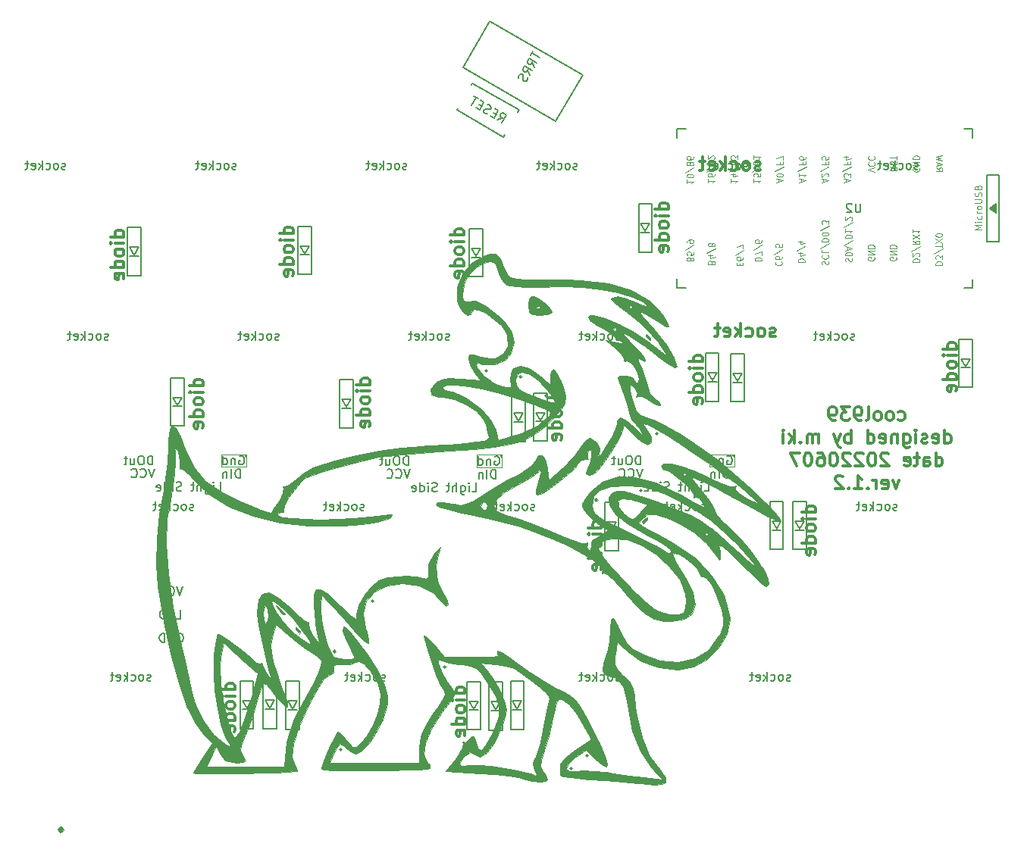
<source format=gbo>
G04 #@! TF.GenerationSoftware,KiCad,Pcbnew,(5.1.6-0-10_14)*
G04 #@! TF.CreationDate,2022-06-07T20:36:29+09:00*
G04 #@! TF.ProjectId,cool939,636f6f6c-3933-4392-9e6b-696361645f70,rev?*
G04 #@! TF.SameCoordinates,Original*
G04 #@! TF.FileFunction,Legend,Bot*
G04 #@! TF.FilePolarity,Positive*
%FSLAX46Y46*%
G04 Gerber Fmt 4.6, Leading zero omitted, Abs format (unit mm)*
G04 Created by KiCad (PCBNEW (5.1.6-0-10_14)) date 2022-06-07 20:36:29*
%MOMM*%
%LPD*%
G01*
G04 APERTURE LIST*
%ADD10C,0.300000*%
%ADD11C,0.150000*%
%ADD12C,0.100000*%
%ADD13C,0.010000*%
%ADD14C,0.120000*%
%ADD15C,0.125000*%
G04 APERTURE END LIST*
D10*
X196868571Y-19414285D02*
X195368571Y-19414285D01*
X196797142Y-19414285D02*
X196868571Y-19271428D01*
X196868571Y-18985714D01*
X196797142Y-18842857D01*
X196725714Y-18771428D01*
X196582857Y-18700000D01*
X196154285Y-18700000D01*
X196011428Y-18771428D01*
X195940000Y-18842857D01*
X195868571Y-18985714D01*
X195868571Y-19271428D01*
X195940000Y-19414285D01*
X196868571Y-20128571D02*
X195868571Y-20128571D01*
X195368571Y-20128571D02*
X195440000Y-20057142D01*
X195511428Y-20128571D01*
X195440000Y-20200000D01*
X195368571Y-20128571D01*
X195511428Y-20128571D01*
X196868571Y-21057142D02*
X196797142Y-20914285D01*
X196725714Y-20842857D01*
X196582857Y-20771428D01*
X196154285Y-20771428D01*
X196011428Y-20842857D01*
X195940000Y-20914285D01*
X195868571Y-21057142D01*
X195868571Y-21271428D01*
X195940000Y-21414285D01*
X196011428Y-21485714D01*
X196154285Y-21557142D01*
X196582857Y-21557142D01*
X196725714Y-21485714D01*
X196797142Y-21414285D01*
X196868571Y-21271428D01*
X196868571Y-21057142D01*
X196868571Y-22842857D02*
X195368571Y-22842857D01*
X196797142Y-22842857D02*
X196868571Y-22700000D01*
X196868571Y-22414285D01*
X196797142Y-22271428D01*
X196725714Y-22200000D01*
X196582857Y-22128571D01*
X196154285Y-22128571D01*
X196011428Y-22200000D01*
X195940000Y-22271428D01*
X195868571Y-22414285D01*
X195868571Y-22700000D01*
X195940000Y-22842857D01*
X196797142Y-24128571D02*
X196868571Y-23985714D01*
X196868571Y-23700000D01*
X196797142Y-23557142D01*
X196654285Y-23485714D01*
X196082857Y-23485714D01*
X195940000Y-23557142D01*
X195868571Y-23700000D01*
X195868571Y-23985714D01*
X195940000Y-24128571D01*
X196082857Y-24200000D01*
X196225714Y-24200000D01*
X196368571Y-23485714D01*
X206928571Y-2394285D02*
X205428571Y-2394285D01*
X206857142Y-2394285D02*
X206928571Y-2251428D01*
X206928571Y-1965714D01*
X206857142Y-1822857D01*
X206785714Y-1751428D01*
X206642857Y-1680000D01*
X206214285Y-1680000D01*
X206071428Y-1751428D01*
X206000000Y-1822857D01*
X205928571Y-1965714D01*
X205928571Y-2251428D01*
X206000000Y-2394285D01*
X206928571Y-3108571D02*
X205928571Y-3108571D01*
X205428571Y-3108571D02*
X205500000Y-3037142D01*
X205571428Y-3108571D01*
X205500000Y-3180000D01*
X205428571Y-3108571D01*
X205571428Y-3108571D01*
X206928571Y-4037142D02*
X206857142Y-3894285D01*
X206785714Y-3822857D01*
X206642857Y-3751428D01*
X206214285Y-3751428D01*
X206071428Y-3822857D01*
X206000000Y-3894285D01*
X205928571Y-4037142D01*
X205928571Y-4251428D01*
X206000000Y-4394285D01*
X206071428Y-4465714D01*
X206214285Y-4537142D01*
X206642857Y-4537142D01*
X206785714Y-4465714D01*
X206857142Y-4394285D01*
X206928571Y-4251428D01*
X206928571Y-4037142D01*
X206928571Y-5822857D02*
X205428571Y-5822857D01*
X206857142Y-5822857D02*
X206928571Y-5680000D01*
X206928571Y-5394285D01*
X206857142Y-5251428D01*
X206785714Y-5180000D01*
X206642857Y-5108571D01*
X206214285Y-5108571D01*
X206071428Y-5180000D01*
X206000000Y-5251428D01*
X205928571Y-5394285D01*
X205928571Y-5680000D01*
X206000000Y-5822857D01*
X206857142Y-7108571D02*
X206928571Y-6965714D01*
X206928571Y-6680000D01*
X206857142Y-6537142D01*
X206714285Y-6465714D01*
X206142857Y-6465714D01*
X206000000Y-6537142D01*
X205928571Y-6680000D01*
X205928571Y-6965714D01*
X206000000Y-7108571D01*
X206142857Y-7180000D01*
X206285714Y-7180000D01*
X206428571Y-6465714D01*
X252678571Y-16714285D02*
X251178571Y-16714285D01*
X252607142Y-16714285D02*
X252678571Y-16571428D01*
X252678571Y-16285714D01*
X252607142Y-16142857D01*
X252535714Y-16071428D01*
X252392857Y-16000000D01*
X251964285Y-16000000D01*
X251821428Y-16071428D01*
X251750000Y-16142857D01*
X251678571Y-16285714D01*
X251678571Y-16571428D01*
X251750000Y-16714285D01*
X252678571Y-17428571D02*
X251678571Y-17428571D01*
X251178571Y-17428571D02*
X251250000Y-17357142D01*
X251321428Y-17428571D01*
X251250000Y-17500000D01*
X251178571Y-17428571D01*
X251321428Y-17428571D01*
X252678571Y-18357142D02*
X252607142Y-18214285D01*
X252535714Y-18142857D01*
X252392857Y-18071428D01*
X251964285Y-18071428D01*
X251821428Y-18142857D01*
X251750000Y-18214285D01*
X251678571Y-18357142D01*
X251678571Y-18571428D01*
X251750000Y-18714285D01*
X251821428Y-18785714D01*
X251964285Y-18857142D01*
X252392857Y-18857142D01*
X252535714Y-18785714D01*
X252607142Y-18714285D01*
X252678571Y-18571428D01*
X252678571Y-18357142D01*
X252678571Y-20142857D02*
X251178571Y-20142857D01*
X252607142Y-20142857D02*
X252678571Y-20000000D01*
X252678571Y-19714285D01*
X252607142Y-19571428D01*
X252535714Y-19500000D01*
X252392857Y-19428571D01*
X251964285Y-19428571D01*
X251821428Y-19500000D01*
X251750000Y-19571428D01*
X251678571Y-19714285D01*
X251678571Y-20000000D01*
X251750000Y-20142857D01*
X252607142Y-21428571D02*
X252678571Y-21285714D01*
X252678571Y-21000000D01*
X252607142Y-20857142D01*
X252464285Y-20785714D01*
X251892857Y-20785714D01*
X251750000Y-20857142D01*
X251678571Y-21000000D01*
X251678571Y-21285714D01*
X251750000Y-21428571D01*
X251892857Y-21500000D01*
X252035714Y-21500000D01*
X252178571Y-20785714D01*
X241378571Y-35294285D02*
X239878571Y-35294285D01*
X241307142Y-35294285D02*
X241378571Y-35151428D01*
X241378571Y-34865714D01*
X241307142Y-34722857D01*
X241235714Y-34651428D01*
X241092857Y-34580000D01*
X240664285Y-34580000D01*
X240521428Y-34651428D01*
X240450000Y-34722857D01*
X240378571Y-34865714D01*
X240378571Y-35151428D01*
X240450000Y-35294285D01*
X241378571Y-36008571D02*
X240378571Y-36008571D01*
X239878571Y-36008571D02*
X239950000Y-35937142D01*
X240021428Y-36008571D01*
X239950000Y-36080000D01*
X239878571Y-36008571D01*
X240021428Y-36008571D01*
X241378571Y-36937142D02*
X241307142Y-36794285D01*
X241235714Y-36722857D01*
X241092857Y-36651428D01*
X240664285Y-36651428D01*
X240521428Y-36722857D01*
X240450000Y-36794285D01*
X240378571Y-36937142D01*
X240378571Y-37151428D01*
X240450000Y-37294285D01*
X240521428Y-37365714D01*
X240664285Y-37437142D01*
X241092857Y-37437142D01*
X241235714Y-37365714D01*
X241307142Y-37294285D01*
X241378571Y-37151428D01*
X241378571Y-36937142D01*
X241378571Y-38722857D02*
X239878571Y-38722857D01*
X241307142Y-38722857D02*
X241378571Y-38580000D01*
X241378571Y-38294285D01*
X241307142Y-38151428D01*
X241235714Y-38080000D01*
X241092857Y-38008571D01*
X240664285Y-38008571D01*
X240521428Y-38080000D01*
X240450000Y-38151428D01*
X240378571Y-38294285D01*
X240378571Y-38580000D01*
X240450000Y-38722857D01*
X241307142Y-40008571D02*
X241378571Y-39865714D01*
X241378571Y-39580000D01*
X241307142Y-39437142D01*
X241164285Y-39365714D01*
X240592857Y-39365714D01*
X240450000Y-39437142D01*
X240378571Y-39580000D01*
X240378571Y-39865714D01*
X240450000Y-40008571D01*
X240592857Y-40080000D01*
X240735714Y-40080000D01*
X240878571Y-39365714D01*
X188028571Y-2764285D02*
X186528571Y-2764285D01*
X187957142Y-2764285D02*
X188028571Y-2621428D01*
X188028571Y-2335714D01*
X187957142Y-2192857D01*
X187885714Y-2121428D01*
X187742857Y-2050000D01*
X187314285Y-2050000D01*
X187171428Y-2121428D01*
X187100000Y-2192857D01*
X187028571Y-2335714D01*
X187028571Y-2621428D01*
X187100000Y-2764285D01*
X188028571Y-3478571D02*
X187028571Y-3478571D01*
X186528571Y-3478571D02*
X186600000Y-3407142D01*
X186671428Y-3478571D01*
X186600000Y-3550000D01*
X186528571Y-3478571D01*
X186671428Y-3478571D01*
X188028571Y-4407142D02*
X187957142Y-4264285D01*
X187885714Y-4192857D01*
X187742857Y-4121428D01*
X187314285Y-4121428D01*
X187171428Y-4192857D01*
X187100000Y-4264285D01*
X187028571Y-4407142D01*
X187028571Y-4621428D01*
X187100000Y-4764285D01*
X187171428Y-4835714D01*
X187314285Y-4907142D01*
X187742857Y-4907142D01*
X187885714Y-4835714D01*
X187957142Y-4764285D01*
X188028571Y-4621428D01*
X188028571Y-4407142D01*
X188028571Y-6192857D02*
X186528571Y-6192857D01*
X187957142Y-6192857D02*
X188028571Y-6050000D01*
X188028571Y-5764285D01*
X187957142Y-5621428D01*
X187885714Y-5550000D01*
X187742857Y-5478571D01*
X187314285Y-5478571D01*
X187171428Y-5550000D01*
X187100000Y-5621428D01*
X187028571Y-5764285D01*
X187028571Y-6050000D01*
X187100000Y-6192857D01*
X187957142Y-7478571D02*
X188028571Y-7335714D01*
X188028571Y-7050000D01*
X187957142Y-6907142D01*
X187814285Y-6835714D01*
X187242857Y-6835714D01*
X187100000Y-6907142D01*
X187028571Y-7050000D01*
X187028571Y-7335714D01*
X187100000Y-7478571D01*
X187242857Y-7550000D01*
X187385714Y-7550000D01*
X187528571Y-6835714D01*
X248838571Y315714D02*
X247338571Y315714D01*
X248767142Y315714D02*
X248838571Y458571D01*
X248838571Y744285D01*
X248767142Y887142D01*
X248695714Y958571D01*
X248552857Y1030000D01*
X248124285Y1030000D01*
X247981428Y958571D01*
X247910000Y887142D01*
X247838571Y744285D01*
X247838571Y458571D01*
X247910000Y315714D01*
X248838571Y-398571D02*
X247838571Y-398571D01*
X247338571Y-398571D02*
X247410000Y-327142D01*
X247481428Y-398571D01*
X247410000Y-470000D01*
X247338571Y-398571D01*
X247481428Y-398571D01*
X248838571Y-1327142D02*
X248767142Y-1184285D01*
X248695714Y-1112857D01*
X248552857Y-1041428D01*
X248124285Y-1041428D01*
X247981428Y-1112857D01*
X247910000Y-1184285D01*
X247838571Y-1327142D01*
X247838571Y-1541428D01*
X247910000Y-1684285D01*
X247981428Y-1755714D01*
X248124285Y-1827142D01*
X248552857Y-1827142D01*
X248695714Y-1755714D01*
X248767142Y-1684285D01*
X248838571Y-1541428D01*
X248838571Y-1327142D01*
X248838571Y-3112857D02*
X247338571Y-3112857D01*
X248767142Y-3112857D02*
X248838571Y-2970000D01*
X248838571Y-2684285D01*
X248767142Y-2541428D01*
X248695714Y-2470000D01*
X248552857Y-2398571D01*
X248124285Y-2398571D01*
X247981428Y-2470000D01*
X247910000Y-2541428D01*
X247838571Y-2684285D01*
X247838571Y-2970000D01*
X247910000Y-3112857D01*
X248767142Y-4398571D02*
X248838571Y-4255714D01*
X248838571Y-3970000D01*
X248767142Y-3827142D01*
X248624285Y-3755714D01*
X248052857Y-3755714D01*
X247910000Y-3827142D01*
X247838571Y-3970000D01*
X247838571Y-4255714D01*
X247910000Y-4398571D01*
X248052857Y-4470000D01*
X248195714Y-4470000D01*
X248338571Y-3755714D01*
X281018571Y-15314285D02*
X279518571Y-15314285D01*
X280947142Y-15314285D02*
X281018571Y-15171428D01*
X281018571Y-14885714D01*
X280947142Y-14742857D01*
X280875714Y-14671428D01*
X280732857Y-14600000D01*
X280304285Y-14600000D01*
X280161428Y-14671428D01*
X280090000Y-14742857D01*
X280018571Y-14885714D01*
X280018571Y-15171428D01*
X280090000Y-15314285D01*
X281018571Y-16028571D02*
X280018571Y-16028571D01*
X279518571Y-16028571D02*
X279590000Y-15957142D01*
X279661428Y-16028571D01*
X279590000Y-16100000D01*
X279518571Y-16028571D01*
X279661428Y-16028571D01*
X281018571Y-16957142D02*
X280947142Y-16814285D01*
X280875714Y-16742857D01*
X280732857Y-16671428D01*
X280304285Y-16671428D01*
X280161428Y-16742857D01*
X280090000Y-16814285D01*
X280018571Y-16957142D01*
X280018571Y-17171428D01*
X280090000Y-17314285D01*
X280161428Y-17385714D01*
X280304285Y-17457142D01*
X280732857Y-17457142D01*
X280875714Y-17385714D01*
X280947142Y-17314285D01*
X281018571Y-17171428D01*
X281018571Y-16957142D01*
X281018571Y-18742857D02*
X279518571Y-18742857D01*
X280947142Y-18742857D02*
X281018571Y-18600000D01*
X281018571Y-18314285D01*
X280947142Y-18171428D01*
X280875714Y-18100000D01*
X280732857Y-18028571D01*
X280304285Y-18028571D01*
X280161428Y-18100000D01*
X280090000Y-18171428D01*
X280018571Y-18314285D01*
X280018571Y-18600000D01*
X280090000Y-18742857D01*
X280947142Y-20028571D02*
X281018571Y-19885714D01*
X281018571Y-19600000D01*
X280947142Y-19457142D01*
X280804285Y-19385714D01*
X280232857Y-19385714D01*
X280090000Y-19457142D01*
X280018571Y-19600000D01*
X280018571Y-19885714D01*
X280090000Y-20028571D01*
X280232857Y-20100000D01*
X280375714Y-20100000D01*
X280518571Y-19385714D01*
X236928571Y-20744285D02*
X235428571Y-20744285D01*
X236857142Y-20744285D02*
X236928571Y-20601428D01*
X236928571Y-20315714D01*
X236857142Y-20172857D01*
X236785714Y-20101428D01*
X236642857Y-20030000D01*
X236214285Y-20030000D01*
X236071428Y-20101428D01*
X236000000Y-20172857D01*
X235928571Y-20315714D01*
X235928571Y-20601428D01*
X236000000Y-20744285D01*
X236928571Y-21458571D02*
X235928571Y-21458571D01*
X235428571Y-21458571D02*
X235500000Y-21387142D01*
X235571428Y-21458571D01*
X235500000Y-21530000D01*
X235428571Y-21458571D01*
X235571428Y-21458571D01*
X236928571Y-22387142D02*
X236857142Y-22244285D01*
X236785714Y-22172857D01*
X236642857Y-22101428D01*
X236214285Y-22101428D01*
X236071428Y-22172857D01*
X236000000Y-22244285D01*
X235928571Y-22387142D01*
X235928571Y-22601428D01*
X236000000Y-22744285D01*
X236071428Y-22815714D01*
X236214285Y-22887142D01*
X236642857Y-22887142D01*
X236785714Y-22815714D01*
X236857142Y-22744285D01*
X236928571Y-22601428D01*
X236928571Y-22387142D01*
X236928571Y-24172857D02*
X235428571Y-24172857D01*
X236857142Y-24172857D02*
X236928571Y-24030000D01*
X236928571Y-23744285D01*
X236857142Y-23601428D01*
X236785714Y-23530000D01*
X236642857Y-23458571D01*
X236214285Y-23458571D01*
X236071428Y-23530000D01*
X236000000Y-23601428D01*
X235928571Y-23744285D01*
X235928571Y-24030000D01*
X236000000Y-24172857D01*
X236857142Y-25458571D02*
X236928571Y-25315714D01*
X236928571Y-25030000D01*
X236857142Y-24887142D01*
X236714285Y-24815714D01*
X236142857Y-24815714D01*
X236000000Y-24887142D01*
X235928571Y-25030000D01*
X235928571Y-25315714D01*
X236000000Y-25458571D01*
X236142857Y-25530000D01*
X236285714Y-25530000D01*
X236428571Y-24815714D01*
X260821428Y-13867142D02*
X260678571Y-13938571D01*
X260392857Y-13938571D01*
X260250000Y-13867142D01*
X260178571Y-13724285D01*
X260178571Y-13652857D01*
X260250000Y-13510000D01*
X260392857Y-13438571D01*
X260607142Y-13438571D01*
X260750000Y-13367142D01*
X260821428Y-13224285D01*
X260821428Y-13152857D01*
X260750000Y-13010000D01*
X260607142Y-12938571D01*
X260392857Y-12938571D01*
X260250000Y-13010000D01*
X259321428Y-13938571D02*
X259464285Y-13867142D01*
X259535714Y-13795714D01*
X259607142Y-13652857D01*
X259607142Y-13224285D01*
X259535714Y-13081428D01*
X259464285Y-13010000D01*
X259321428Y-12938571D01*
X259107142Y-12938571D01*
X258964285Y-13010000D01*
X258892857Y-13081428D01*
X258821428Y-13224285D01*
X258821428Y-13652857D01*
X258892857Y-13795714D01*
X258964285Y-13867142D01*
X259107142Y-13938571D01*
X259321428Y-13938571D01*
X257535714Y-13867142D02*
X257678571Y-13938571D01*
X257964285Y-13938571D01*
X258107142Y-13867142D01*
X258178571Y-13795714D01*
X258250000Y-13652857D01*
X258250000Y-13224285D01*
X258178571Y-13081428D01*
X258107142Y-13010000D01*
X257964285Y-12938571D01*
X257678571Y-12938571D01*
X257535714Y-13010000D01*
X256892857Y-13938571D02*
X256892857Y-12438571D01*
X256750000Y-13367142D02*
X256321428Y-13938571D01*
X256321428Y-12938571D02*
X256892857Y-13510000D01*
X255107142Y-13867142D02*
X255250000Y-13938571D01*
X255535714Y-13938571D01*
X255678571Y-13867142D01*
X255750000Y-13724285D01*
X255750000Y-13152857D01*
X255678571Y-13010000D01*
X255535714Y-12938571D01*
X255250000Y-12938571D01*
X255107142Y-13010000D01*
X255035714Y-13152857D01*
X255035714Y-13295714D01*
X255750000Y-13438571D01*
X254607142Y-12938571D02*
X254035714Y-12938571D01*
X254392857Y-12438571D02*
X254392857Y-13724285D01*
X254321428Y-13867142D01*
X254178571Y-13938571D01*
X254035714Y-13938571D01*
X200438571Y-53384285D02*
X198938571Y-53384285D01*
X200367142Y-53384285D02*
X200438571Y-53241428D01*
X200438571Y-52955714D01*
X200367142Y-52812857D01*
X200295714Y-52741428D01*
X200152857Y-52670000D01*
X199724285Y-52670000D01*
X199581428Y-52741428D01*
X199510000Y-52812857D01*
X199438571Y-52955714D01*
X199438571Y-53241428D01*
X199510000Y-53384285D01*
X200438571Y-54098571D02*
X199438571Y-54098571D01*
X198938571Y-54098571D02*
X199010000Y-54027142D01*
X199081428Y-54098571D01*
X199010000Y-54170000D01*
X198938571Y-54098571D01*
X199081428Y-54098571D01*
X200438571Y-55027142D02*
X200367142Y-54884285D01*
X200295714Y-54812857D01*
X200152857Y-54741428D01*
X199724285Y-54741428D01*
X199581428Y-54812857D01*
X199510000Y-54884285D01*
X199438571Y-55027142D01*
X199438571Y-55241428D01*
X199510000Y-55384285D01*
X199581428Y-55455714D01*
X199724285Y-55527142D01*
X200152857Y-55527142D01*
X200295714Y-55455714D01*
X200367142Y-55384285D01*
X200438571Y-55241428D01*
X200438571Y-55027142D01*
X200438571Y-56812857D02*
X198938571Y-56812857D01*
X200367142Y-56812857D02*
X200438571Y-56670000D01*
X200438571Y-56384285D01*
X200367142Y-56241428D01*
X200295714Y-56170000D01*
X200152857Y-56098571D01*
X199724285Y-56098571D01*
X199581428Y-56170000D01*
X199510000Y-56241428D01*
X199438571Y-56384285D01*
X199438571Y-56670000D01*
X199510000Y-56812857D01*
X200367142Y-58098571D02*
X200438571Y-57955714D01*
X200438571Y-57670000D01*
X200367142Y-57527142D01*
X200224285Y-57455714D01*
X199652857Y-57455714D01*
X199510000Y-57527142D01*
X199438571Y-57670000D01*
X199438571Y-57955714D01*
X199510000Y-58098571D01*
X199652857Y-58170000D01*
X199795714Y-58170000D01*
X199938571Y-57455714D01*
X265288571Y-33554285D02*
X263788571Y-33554285D01*
X265217142Y-33554285D02*
X265288571Y-33411428D01*
X265288571Y-33125714D01*
X265217142Y-32982857D01*
X265145714Y-32911428D01*
X265002857Y-32840000D01*
X264574285Y-32840000D01*
X264431428Y-32911428D01*
X264360000Y-32982857D01*
X264288571Y-33125714D01*
X264288571Y-33411428D01*
X264360000Y-33554285D01*
X265288571Y-34268571D02*
X264288571Y-34268571D01*
X263788571Y-34268571D02*
X263860000Y-34197142D01*
X263931428Y-34268571D01*
X263860000Y-34340000D01*
X263788571Y-34268571D01*
X263931428Y-34268571D01*
X265288571Y-35197142D02*
X265217142Y-35054285D01*
X265145714Y-34982857D01*
X265002857Y-34911428D01*
X264574285Y-34911428D01*
X264431428Y-34982857D01*
X264360000Y-35054285D01*
X264288571Y-35197142D01*
X264288571Y-35411428D01*
X264360000Y-35554285D01*
X264431428Y-35625714D01*
X264574285Y-35697142D01*
X265002857Y-35697142D01*
X265145714Y-35625714D01*
X265217142Y-35554285D01*
X265288571Y-35411428D01*
X265288571Y-35197142D01*
X265288571Y-36982857D02*
X263788571Y-36982857D01*
X265217142Y-36982857D02*
X265288571Y-36840000D01*
X265288571Y-36554285D01*
X265217142Y-36411428D01*
X265145714Y-36340000D01*
X265002857Y-36268571D01*
X264574285Y-36268571D01*
X264431428Y-36340000D01*
X264360000Y-36411428D01*
X264288571Y-36554285D01*
X264288571Y-36840000D01*
X264360000Y-36982857D01*
X265217142Y-38268571D02*
X265288571Y-38125714D01*
X265288571Y-37840000D01*
X265217142Y-37697142D01*
X265074285Y-37625714D01*
X264502857Y-37625714D01*
X264360000Y-37697142D01*
X264288571Y-37840000D01*
X264288571Y-38125714D01*
X264360000Y-38268571D01*
X264502857Y-38340000D01*
X264645714Y-38340000D01*
X264788571Y-37625714D01*
X226028571Y-2584285D02*
X224528571Y-2584285D01*
X225957142Y-2584285D02*
X226028571Y-2441428D01*
X226028571Y-2155714D01*
X225957142Y-2012857D01*
X225885714Y-1941428D01*
X225742857Y-1870000D01*
X225314285Y-1870000D01*
X225171428Y-1941428D01*
X225100000Y-2012857D01*
X225028571Y-2155714D01*
X225028571Y-2441428D01*
X225100000Y-2584285D01*
X226028571Y-3298571D02*
X225028571Y-3298571D01*
X224528571Y-3298571D02*
X224600000Y-3227142D01*
X224671428Y-3298571D01*
X224600000Y-3370000D01*
X224528571Y-3298571D01*
X224671428Y-3298571D01*
X226028571Y-4227142D02*
X225957142Y-4084285D01*
X225885714Y-4012857D01*
X225742857Y-3941428D01*
X225314285Y-3941428D01*
X225171428Y-4012857D01*
X225100000Y-4084285D01*
X225028571Y-4227142D01*
X225028571Y-4441428D01*
X225100000Y-4584285D01*
X225171428Y-4655714D01*
X225314285Y-4727142D01*
X225742857Y-4727142D01*
X225885714Y-4655714D01*
X225957142Y-4584285D01*
X226028571Y-4441428D01*
X226028571Y-4227142D01*
X226028571Y-6012857D02*
X224528571Y-6012857D01*
X225957142Y-6012857D02*
X226028571Y-5870000D01*
X226028571Y-5584285D01*
X225957142Y-5441428D01*
X225885714Y-5370000D01*
X225742857Y-5298571D01*
X225314285Y-5298571D01*
X225171428Y-5370000D01*
X225100000Y-5441428D01*
X225028571Y-5584285D01*
X225028571Y-5870000D01*
X225100000Y-6012857D01*
X225957142Y-7298571D02*
X226028571Y-7155714D01*
X226028571Y-6870000D01*
X225957142Y-6727142D01*
X225814285Y-6655714D01*
X225242857Y-6655714D01*
X225100000Y-6727142D01*
X225028571Y-6870000D01*
X225028571Y-7155714D01*
X225100000Y-7298571D01*
X225242857Y-7370000D01*
X225385714Y-7370000D01*
X225528571Y-6655714D01*
X259141428Y4722857D02*
X258998571Y4651428D01*
X258712857Y4651428D01*
X258570000Y4722857D01*
X258498571Y4865714D01*
X258498571Y4937142D01*
X258570000Y5080000D01*
X258712857Y5151428D01*
X258927142Y5151428D01*
X259070000Y5222857D01*
X259141428Y5365714D01*
X259141428Y5437142D01*
X259070000Y5580000D01*
X258927142Y5651428D01*
X258712857Y5651428D01*
X258570000Y5580000D01*
X257641428Y4651428D02*
X257784285Y4722857D01*
X257855714Y4794285D01*
X257927142Y4937142D01*
X257927142Y5365714D01*
X257855714Y5508571D01*
X257784285Y5580000D01*
X257641428Y5651428D01*
X257427142Y5651428D01*
X257284285Y5580000D01*
X257212857Y5508571D01*
X257141428Y5365714D01*
X257141428Y4937142D01*
X257212857Y4794285D01*
X257284285Y4722857D01*
X257427142Y4651428D01*
X257641428Y4651428D01*
X255855714Y4722857D02*
X255998571Y4651428D01*
X256284285Y4651428D01*
X256427142Y4722857D01*
X256498571Y4794285D01*
X256570000Y4937142D01*
X256570000Y5365714D01*
X256498571Y5508571D01*
X256427142Y5580000D01*
X256284285Y5651428D01*
X255998571Y5651428D01*
X255855714Y5580000D01*
X255212857Y4651428D02*
X255212857Y6151428D01*
X255070000Y5222857D02*
X254641428Y4651428D01*
X254641428Y5651428D02*
X255212857Y5080000D01*
X253427142Y4722857D02*
X253570000Y4651428D01*
X253855714Y4651428D01*
X253998571Y4722857D01*
X254070000Y4865714D01*
X254070000Y5437142D01*
X253998571Y5580000D01*
X253855714Y5651428D01*
X253570000Y5651428D01*
X253427142Y5580000D01*
X253355714Y5437142D01*
X253355714Y5294285D01*
X254070000Y5151428D01*
X252927142Y5651428D02*
X252355714Y5651428D01*
X252712857Y6151428D02*
X252712857Y4865714D01*
X252641428Y4722857D01*
X252498571Y4651428D01*
X252355714Y4651428D01*
X274555714Y-23232142D02*
X274698571Y-23303571D01*
X274984285Y-23303571D01*
X275127142Y-23232142D01*
X275198571Y-23160714D01*
X275270000Y-23017857D01*
X275270000Y-22589285D01*
X275198571Y-22446428D01*
X275127142Y-22375000D01*
X274984285Y-22303571D01*
X274698571Y-22303571D01*
X274555714Y-22375000D01*
X273698571Y-23303571D02*
X273841428Y-23232142D01*
X273912857Y-23160714D01*
X273984285Y-23017857D01*
X273984285Y-22589285D01*
X273912857Y-22446428D01*
X273841428Y-22375000D01*
X273698571Y-22303571D01*
X273484285Y-22303571D01*
X273341428Y-22375000D01*
X273270000Y-22446428D01*
X273198571Y-22589285D01*
X273198571Y-23017857D01*
X273270000Y-23160714D01*
X273341428Y-23232142D01*
X273484285Y-23303571D01*
X273698571Y-23303571D01*
X272341428Y-23303571D02*
X272484285Y-23232142D01*
X272555714Y-23160714D01*
X272627142Y-23017857D01*
X272627142Y-22589285D01*
X272555714Y-22446428D01*
X272484285Y-22375000D01*
X272341428Y-22303571D01*
X272127142Y-22303571D01*
X271984285Y-22375000D01*
X271912857Y-22446428D01*
X271841428Y-22589285D01*
X271841428Y-23017857D01*
X271912857Y-23160714D01*
X271984285Y-23232142D01*
X272127142Y-23303571D01*
X272341428Y-23303571D01*
X270984285Y-23303571D02*
X271127142Y-23232142D01*
X271198571Y-23089285D01*
X271198571Y-21803571D01*
X270341428Y-23303571D02*
X270055714Y-23303571D01*
X269912857Y-23232142D01*
X269841428Y-23160714D01*
X269698571Y-22946428D01*
X269627142Y-22660714D01*
X269627142Y-22089285D01*
X269698571Y-21946428D01*
X269770000Y-21875000D01*
X269912857Y-21803571D01*
X270198571Y-21803571D01*
X270341428Y-21875000D01*
X270412857Y-21946428D01*
X270484285Y-22089285D01*
X270484285Y-22446428D01*
X270412857Y-22589285D01*
X270341428Y-22660714D01*
X270198571Y-22732142D01*
X269912857Y-22732142D01*
X269770000Y-22660714D01*
X269698571Y-22589285D01*
X269627142Y-22446428D01*
X269127142Y-21803571D02*
X268198571Y-21803571D01*
X268698571Y-22375000D01*
X268484285Y-22375000D01*
X268341428Y-22446428D01*
X268270000Y-22517857D01*
X268198571Y-22660714D01*
X268198571Y-23017857D01*
X268270000Y-23160714D01*
X268341428Y-23232142D01*
X268484285Y-23303571D01*
X268912857Y-23303571D01*
X269055714Y-23232142D01*
X269127142Y-23160714D01*
X267484285Y-23303571D02*
X267198571Y-23303571D01*
X267055714Y-23232142D01*
X266984285Y-23160714D01*
X266841428Y-22946428D01*
X266770000Y-22660714D01*
X266770000Y-22089285D01*
X266841428Y-21946428D01*
X266912857Y-21875000D01*
X267055714Y-21803571D01*
X267341428Y-21803571D01*
X267484285Y-21875000D01*
X267555714Y-21946428D01*
X267627142Y-22089285D01*
X267627142Y-22446428D01*
X267555714Y-22589285D01*
X267484285Y-22660714D01*
X267341428Y-22732142D01*
X267055714Y-22732142D01*
X266912857Y-22660714D01*
X266841428Y-22589285D01*
X266770000Y-22446428D01*
X279698571Y-25853571D02*
X279698571Y-24353571D01*
X279698571Y-25782142D02*
X279841428Y-25853571D01*
X280127142Y-25853571D01*
X280270000Y-25782142D01*
X280341428Y-25710714D01*
X280412857Y-25567857D01*
X280412857Y-25139285D01*
X280341428Y-24996428D01*
X280270000Y-24925000D01*
X280127142Y-24853571D01*
X279841428Y-24853571D01*
X279698571Y-24925000D01*
X278412857Y-25782142D02*
X278555714Y-25853571D01*
X278841428Y-25853571D01*
X278984285Y-25782142D01*
X279055714Y-25639285D01*
X279055714Y-25067857D01*
X278984285Y-24925000D01*
X278841428Y-24853571D01*
X278555714Y-24853571D01*
X278412857Y-24925000D01*
X278341428Y-25067857D01*
X278341428Y-25210714D01*
X279055714Y-25353571D01*
X277770000Y-25782142D02*
X277627142Y-25853571D01*
X277341428Y-25853571D01*
X277198571Y-25782142D01*
X277127142Y-25639285D01*
X277127142Y-25567857D01*
X277198571Y-25425000D01*
X277341428Y-25353571D01*
X277555714Y-25353571D01*
X277698571Y-25282142D01*
X277770000Y-25139285D01*
X277770000Y-25067857D01*
X277698571Y-24925000D01*
X277555714Y-24853571D01*
X277341428Y-24853571D01*
X277198571Y-24925000D01*
X276484285Y-25853571D02*
X276484285Y-24853571D01*
X276484285Y-24353571D02*
X276555714Y-24425000D01*
X276484285Y-24496428D01*
X276412857Y-24425000D01*
X276484285Y-24353571D01*
X276484285Y-24496428D01*
X275127142Y-24853571D02*
X275127142Y-26067857D01*
X275198571Y-26210714D01*
X275270000Y-26282142D01*
X275412857Y-26353571D01*
X275627142Y-26353571D01*
X275770000Y-26282142D01*
X275127142Y-25782142D02*
X275270000Y-25853571D01*
X275555714Y-25853571D01*
X275698571Y-25782142D01*
X275770000Y-25710714D01*
X275841428Y-25567857D01*
X275841428Y-25139285D01*
X275770000Y-24996428D01*
X275698571Y-24925000D01*
X275555714Y-24853571D01*
X275270000Y-24853571D01*
X275127142Y-24925000D01*
X274412857Y-24853571D02*
X274412857Y-25853571D01*
X274412857Y-24996428D02*
X274341428Y-24925000D01*
X274198571Y-24853571D01*
X273984285Y-24853571D01*
X273841428Y-24925000D01*
X273770000Y-25067857D01*
X273770000Y-25853571D01*
X272484285Y-25782142D02*
X272627142Y-25853571D01*
X272912857Y-25853571D01*
X273055714Y-25782142D01*
X273127142Y-25639285D01*
X273127142Y-25067857D01*
X273055714Y-24925000D01*
X272912857Y-24853571D01*
X272627142Y-24853571D01*
X272484285Y-24925000D01*
X272412857Y-25067857D01*
X272412857Y-25210714D01*
X273127142Y-25353571D01*
X271127142Y-25853571D02*
X271127142Y-24353571D01*
X271127142Y-25782142D02*
X271270000Y-25853571D01*
X271555714Y-25853571D01*
X271698571Y-25782142D01*
X271770000Y-25710714D01*
X271841428Y-25567857D01*
X271841428Y-25139285D01*
X271770000Y-24996428D01*
X271698571Y-24925000D01*
X271555714Y-24853571D01*
X271270000Y-24853571D01*
X271127142Y-24925000D01*
X269270000Y-25853571D02*
X269270000Y-24353571D01*
X269270000Y-24925000D02*
X269127142Y-24853571D01*
X268841428Y-24853571D01*
X268698571Y-24925000D01*
X268627142Y-24996428D01*
X268555714Y-25139285D01*
X268555714Y-25567857D01*
X268627142Y-25710714D01*
X268698571Y-25782142D01*
X268841428Y-25853571D01*
X269127142Y-25853571D01*
X269270000Y-25782142D01*
X268055714Y-24853571D02*
X267698571Y-25853571D01*
X267341428Y-24853571D02*
X267698571Y-25853571D01*
X267841428Y-26210714D01*
X267912857Y-26282142D01*
X268055714Y-26353571D01*
X265627142Y-25853571D02*
X265627142Y-24853571D01*
X265627142Y-24996428D02*
X265555714Y-24925000D01*
X265412857Y-24853571D01*
X265198571Y-24853571D01*
X265055714Y-24925000D01*
X264984285Y-25067857D01*
X264984285Y-25853571D01*
X264984285Y-25067857D02*
X264912857Y-24925000D01*
X264770000Y-24853571D01*
X264555714Y-24853571D01*
X264412857Y-24925000D01*
X264341428Y-25067857D01*
X264341428Y-25853571D01*
X263627142Y-25710714D02*
X263555714Y-25782142D01*
X263627142Y-25853571D01*
X263698571Y-25782142D01*
X263627142Y-25710714D01*
X263627142Y-25853571D01*
X262912857Y-25853571D02*
X262912857Y-24353571D01*
X262770000Y-25282142D02*
X262341428Y-25853571D01*
X262341428Y-24853571D02*
X262912857Y-25425000D01*
X261698571Y-25853571D02*
X261698571Y-24853571D01*
X261698571Y-24353571D02*
X261770000Y-24425000D01*
X261698571Y-24496428D01*
X261627142Y-24425000D01*
X261698571Y-24353571D01*
X261698571Y-24496428D01*
X278734285Y-28403571D02*
X278734285Y-26903571D01*
X278734285Y-28332142D02*
X278877142Y-28403571D01*
X279162857Y-28403571D01*
X279305714Y-28332142D01*
X279377142Y-28260714D01*
X279448571Y-28117857D01*
X279448571Y-27689285D01*
X279377142Y-27546428D01*
X279305714Y-27475000D01*
X279162857Y-27403571D01*
X278877142Y-27403571D01*
X278734285Y-27475000D01*
X277377142Y-28403571D02*
X277377142Y-27617857D01*
X277448571Y-27475000D01*
X277591428Y-27403571D01*
X277877142Y-27403571D01*
X278020000Y-27475000D01*
X277377142Y-28332142D02*
X277520000Y-28403571D01*
X277877142Y-28403571D01*
X278020000Y-28332142D01*
X278091428Y-28189285D01*
X278091428Y-28046428D01*
X278020000Y-27903571D01*
X277877142Y-27832142D01*
X277520000Y-27832142D01*
X277377142Y-27760714D01*
X276877142Y-27403571D02*
X276305714Y-27403571D01*
X276662857Y-26903571D02*
X276662857Y-28189285D01*
X276591428Y-28332142D01*
X276448571Y-28403571D01*
X276305714Y-28403571D01*
X275234285Y-28332142D02*
X275377142Y-28403571D01*
X275662857Y-28403571D01*
X275805714Y-28332142D01*
X275877142Y-28189285D01*
X275877142Y-27617857D01*
X275805714Y-27475000D01*
X275662857Y-27403571D01*
X275377142Y-27403571D01*
X275234285Y-27475000D01*
X275162857Y-27617857D01*
X275162857Y-27760714D01*
X275877142Y-27903571D01*
X273448571Y-27046428D02*
X273377142Y-26975000D01*
X273234285Y-26903571D01*
X272877142Y-26903571D01*
X272734285Y-26975000D01*
X272662857Y-27046428D01*
X272591428Y-27189285D01*
X272591428Y-27332142D01*
X272662857Y-27546428D01*
X273520000Y-28403571D01*
X272591428Y-28403571D01*
X271662857Y-26903571D02*
X271520000Y-26903571D01*
X271377142Y-26975000D01*
X271305714Y-27046428D01*
X271234285Y-27189285D01*
X271162857Y-27475000D01*
X271162857Y-27832142D01*
X271234285Y-28117857D01*
X271305714Y-28260714D01*
X271377142Y-28332142D01*
X271520000Y-28403571D01*
X271662857Y-28403571D01*
X271805714Y-28332142D01*
X271877142Y-28260714D01*
X271948571Y-28117857D01*
X272020000Y-27832142D01*
X272020000Y-27475000D01*
X271948571Y-27189285D01*
X271877142Y-27046428D01*
X271805714Y-26975000D01*
X271662857Y-26903571D01*
X270591428Y-27046428D02*
X270520000Y-26975000D01*
X270377142Y-26903571D01*
X270020000Y-26903571D01*
X269877142Y-26975000D01*
X269805714Y-27046428D01*
X269734285Y-27189285D01*
X269734285Y-27332142D01*
X269805714Y-27546428D01*
X270662857Y-28403571D01*
X269734285Y-28403571D01*
X269162857Y-27046428D02*
X269091428Y-26975000D01*
X268948571Y-26903571D01*
X268591428Y-26903571D01*
X268448571Y-26975000D01*
X268377142Y-27046428D01*
X268305714Y-27189285D01*
X268305714Y-27332142D01*
X268377142Y-27546428D01*
X269234285Y-28403571D01*
X268305714Y-28403571D01*
X267377142Y-26903571D02*
X267234285Y-26903571D01*
X267091428Y-26975000D01*
X267020000Y-27046428D01*
X266948571Y-27189285D01*
X266877142Y-27475000D01*
X266877142Y-27832142D01*
X266948571Y-28117857D01*
X267020000Y-28260714D01*
X267091428Y-28332142D01*
X267234285Y-28403571D01*
X267377142Y-28403571D01*
X267520000Y-28332142D01*
X267591428Y-28260714D01*
X267662857Y-28117857D01*
X267734285Y-27832142D01*
X267734285Y-27475000D01*
X267662857Y-27189285D01*
X267591428Y-27046428D01*
X267520000Y-26975000D01*
X267377142Y-26903571D01*
X265591428Y-26903571D02*
X265877142Y-26903571D01*
X266020000Y-26975000D01*
X266091428Y-27046428D01*
X266234285Y-27260714D01*
X266305714Y-27546428D01*
X266305714Y-28117857D01*
X266234285Y-28260714D01*
X266162857Y-28332142D01*
X266020000Y-28403571D01*
X265734285Y-28403571D01*
X265591428Y-28332142D01*
X265520000Y-28260714D01*
X265448571Y-28117857D01*
X265448571Y-27760714D01*
X265520000Y-27617857D01*
X265591428Y-27546428D01*
X265734285Y-27475000D01*
X266020000Y-27475000D01*
X266162857Y-27546428D01*
X266234285Y-27617857D01*
X266305714Y-27760714D01*
X264520000Y-26903571D02*
X264377142Y-26903571D01*
X264234285Y-26975000D01*
X264162857Y-27046428D01*
X264091428Y-27189285D01*
X264020000Y-27475000D01*
X264020000Y-27832142D01*
X264091428Y-28117857D01*
X264162857Y-28260714D01*
X264234285Y-28332142D01*
X264377142Y-28403571D01*
X264520000Y-28403571D01*
X264662857Y-28332142D01*
X264734285Y-28260714D01*
X264805714Y-28117857D01*
X264877142Y-27832142D01*
X264877142Y-27475000D01*
X264805714Y-27189285D01*
X264734285Y-27046428D01*
X264662857Y-26975000D01*
X264520000Y-26903571D01*
X263520000Y-26903571D02*
X262520000Y-26903571D01*
X263162857Y-28403571D01*
X274627142Y-29953571D02*
X274270000Y-30953571D01*
X273912857Y-29953571D01*
X272770000Y-30882142D02*
X272912857Y-30953571D01*
X273198571Y-30953571D01*
X273341428Y-30882142D01*
X273412857Y-30739285D01*
X273412857Y-30167857D01*
X273341428Y-30025000D01*
X273198571Y-29953571D01*
X272912857Y-29953571D01*
X272770000Y-30025000D01*
X272698571Y-30167857D01*
X272698571Y-30310714D01*
X273412857Y-30453571D01*
X272055714Y-30953571D02*
X272055714Y-29953571D01*
X272055714Y-30239285D02*
X271984285Y-30096428D01*
X271912857Y-30025000D01*
X271770000Y-29953571D01*
X271627142Y-29953571D01*
X271127142Y-30810714D02*
X271055714Y-30882142D01*
X271127142Y-30953571D01*
X271198571Y-30882142D01*
X271127142Y-30810714D01*
X271127142Y-30953571D01*
X269627142Y-30953571D02*
X270484285Y-30953571D01*
X270055714Y-30953571D02*
X270055714Y-29453571D01*
X270198571Y-29667857D01*
X270341428Y-29810714D01*
X270484285Y-29882142D01*
X268984285Y-30810714D02*
X268912857Y-30882142D01*
X268984285Y-30953571D01*
X269055714Y-30882142D01*
X268984285Y-30810714D01*
X268984285Y-30953571D01*
X268341428Y-29596428D02*
X268270000Y-29525000D01*
X268127142Y-29453571D01*
X267770000Y-29453571D01*
X267627142Y-29525000D01*
X267555714Y-29596428D01*
X267484285Y-29739285D01*
X267484285Y-29882142D01*
X267555714Y-30096428D01*
X268412857Y-30953571D01*
X267484285Y-30953571D01*
X226138571Y-53814285D02*
X224638571Y-53814285D01*
X226067142Y-53814285D02*
X226138571Y-53671428D01*
X226138571Y-53385714D01*
X226067142Y-53242857D01*
X225995714Y-53171428D01*
X225852857Y-53100000D01*
X225424285Y-53100000D01*
X225281428Y-53171428D01*
X225210000Y-53242857D01*
X225138571Y-53385714D01*
X225138571Y-53671428D01*
X225210000Y-53814285D01*
X226138571Y-54528571D02*
X225138571Y-54528571D01*
X224638571Y-54528571D02*
X224710000Y-54457142D01*
X224781428Y-54528571D01*
X224710000Y-54600000D01*
X224638571Y-54528571D01*
X224781428Y-54528571D01*
X226138571Y-55457142D02*
X226067142Y-55314285D01*
X225995714Y-55242857D01*
X225852857Y-55171428D01*
X225424285Y-55171428D01*
X225281428Y-55242857D01*
X225210000Y-55314285D01*
X225138571Y-55457142D01*
X225138571Y-55671428D01*
X225210000Y-55814285D01*
X225281428Y-55885714D01*
X225424285Y-55957142D01*
X225852857Y-55957142D01*
X225995714Y-55885714D01*
X226067142Y-55814285D01*
X226138571Y-55671428D01*
X226138571Y-55457142D01*
X226138571Y-57242857D02*
X224638571Y-57242857D01*
X226067142Y-57242857D02*
X226138571Y-57100000D01*
X226138571Y-56814285D01*
X226067142Y-56671428D01*
X225995714Y-56600000D01*
X225852857Y-56528571D01*
X225424285Y-56528571D01*
X225281428Y-56600000D01*
X225210000Y-56671428D01*
X225138571Y-56814285D01*
X225138571Y-57100000D01*
X225210000Y-57242857D01*
X226067142Y-58528571D02*
X226138571Y-58385714D01*
X226138571Y-58100000D01*
X226067142Y-57957142D01*
X225924285Y-57885714D01*
X225352857Y-57885714D01*
X225210000Y-57957142D01*
X225138571Y-58100000D01*
X225138571Y-58385714D01*
X225210000Y-58528571D01*
X225352857Y-58600000D01*
X225495714Y-58600000D01*
X225638571Y-57885714D01*
X215528571Y-19274285D02*
X214028571Y-19274285D01*
X215457142Y-19274285D02*
X215528571Y-19131428D01*
X215528571Y-18845714D01*
X215457142Y-18702857D01*
X215385714Y-18631428D01*
X215242857Y-18560000D01*
X214814285Y-18560000D01*
X214671428Y-18631428D01*
X214600000Y-18702857D01*
X214528571Y-18845714D01*
X214528571Y-19131428D01*
X214600000Y-19274285D01*
X215528571Y-19988571D02*
X214528571Y-19988571D01*
X214028571Y-19988571D02*
X214100000Y-19917142D01*
X214171428Y-19988571D01*
X214100000Y-20060000D01*
X214028571Y-19988571D01*
X214171428Y-19988571D01*
X215528571Y-20917142D02*
X215457142Y-20774285D01*
X215385714Y-20702857D01*
X215242857Y-20631428D01*
X214814285Y-20631428D01*
X214671428Y-20702857D01*
X214600000Y-20774285D01*
X214528571Y-20917142D01*
X214528571Y-21131428D01*
X214600000Y-21274285D01*
X214671428Y-21345714D01*
X214814285Y-21417142D01*
X215242857Y-21417142D01*
X215385714Y-21345714D01*
X215457142Y-21274285D01*
X215528571Y-21131428D01*
X215528571Y-20917142D01*
X215528571Y-22702857D02*
X214028571Y-22702857D01*
X215457142Y-22702857D02*
X215528571Y-22560000D01*
X215528571Y-22274285D01*
X215457142Y-22131428D01*
X215385714Y-22060000D01*
X215242857Y-21988571D01*
X214814285Y-21988571D01*
X214671428Y-22060000D01*
X214600000Y-22131428D01*
X214528571Y-22274285D01*
X214528571Y-22560000D01*
X214600000Y-22702857D01*
X215457142Y-23988571D02*
X215528571Y-23845714D01*
X215528571Y-23560000D01*
X215457142Y-23417142D01*
X215314285Y-23345714D01*
X214742857Y-23345714D01*
X214600000Y-23417142D01*
X214528571Y-23560000D01*
X214528571Y-23845714D01*
X214600000Y-23988571D01*
X214742857Y-24060000D01*
X214885714Y-24060000D01*
X215028571Y-23345714D01*
D11*
X253750000Y-18840000D02*
X253250000Y-17940000D01*
X253250000Y-17940000D02*
X254250000Y-17940000D01*
X254250000Y-17940000D02*
X253750000Y-18840000D01*
X253250000Y-18940000D02*
X254250000Y-18940000D01*
X253000000Y-15740000D02*
X253000000Y-21140000D01*
X253000000Y-21140000D02*
X254500000Y-21140000D01*
X254500000Y-21140000D02*
X254500000Y-15740000D01*
X254500000Y-15740000D02*
X253000000Y-15740000D01*
X226976924Y14415544D02*
X232173076Y11415544D01*
X232173076Y11415544D02*
X232048076Y11199038D01*
X226976924Y14415544D02*
X226851924Y14199038D01*
X225226924Y11384456D02*
X225351924Y11600962D01*
X225226924Y11384456D02*
X230423076Y8384456D01*
X230423076Y8384456D02*
X230548076Y8600962D01*
X249810000Y-8490000D02*
X249810000Y-7480000D01*
X249810000Y9310000D02*
X249810000Y8310000D01*
X250810000Y-8490000D02*
X249810000Y-8490000D01*
X250860000Y9310000D02*
X249810000Y9310000D01*
X282860000Y-8490000D02*
X282860000Y-7540000D01*
X282860000Y9310000D02*
X282860000Y8310000D01*
X282860000Y-8490000D02*
X281860000Y-8490000D01*
X282860000Y9310000D02*
X281860000Y9310000D01*
X285760000Y4160000D02*
X284460000Y4160000D01*
X284460000Y4160000D02*
X284460000Y-3340000D01*
X284460000Y-3340000D02*
X285760000Y-3340000D01*
X285760000Y-3340000D02*
X285760000Y4160000D01*
X285410000Y910000D02*
X285410000Y-90000D01*
X285410000Y-90000D02*
X284760000Y410000D01*
X284760000Y410000D02*
X285410000Y910000D01*
X285260000Y760000D02*
X285260000Y60000D01*
X285110000Y660000D02*
X285110000Y160000D01*
X284960000Y560000D02*
X284960000Y260000D01*
D12*
X256220000Y-27480000D02*
X255920000Y-27080000D01*
X256170000Y-27080000D02*
X256220000Y-27480000D01*
X256220000Y-27330000D02*
X256170000Y-27080000D01*
X256020000Y-27080000D02*
X256220000Y-27330000D01*
X256220000Y-28480000D02*
X253420000Y-28480000D01*
X256220000Y-27080000D02*
X256220000Y-28480000D01*
X253420000Y-27080000D02*
X256220000Y-27080000D01*
X253420000Y-28480000D02*
X253420000Y-27080000D01*
D11*
X204360000Y-55470000D02*
X203860000Y-54570000D01*
X203860000Y-54570000D02*
X204860000Y-54570000D01*
X204860000Y-54570000D02*
X204360000Y-55470000D01*
X203860000Y-55570000D02*
X204860000Y-55570000D01*
X203610000Y-52370000D02*
X203610000Y-57770000D01*
X203610000Y-57770000D02*
X205110000Y-57770000D01*
X205110000Y-57770000D02*
X205110000Y-52370000D01*
X205110000Y-52370000D02*
X203610000Y-52370000D01*
X242500000Y-35560000D02*
X242000000Y-34660000D01*
X242000000Y-34660000D02*
X243000000Y-34660000D01*
X243000000Y-34660000D02*
X242500000Y-35560000D01*
X242000000Y-35660000D02*
X243000000Y-35660000D01*
X241750000Y-32460000D02*
X241750000Y-37860000D01*
X241750000Y-37860000D02*
X243250000Y-37860000D01*
X243250000Y-37860000D02*
X243250000Y-32460000D01*
X243250000Y-32460000D02*
X241750000Y-32460000D01*
X246280000Y-2170000D02*
X245780000Y-1270000D01*
X245780000Y-1270000D02*
X246780000Y-1270000D01*
X246780000Y-1270000D02*
X246280000Y-2170000D01*
X245780000Y-2270000D02*
X246780000Y-2270000D01*
X245530000Y930000D02*
X245530000Y-4470000D01*
X245530000Y-4470000D02*
X247030000Y-4470000D01*
X247030000Y-4470000D02*
X247030000Y930000D01*
X247030000Y930000D02*
X245530000Y930000D01*
X282060000Y-17310000D02*
X281560000Y-16410000D01*
X281560000Y-16410000D02*
X282560000Y-16410000D01*
X282560000Y-16410000D02*
X282060000Y-17310000D01*
X281560000Y-17410000D02*
X282560000Y-17410000D01*
X281310000Y-14210000D02*
X281310000Y-19610000D01*
X281310000Y-19610000D02*
X282810000Y-19610000D01*
X282810000Y-19610000D02*
X282810000Y-14210000D01*
X282810000Y-14210000D02*
X281310000Y-14210000D01*
X263490000Y-35430000D02*
X262990000Y-34530000D01*
X262990000Y-34530000D02*
X263990000Y-34530000D01*
X263990000Y-34530000D02*
X263490000Y-35430000D01*
X262990000Y-35530000D02*
X263990000Y-35530000D01*
X262740000Y-32330000D02*
X262740000Y-37730000D01*
X262740000Y-37730000D02*
X264240000Y-37730000D01*
X264240000Y-37730000D02*
X264240000Y-32330000D01*
X264240000Y-32330000D02*
X262740000Y-32330000D01*
X227850000Y-52480000D02*
X226350000Y-52480000D01*
X227850000Y-57880000D02*
X227850000Y-52480000D01*
X226350000Y-57880000D02*
X227850000Y-57880000D01*
X226350000Y-52480000D02*
X226350000Y-57880000D01*
X226600000Y-55680000D02*
X227600000Y-55680000D01*
X227600000Y-54680000D02*
X227100000Y-55580000D01*
X226600000Y-54680000D02*
X227600000Y-54680000D01*
X227100000Y-55580000D02*
X226600000Y-54680000D01*
D12*
X227470000Y-28540000D02*
X227470000Y-27140000D01*
X227470000Y-27140000D02*
X230270000Y-27140000D01*
X230270000Y-27140000D02*
X230270000Y-28540000D01*
X230270000Y-28540000D02*
X227470000Y-28540000D01*
X230070000Y-27140000D02*
X230270000Y-27390000D01*
X230270000Y-27390000D02*
X230220000Y-27140000D01*
X230220000Y-27140000D02*
X230270000Y-27540000D01*
X230270000Y-27540000D02*
X229970000Y-27140000D01*
D11*
X239282305Y15348076D02*
X228890000Y21348076D01*
X236282305Y10151924D02*
X239282305Y15348076D01*
X225890000Y16151924D02*
X236282305Y10151924D01*
X228890000Y21348076D02*
X225890000Y16151924D01*
X231970000Y-55550000D02*
X231470000Y-54650000D01*
X231470000Y-54650000D02*
X232470000Y-54650000D01*
X232470000Y-54650000D02*
X231970000Y-55550000D01*
X231470000Y-55650000D02*
X232470000Y-55650000D01*
X231220000Y-52450000D02*
X231220000Y-57850000D01*
X231220000Y-57850000D02*
X232720000Y-57850000D01*
X232720000Y-57850000D02*
X232720000Y-52450000D01*
X232720000Y-52450000D02*
X231220000Y-52450000D01*
D12*
X201720000Y-27480000D02*
X201420000Y-27080000D01*
X201670000Y-27080000D02*
X201720000Y-27480000D01*
X201720000Y-27330000D02*
X201670000Y-27080000D01*
X201520000Y-27080000D02*
X201720000Y-27330000D01*
X201720000Y-28480000D02*
X198920000Y-28480000D01*
X201720000Y-27080000D02*
X201720000Y-28480000D01*
X198920000Y-27080000D02*
X201720000Y-27080000D01*
X198920000Y-28480000D02*
X198920000Y-27080000D01*
D11*
X256560000Y-18920000D02*
X256060000Y-18020000D01*
X256060000Y-18020000D02*
X257060000Y-18020000D01*
X257060000Y-18020000D02*
X256560000Y-18920000D01*
X256060000Y-19020000D02*
X257060000Y-19020000D01*
X255810000Y-15820000D02*
X255810000Y-21220000D01*
X255810000Y-21220000D02*
X257310000Y-21220000D01*
X257310000Y-21220000D02*
X257310000Y-15820000D01*
X257310000Y-15820000D02*
X255810000Y-15820000D01*
X227340000Y-4950000D02*
X226840000Y-4050000D01*
X226840000Y-4050000D02*
X227840000Y-4050000D01*
X227840000Y-4050000D02*
X227340000Y-4950000D01*
X226840000Y-5050000D02*
X227840000Y-5050000D01*
X226590000Y-1850000D02*
X226590000Y-7250000D01*
X226590000Y-7250000D02*
X228090000Y-7250000D01*
X228090000Y-7250000D02*
X228090000Y-1850000D01*
X228090000Y-1850000D02*
X226590000Y-1850000D01*
X208240000Y-4690000D02*
X207740000Y-3790000D01*
X207740000Y-3790000D02*
X208740000Y-3790000D01*
X208740000Y-3790000D02*
X208240000Y-4690000D01*
X207740000Y-4790000D02*
X208740000Y-4790000D01*
X207490000Y-1590000D02*
X207490000Y-6990000D01*
X207490000Y-6990000D02*
X208990000Y-6990000D01*
X208990000Y-6990000D02*
X208990000Y-1590000D01*
X208990000Y-1590000D02*
X207490000Y-1590000D01*
X201760000Y-55490000D02*
X201260000Y-54590000D01*
X201260000Y-54590000D02*
X202260000Y-54590000D01*
X202260000Y-54590000D02*
X201760000Y-55490000D01*
X201260000Y-55590000D02*
X202260000Y-55590000D01*
X201010000Y-52390000D02*
X201010000Y-57790000D01*
X201010000Y-57790000D02*
X202510000Y-57790000D01*
X202510000Y-57790000D02*
X202510000Y-52390000D01*
X202510000Y-52390000D02*
X201010000Y-52390000D01*
X232080000Y-23340000D02*
X231580000Y-22440000D01*
X231580000Y-22440000D02*
X232580000Y-22440000D01*
X232580000Y-22440000D02*
X232080000Y-23340000D01*
X231580000Y-23440000D02*
X232580000Y-23440000D01*
X231330000Y-20240000D02*
X231330000Y-25640000D01*
X231330000Y-25640000D02*
X232830000Y-25640000D01*
X232830000Y-25640000D02*
X232830000Y-20240000D01*
X232830000Y-20240000D02*
X231330000Y-20240000D01*
X194010000Y-21620000D02*
X193510000Y-20720000D01*
X193510000Y-20720000D02*
X194510000Y-20720000D01*
X194510000Y-20720000D02*
X194010000Y-21620000D01*
X193510000Y-21720000D02*
X194510000Y-21720000D01*
X193260000Y-18520000D02*
X193260000Y-23920000D01*
X193260000Y-23920000D02*
X194760000Y-23920000D01*
X194760000Y-23920000D02*
X194760000Y-18520000D01*
X194760000Y-18520000D02*
X193260000Y-18520000D01*
X206870000Y-55540000D02*
X206370000Y-54640000D01*
X206370000Y-54640000D02*
X207370000Y-54640000D01*
X207370000Y-54640000D02*
X206870000Y-55540000D01*
X206370000Y-55640000D02*
X207370000Y-55640000D01*
X206120000Y-52440000D02*
X206120000Y-57840000D01*
X206120000Y-57840000D02*
X207620000Y-57840000D01*
X207620000Y-57840000D02*
X207620000Y-52440000D01*
X207620000Y-52440000D02*
X206120000Y-52440000D01*
X260940000Y-35430000D02*
X260440000Y-34530000D01*
X260440000Y-34530000D02*
X261440000Y-34530000D01*
X261440000Y-34530000D02*
X260940000Y-35430000D01*
X260440000Y-35530000D02*
X261440000Y-35530000D01*
X260190000Y-32330000D02*
X260190000Y-37730000D01*
X260190000Y-37730000D02*
X261690000Y-37730000D01*
X261690000Y-37730000D02*
X261690000Y-32330000D01*
X261690000Y-32330000D02*
X260190000Y-32330000D01*
X229540000Y-55610000D02*
X229040000Y-54710000D01*
X229040000Y-54710000D02*
X230040000Y-54710000D01*
X230040000Y-54710000D02*
X229540000Y-55610000D01*
X229040000Y-55710000D02*
X230040000Y-55710000D01*
X228790000Y-52510000D02*
X228790000Y-57910000D01*
X228790000Y-57910000D02*
X230290000Y-57910000D01*
X230290000Y-57910000D02*
X230290000Y-52510000D01*
X230290000Y-52510000D02*
X228790000Y-52510000D01*
X212880000Y-21810000D02*
X212380000Y-20910000D01*
X212380000Y-20910000D02*
X213380000Y-20910000D01*
X213380000Y-20910000D02*
X212880000Y-21810000D01*
X212380000Y-21910000D02*
X213380000Y-21910000D01*
X212130000Y-18710000D02*
X212130000Y-24110000D01*
X212130000Y-24110000D02*
X213630000Y-24110000D01*
X213630000Y-24110000D02*
X213630000Y-18710000D01*
X213630000Y-18710000D02*
X212130000Y-18710000D01*
X189180000Y-4820000D02*
X188680000Y-3920000D01*
X188680000Y-3920000D02*
X189680000Y-3920000D01*
X189680000Y-3920000D02*
X189180000Y-4820000D01*
X188680000Y-4920000D02*
X189680000Y-4920000D01*
X188430000Y-1720000D02*
X188430000Y-7120000D01*
X188430000Y-7120000D02*
X189930000Y-7120000D01*
X189930000Y-7120000D02*
X189930000Y-1720000D01*
X189930000Y-1720000D02*
X188430000Y-1720000D01*
X234570000Y-23320000D02*
X234070000Y-22420000D01*
X234070000Y-22420000D02*
X235070000Y-22420000D01*
X235070000Y-22420000D02*
X234570000Y-23320000D01*
X234070000Y-23420000D02*
X235070000Y-23420000D01*
X233820000Y-20220000D02*
X233820000Y-25620000D01*
X233820000Y-25620000D02*
X235320000Y-25620000D01*
X235320000Y-25620000D02*
X235320000Y-20220000D01*
X235320000Y-20220000D02*
X233820000Y-20220000D01*
D13*
G36*
X180648584Y-68927344D02*
G01*
X180638333Y-69011666D01*
X180906788Y-69354193D01*
X180991111Y-69364444D01*
X181333637Y-69095989D01*
X181343889Y-69011666D01*
X181075434Y-68669140D01*
X180991111Y-68658889D01*
X180648584Y-68927344D01*
G37*
X180648584Y-68927344D02*
X180638333Y-69011666D01*
X180906788Y-69354193D01*
X180991111Y-69364444D01*
X181333637Y-69095989D01*
X181343889Y-69011666D01*
X181075434Y-68669140D01*
X180991111Y-68658889D01*
X180648584Y-68927344D01*
G36*
X228408974Y-4815445D02*
G01*
X226888149Y-5689500D01*
X225806136Y-6919955D01*
X225238136Y-8363756D01*
X225259354Y-9877847D01*
X225443546Y-10456435D01*
X225870521Y-11129940D01*
X226368794Y-11499124D01*
X226752064Y-11471452D01*
X226852222Y-11156111D01*
X227078895Y-10837991D01*
X227662984Y-10921585D01*
X228460589Y-11312128D01*
X229327812Y-11914852D01*
X230120755Y-12634992D01*
X230695520Y-13377779D01*
X230879200Y-13808144D01*
X230893169Y-14976776D01*
X230391446Y-15875784D01*
X229500202Y-16346521D01*
X228849647Y-16360118D01*
X227851302Y-16162905D01*
X227116805Y-15934625D01*
X226633002Y-15928841D01*
X226491744Y-16373364D01*
X226686444Y-17105383D01*
X227198222Y-17946535D01*
X227897000Y-18834887D01*
X225678758Y-18656828D01*
X224350021Y-18594150D01*
X223515386Y-18689596D01*
X222975181Y-18972892D01*
X222863314Y-19075972D01*
X222298628Y-19858037D01*
X222392162Y-20393069D01*
X223132707Y-20656915D01*
X223608155Y-20681111D01*
X224895057Y-20906260D01*
X226234142Y-21493530D01*
X227416597Y-22310657D01*
X228233608Y-23225375D01*
X228458874Y-23753607D01*
X228662034Y-24625276D01*
X228802104Y-25156124D01*
X228725825Y-25366248D01*
X228310212Y-25544075D01*
X227484284Y-25699071D01*
X226177065Y-25840700D01*
X224317575Y-25978430D01*
X221834837Y-26121723D01*
X221384166Y-26145325D01*
X219085252Y-26350791D01*
X216552749Y-26719750D01*
X214002490Y-27209066D01*
X211650309Y-27775598D01*
X209712038Y-28376210D01*
X209172311Y-28586098D01*
X208083323Y-29202625D01*
X207136468Y-29984969D01*
X207133581Y-29988046D01*
X206481539Y-30531382D01*
X205982034Y-30689957D01*
X205932546Y-30669898D01*
X205747429Y-30680459D01*
X205829745Y-30859567D01*
X205808486Y-31385593D01*
X205441156Y-32184009D01*
X205292939Y-32413380D01*
X204779830Y-33158674D01*
X204478095Y-33601110D01*
X204451251Y-33641927D01*
X204125887Y-33555188D01*
X203296899Y-33252263D01*
X202111935Y-32788354D01*
X201426591Y-32511030D01*
X198982216Y-31335499D01*
X197151102Y-30028295D01*
X195842733Y-28507749D01*
X194966589Y-26692191D01*
X194961769Y-26678257D01*
X194335512Y-25052959D01*
X193819031Y-24110703D01*
X193419927Y-23853185D01*
X193145800Y-24282100D01*
X193004249Y-25399143D01*
X192985555Y-26237493D01*
X192901160Y-27914533D01*
X192682770Y-29795116D01*
X192454758Y-31088187D01*
X192003994Y-33763431D01*
X191735129Y-36617644D01*
X191661632Y-39391190D01*
X191796970Y-41824434D01*
X191869179Y-42376944D01*
X192533679Y-46221852D01*
X193301478Y-49686662D01*
X194151956Y-52707330D01*
X195064492Y-55219808D01*
X196018468Y-57160051D01*
X196993262Y-58464013D01*
X197073095Y-58540379D01*
X197945427Y-59349251D01*
X196883022Y-60917264D01*
X196289261Y-61822050D01*
X195900570Y-62468821D01*
X195813718Y-62661666D01*
X196140182Y-62712805D01*
X197029957Y-62741763D01*
X198341225Y-62750905D01*
X199932169Y-62742597D01*
X201660973Y-62719201D01*
X203385817Y-62683084D01*
X204964885Y-62636609D01*
X206256360Y-62582140D01*
X207118424Y-62522043D01*
X207407557Y-62468368D01*
X207333445Y-62122760D01*
X207100940Y-61784872D01*
X206789241Y-60870667D01*
X206936096Y-59459998D01*
X207533645Y-57585804D01*
X208574032Y-55281025D01*
X208722280Y-54988750D01*
X209660608Y-53268380D01*
X210383955Y-52193648D01*
X210907292Y-51743163D01*
X211005710Y-51725555D01*
X211456603Y-51513836D01*
X211447190Y-51077257D01*
X211435295Y-50641382D01*
X211837986Y-50531674D01*
X212365392Y-50588605D01*
X213292067Y-50579677D01*
X213942671Y-50341966D01*
X214262543Y-50230643D01*
X210081992Y-50230643D01*
X210014232Y-50768267D01*
X209654977Y-51696579D01*
X209133882Y-52718756D01*
X207937966Y-54905237D01*
X207088982Y-56642667D01*
X206533038Y-58062641D01*
X206216241Y-59296753D01*
X206109310Y-60104028D01*
X205950964Y-61956111D01*
X197200770Y-61956111D01*
X197782466Y-60831234D01*
X198364163Y-59706357D01*
X198842642Y-60619567D01*
X199361702Y-61275364D01*
X200155893Y-61517388D01*
X200580518Y-61532778D01*
X201395126Y-61503135D01*
X201630098Y-61328291D01*
X201411167Y-60879376D01*
X201333933Y-60760549D01*
X201041452Y-60167873D01*
X201093216Y-59580590D01*
X201469204Y-58767355D01*
X201904406Y-57763601D01*
X202380789Y-56402181D01*
X202719055Y-55253333D01*
X203062245Y-54047854D01*
X203369257Y-53120306D01*
X203567439Y-52682359D01*
X203883122Y-52781075D01*
X204426179Y-53338894D01*
X204794369Y-53828886D01*
X205437322Y-54646687D01*
X205979044Y-55154819D01*
X206310859Y-55281015D01*
X206324091Y-54953005D01*
X206273315Y-54812361D01*
X206080837Y-54286750D01*
X205727982Y-53286320D01*
X205282595Y-52003879D01*
X205165113Y-51662885D01*
X204699040Y-50228203D01*
X204467934Y-49224261D01*
X204442901Y-48427436D01*
X204595052Y-47614108D01*
X204626579Y-47494609D01*
X205019655Y-46034837D01*
X206350098Y-47236812D01*
X207390279Y-48104497D01*
X208441855Y-48873158D01*
X208788651Y-49093364D01*
X209578176Y-49656275D01*
X210055500Y-50174653D01*
X210081992Y-50230643D01*
X214262543Y-50230643D01*
X214339797Y-50203757D01*
X214834884Y-50501008D01*
X215526940Y-51263775D01*
X216365627Y-52556110D01*
X216676717Y-53899279D01*
X216638664Y-54997317D01*
X216365897Y-56030852D01*
X215815847Y-57299634D01*
X215140132Y-58498801D01*
X214490371Y-59323490D01*
X214484416Y-59328905D01*
X213969059Y-59745082D01*
X213594270Y-59745019D01*
X213104539Y-59277055D01*
X212866022Y-59001686D01*
X212288455Y-58386427D01*
X211936451Y-58116705D01*
X211903277Y-58123045D01*
X211525707Y-58749026D01*
X211056559Y-59679950D01*
X210591246Y-60702418D01*
X210225184Y-61603029D01*
X210053787Y-62168384D01*
X210058392Y-62249207D01*
X210442688Y-62326669D01*
X211390147Y-62380670D01*
X212758815Y-62412527D01*
X214406734Y-62423554D01*
X216191949Y-62415068D01*
X217972503Y-62388384D01*
X219606440Y-62344818D01*
X220951804Y-62285685D01*
X221866639Y-62212301D01*
X222203162Y-62136652D01*
X222163180Y-61765709D01*
X221978009Y-61526898D01*
X221549421Y-60616339D01*
X221681346Y-59341795D01*
X222358761Y-57747406D01*
X223566644Y-55877312D01*
X224165922Y-55098174D01*
X224767781Y-54294952D01*
X224956738Y-53801697D01*
X224785594Y-53398348D01*
X224620348Y-53204271D01*
X224118526Y-52474105D01*
X223591087Y-51456873D01*
X223489868Y-51224558D01*
X223155632Y-50381991D01*
X223114033Y-50044957D01*
X223374902Y-50072591D01*
X223564608Y-50153514D01*
X224303257Y-50359972D01*
X225393654Y-50537711D01*
X225825315Y-50583625D01*
X226720512Y-50702864D01*
X227345948Y-50962964D01*
X227900079Y-51510092D01*
X228581358Y-52490414D01*
X228733939Y-52725913D01*
X229558393Y-54141711D01*
X229930778Y-55282775D01*
X229869156Y-56400472D01*
X229391593Y-57746172D01*
X229134943Y-58306099D01*
X228491813Y-59523472D01*
X228005881Y-60083436D01*
X227638444Y-60006396D01*
X227350800Y-59312756D01*
X227335892Y-59254603D01*
X227130394Y-58634664D01*
X226895733Y-58631144D01*
X226676929Y-58896342D01*
X226219585Y-59256708D01*
X225967031Y-59216600D01*
X225835614Y-59200600D01*
X225908566Y-59356447D01*
X225838829Y-59840337D01*
X225407545Y-60629629D01*
X225049998Y-61120336D01*
X223963634Y-62485278D01*
X227789178Y-62717448D01*
X229469066Y-62848954D01*
X230979661Y-63020427D01*
X232123711Y-63206595D01*
X232607827Y-63334809D01*
X233596147Y-63612866D01*
X234523929Y-63710078D01*
X235163882Y-63618075D01*
X235318889Y-63434648D01*
X235130510Y-62952371D01*
X234829858Y-62480507D01*
X234532364Y-61885839D01*
X234620195Y-61216100D01*
X234810922Y-60737386D01*
X235113409Y-59864249D01*
X235472957Y-58563241D01*
X235816808Y-57100004D01*
X235849440Y-56945849D01*
X236143907Y-55594998D01*
X236373065Y-54814032D01*
X236607751Y-54480542D01*
X236918804Y-54472118D01*
X237212378Y-54590649D01*
X237795646Y-55082218D01*
X238513811Y-55996719D01*
X239107007Y-56955077D01*
X240207121Y-58957500D01*
X238468560Y-60106739D01*
X237326529Y-60992799D01*
X236773661Y-61736090D01*
X236730000Y-61958822D01*
X236727274Y-62669384D01*
X236724039Y-62926250D01*
X237047882Y-63062708D01*
X237921961Y-63210257D01*
X239191772Y-63346149D01*
X239987234Y-63406651D01*
X241832018Y-63540430D01*
X243778202Y-63700692D01*
X245463419Y-63857223D01*
X245767848Y-63888656D01*
X247241343Y-64001444D01*
X248129301Y-63954254D01*
X248534688Y-63741283D01*
X248540413Y-63732365D01*
X248492873Y-63206120D01*
X247990422Y-62465926D01*
X247899951Y-62368416D01*
X246779264Y-60787943D01*
X245893607Y-58706376D01*
X245314264Y-56308914D01*
X245185545Y-55316137D01*
X245021079Y-53930760D01*
X244804905Y-53034824D01*
X244452958Y-52412960D01*
X243881171Y-51849796D01*
X243808510Y-51788286D01*
X243094028Y-51105304D01*
X242831258Y-50480432D01*
X242891368Y-49570810D01*
X242916207Y-49413592D01*
X243148017Y-47983573D01*
X244281845Y-49117400D01*
X245800523Y-50189137D01*
X247750669Y-50887763D01*
X249925094Y-51140054D01*
X250004300Y-51139890D01*
X251685878Y-50816448D01*
X253224793Y-49960140D01*
X254493402Y-48709862D01*
X255364066Y-47204510D01*
X255709141Y-45582980D01*
X255701951Y-45448473D01*
X254996065Y-45448473D01*
X254953153Y-46250682D01*
X254598106Y-47135087D01*
X254486442Y-47354967D01*
X253328112Y-48914480D01*
X251797965Y-49909226D01*
X249971100Y-50320405D01*
X247922612Y-50129214D01*
X246041948Y-49469158D01*
X244899393Y-48853223D01*
X244187411Y-48181803D01*
X243657735Y-47207108D01*
X243572504Y-47004482D01*
X243139903Y-46069988D01*
X242774618Y-45481278D01*
X242639028Y-45376878D01*
X242472195Y-45688814D01*
X242380520Y-46468200D01*
X242374444Y-46763701D01*
X242297140Y-47899538D01*
X242107617Y-48866535D01*
X242073322Y-48968562D01*
X241609058Y-50381277D01*
X241474139Y-51254892D01*
X241664197Y-51671952D01*
X241926751Y-51737292D01*
X242989137Y-52080587D01*
X243757790Y-53055347D01*
X244222413Y-54646917D01*
X244284562Y-55093310D01*
X244823009Y-57981790D01*
X245705712Y-60297897D01*
X246900592Y-62038527D01*
X248163138Y-63436014D01*
X246062541Y-63198945D01*
X244444120Y-62994684D01*
X242703380Y-62743319D01*
X241932220Y-62619632D01*
X240565695Y-62466853D01*
X239271652Y-62447525D01*
X238669026Y-62508788D01*
X237755566Y-62536453D01*
X237415695Y-62224054D01*
X237656872Y-61652609D01*
X238486558Y-60903132D01*
X238519024Y-60879880D01*
X239602493Y-60108382D01*
X240566800Y-61032246D01*
X241416893Y-61767231D01*
X241899897Y-61981412D01*
X242014750Y-61658470D01*
X241760387Y-60782087D01*
X241135746Y-59335945D01*
X240351142Y-57722778D01*
X239589130Y-56226795D01*
X239006328Y-55211783D01*
X238468941Y-54526384D01*
X238365966Y-54442929D01*
X235546565Y-54442929D01*
X235497147Y-54717800D01*
X235328710Y-55409415D01*
X235088105Y-56555027D01*
X234825773Y-57913813D01*
X234811381Y-57991771D01*
X234524945Y-59317874D01*
X234213581Y-60404722D01*
X233941126Y-61032163D01*
X233922833Y-61056026D01*
X233682947Y-61635432D01*
X233924337Y-62339830D01*
X234169354Y-62888148D01*
X233980843Y-62969801D01*
X233684234Y-62868754D01*
X233020520Y-62678916D01*
X231898711Y-62418937D01*
X230555156Y-62143394D01*
X230482848Y-62129508D01*
X229022937Y-61911332D01*
X227655263Y-61809849D01*
X226690487Y-61845682D01*
X225764901Y-61885213D01*
X225467914Y-61613300D01*
X225808877Y-61046277D01*
X226080928Y-60780882D01*
X226702094Y-60417334D01*
X227103749Y-60584860D01*
X227772149Y-60858182D01*
X228517603Y-60471756D01*
X229295273Y-59460785D01*
X229807095Y-58462523D01*
X230297987Y-57239494D01*
X230633622Y-56156202D01*
X230732777Y-55556773D01*
X230527290Y-54591200D01*
X229996809Y-53346645D01*
X229270311Y-52084240D01*
X228555711Y-51148908D01*
X227864065Y-50395873D01*
X229563005Y-50570738D01*
X230691147Y-50755743D01*
X231580419Y-51021432D01*
X231820051Y-51147385D01*
X233388880Y-52287288D01*
X234462242Y-53105518D01*
X235123840Y-53683351D01*
X235457380Y-54102063D01*
X235546565Y-54442929D01*
X238365966Y-54442929D01*
X237843175Y-54019242D01*
X236995234Y-53539002D01*
X236377222Y-53227273D01*
X234836219Y-52364065D01*
X233180101Y-51293114D01*
X232036458Y-50453686D01*
X231022331Y-49699087D01*
X230219572Y-49198747D01*
X229780089Y-49045451D01*
X229753619Y-49059344D01*
X229775007Y-49415589D01*
X229928829Y-49548078D01*
X229787507Y-49650902D01*
X229071492Y-49719363D01*
X227911177Y-49744785D01*
X227096390Y-49736598D01*
X223853611Y-49671514D01*
X222707083Y-48346703D01*
X222060018Y-47655367D01*
X221645525Y-47320810D01*
X221563250Y-47345251D01*
X221690184Y-48048500D01*
X222010733Y-49169065D01*
X222444939Y-50473905D01*
X222912847Y-51729976D01*
X223334501Y-52704236D01*
X223513229Y-53028706D01*
X223795967Y-53515149D01*
X223858835Y-53944937D01*
X223648877Y-54490821D01*
X223113134Y-55325552D01*
X222574117Y-56092153D01*
X221738103Y-57349102D01*
X221268401Y-58314692D01*
X221068379Y-59230001D01*
X221037149Y-59926547D01*
X221031389Y-61601149D01*
X210988637Y-61603333D01*
X211556338Y-60412852D01*
X211949106Y-59655945D01*
X212242606Y-59456776D01*
X212631344Y-59731598D01*
X212785352Y-59883686D01*
X213448508Y-60384953D01*
X213909831Y-60545000D01*
X214610917Y-60232008D01*
X215411237Y-59395286D01*
X216211708Y-58188213D01*
X216913246Y-56764169D01*
X217416765Y-55276532D01*
X217476524Y-55023881D01*
X217503601Y-54023148D01*
X217159553Y-52809095D01*
X216410286Y-51314751D01*
X215221708Y-49473145D01*
X213559724Y-47217303D01*
X213390979Y-46998419D01*
X212811119Y-46393305D01*
X212509407Y-46366394D01*
X212507174Y-46838734D01*
X212825749Y-47731373D01*
X213062064Y-48215920D01*
X213504944Y-49099007D01*
X213767968Y-49687995D01*
X213799444Y-49796141D01*
X213502854Y-49930612D01*
X212814556Y-49950917D01*
X212036759Y-49870510D01*
X211471673Y-49702847D01*
X211453271Y-49691681D01*
X211077680Y-49155238D01*
X210761012Y-48333888D01*
X208922475Y-48333888D01*
X208554867Y-48177519D01*
X207704252Y-47561173D01*
X207066424Y-47061266D01*
X206343551Y-46385856D01*
X205644771Y-45570374D01*
X205414228Y-45249203D01*
X204179207Y-45249203D01*
X204081203Y-45640139D01*
X203853354Y-46072666D01*
X203717204Y-45850455D01*
X203664815Y-45640139D01*
X203615036Y-44739997D01*
X203664815Y-44405417D01*
X203807844Y-43972889D01*
X203987571Y-44195100D01*
X204081203Y-44405417D01*
X204179207Y-45249203D01*
X205414228Y-45249203D01*
X205051369Y-44743704D01*
X204644634Y-44034732D01*
X204505852Y-43572344D01*
X204716311Y-43485426D01*
X204849546Y-43546279D01*
X205762398Y-44256014D01*
X206928904Y-45505835D01*
X208271847Y-47212665D01*
X208327224Y-47288016D01*
X208836714Y-48035610D01*
X208922475Y-48333888D01*
X210761012Y-48333888D01*
X210684837Y-48136313D01*
X210331904Y-46854049D01*
X210076043Y-45527585D01*
X209974413Y-44376061D01*
X209985152Y-44063306D01*
X210095278Y-42729722D01*
X211565634Y-44317222D01*
X212583577Y-45432499D01*
X213594732Y-46565805D01*
X214094118Y-47139201D01*
X214755061Y-47830558D01*
X215228456Y-48180552D01*
X215342166Y-48183760D01*
X215352759Y-47766098D01*
X215157317Y-46935320D01*
X215023605Y-46517961D01*
X214751254Y-44869997D01*
X215103001Y-43475472D01*
X216021748Y-42404022D01*
X217450401Y-41725281D01*
X219131730Y-41507687D01*
X221016497Y-41745745D01*
X222525717Y-42531398D01*
X223560184Y-43602826D01*
X223998755Y-44015073D01*
X224193425Y-43910407D01*
X224124007Y-43441063D01*
X223770315Y-42759277D01*
X223687502Y-42642686D01*
X223057373Y-41248293D01*
X222912550Y-39564544D01*
X223125592Y-38320000D01*
X223378047Y-37438055D01*
X222616650Y-38306751D01*
X222021171Y-39422285D01*
X222000257Y-40163429D01*
X222040527Y-40842759D01*
X221784609Y-40991846D01*
X221411937Y-40882234D01*
X220646910Y-40743279D01*
X219497426Y-40683900D01*
X218763659Y-40695480D01*
X217454327Y-40834212D01*
X216535336Y-41185567D01*
X215809794Y-41753814D01*
X214927595Y-42784506D01*
X214277680Y-43922017D01*
X213964154Y-44950094D01*
X214005436Y-45501879D01*
X213870789Y-45508402D01*
X213342972Y-45089860D01*
X212519712Y-44327970D01*
X212054598Y-43870598D01*
X210839236Y-42725442D01*
X210006181Y-42151108D01*
X209500420Y-42164739D01*
X209266943Y-42783477D01*
X209250737Y-44024465D01*
X209295122Y-44730499D01*
X209424408Y-46026314D01*
X209589532Y-47118195D01*
X209723600Y-47668611D01*
X209821108Y-48047923D01*
X209601824Y-47896249D01*
X209252431Y-47492222D01*
X208789241Y-46758383D01*
X208672070Y-46191506D01*
X208677729Y-46173537D01*
X208646610Y-45827968D01*
X208529441Y-45820760D01*
X208147117Y-45628465D01*
X207443944Y-45043705D01*
X206607794Y-44229028D01*
X205309924Y-43074811D01*
X204267409Y-42552652D01*
X203500554Y-42659514D01*
X203029666Y-43392361D01*
X202875051Y-44748158D01*
X202875381Y-44787047D01*
X202970036Y-45666634D01*
X203207582Y-46994447D01*
X203537105Y-48540296D01*
X203907691Y-50073992D01*
X204268425Y-51365343D01*
X204449069Y-51901944D01*
X204539543Y-52260277D01*
X204307171Y-52050945D01*
X204056008Y-51725555D01*
X203980724Y-51603747D01*
X202990486Y-51603747D01*
X202381596Y-53869512D01*
X201888147Y-55544264D01*
X201379858Y-56995721D01*
X200910095Y-58091867D01*
X200532223Y-58700686D01*
X200396151Y-58781111D01*
X200152238Y-58477963D01*
X199846162Y-57723681D01*
X199762975Y-57458194D01*
X199176405Y-55055472D01*
X198837020Y-52750671D01*
X198769289Y-50751634D01*
X198863535Y-49817545D01*
X199164696Y-48085924D01*
X201077591Y-49844836D01*
X202990486Y-51603747D01*
X203980724Y-51603747D01*
X203621459Y-51022472D01*
X203490967Y-50556796D01*
X203492175Y-50552806D01*
X203372355Y-50407925D01*
X203271999Y-50456292D01*
X202837823Y-50367062D01*
X202293120Y-49912286D01*
X201714539Y-49373803D01*
X200857739Y-48685827D01*
X199917218Y-47990855D01*
X199087478Y-47431384D01*
X198563020Y-47149911D01*
X198508342Y-47139444D01*
X198396044Y-47462338D01*
X198255534Y-48315882D01*
X198114289Y-49527376D01*
X198092488Y-49753232D01*
X198044685Y-51517378D01*
X198177235Y-53495331D01*
X198457563Y-55480352D01*
X198853091Y-57265704D01*
X199331243Y-58644648D01*
X199560800Y-59071512D01*
X199897954Y-59634401D01*
X199799129Y-59718059D01*
X199391727Y-59516729D01*
X198039577Y-58443797D01*
X196860547Y-56839820D01*
X195965776Y-54876579D01*
X195636564Y-53712538D01*
X195260680Y-52048018D01*
X194818796Y-50119172D01*
X194413711Y-48374167D01*
X193515079Y-44093999D01*
X192960425Y-40367388D01*
X192744855Y-37134624D01*
X192863476Y-34335995D01*
X193127159Y-32675555D01*
X193421153Y-31012305D01*
X193635911Y-29265762D01*
X193721144Y-27913055D01*
X193750164Y-26803786D01*
X193810723Y-26330217D01*
X193925998Y-26422542D01*
X194072515Y-26854722D01*
X194249860Y-27746688D01*
X194222622Y-28372350D01*
X194228851Y-28679357D01*
X194350079Y-28647404D01*
X194718639Y-28792203D01*
X195339272Y-29363215D01*
X195783135Y-29875453D01*
X197513767Y-31522738D01*
X199794224Y-32913415D01*
X202500850Y-34001190D01*
X205509986Y-34739768D01*
X208697978Y-35082855D01*
X209742500Y-35101524D01*
X212458822Y-35038873D01*
X214690215Y-34882709D01*
X216375574Y-34640584D01*
X217453795Y-34320050D01*
X217769262Y-34109504D01*
X217952913Y-33815461D01*
X217631617Y-33765784D01*
X217044274Y-33858481D01*
X215493295Y-34086248D01*
X213722028Y-34246582D01*
X211850878Y-34341035D01*
X210000249Y-34371159D01*
X208290548Y-34338506D01*
X206842180Y-34244628D01*
X205775548Y-34091076D01*
X205211059Y-33879402D01*
X205173937Y-33705495D01*
X205595600Y-33524664D01*
X205705891Y-33570068D01*
X205893869Y-33503137D01*
X205845003Y-33287785D01*
X205953533Y-32782209D01*
X206400571Y-31966147D01*
X207044081Y-31045725D01*
X207742026Y-30227067D01*
X208272658Y-29764743D01*
X208910859Y-29479685D01*
X210055845Y-29085757D01*
X211527467Y-28635109D01*
X213145575Y-28179893D01*
X214730018Y-27772260D01*
X216100648Y-27464362D01*
X216445278Y-27398868D01*
X217539066Y-27246393D01*
X219157968Y-27075658D01*
X221122396Y-26903083D01*
X223252759Y-26745087D01*
X224382777Y-26673169D01*
X227187899Y-26478668D01*
X229403105Y-26247381D01*
X231144028Y-25945712D01*
X232526301Y-25540068D01*
X233665557Y-24996854D01*
X234677428Y-24282475D01*
X235637355Y-23403425D01*
X236541896Y-22443226D01*
X235664477Y-22443226D01*
X235568958Y-22701908D01*
X235397368Y-22905966D01*
X234201134Y-23847389D01*
X232457919Y-24692975D01*
X231261944Y-25105306D01*
X229850833Y-25530362D01*
X229550946Y-24339365D01*
X229004754Y-23233469D01*
X227957294Y-22021681D01*
X227643957Y-21733740D01*
X226121414Y-20639427D01*
X224718158Y-20108419D01*
X224687062Y-20103271D01*
X223867732Y-19885770D01*
X223536715Y-19611626D01*
X223555141Y-19534905D01*
X224064995Y-19326779D01*
X225118723Y-19324558D01*
X226591884Y-19507954D01*
X228360036Y-19856679D01*
X230298738Y-20350446D01*
X232221535Y-20947773D01*
X233847287Y-21508677D01*
X234899273Y-21905576D01*
X235473126Y-22197437D01*
X235664477Y-22443226D01*
X236541896Y-22443226D01*
X236677588Y-22299185D01*
X237233264Y-21436343D01*
X237253813Y-21303712D01*
X236145014Y-21303712D01*
X235709214Y-21282890D01*
X234724198Y-20961733D01*
X234272350Y-20796753D01*
X232970921Y-20270200D01*
X232214867Y-19808293D01*
X231867440Y-19295348D01*
X231791111Y-18697637D01*
X232003842Y-18045425D01*
X232570523Y-17881778D01*
X233383887Y-18161326D01*
X234336669Y-18838697D01*
X235321600Y-19868522D01*
X235682526Y-20343584D01*
X236109987Y-20999007D01*
X236145014Y-21303712D01*
X237253813Y-21303712D01*
X237362087Y-20604893D01*
X237121760Y-19594832D01*
X236868084Y-18924361D01*
X236381712Y-17932407D01*
X235987707Y-17548744D01*
X235736356Y-17794377D01*
X235671666Y-18424600D01*
X235671666Y-19343090D01*
X234424669Y-18248212D01*
X233256229Y-17437058D01*
X232266123Y-17162232D01*
X231547057Y-17430508D01*
X231235454Y-18015227D01*
X231152805Y-18816662D01*
X231249552Y-19249950D01*
X231242457Y-19562851D01*
X230768112Y-19600369D01*
X229997749Y-19387371D01*
X229102596Y-18948728D01*
X229079598Y-18934781D01*
X228212503Y-18273926D01*
X227598450Y-17577219D01*
X227561799Y-17513626D01*
X227345866Y-16998873D01*
X227599422Y-16902452D01*
X228068451Y-17003826D01*
X229491702Y-17071136D01*
X230637760Y-16536061D01*
X231263013Y-15740156D01*
X231624443Y-14546217D01*
X231388837Y-13404706D01*
X230523105Y-12211456D01*
X229972645Y-11677939D01*
X228496985Y-10532040D01*
X227255919Y-9957476D01*
X226326119Y-9969028D01*
X225904194Y-9889712D01*
X225803607Y-9257936D01*
X226029154Y-8151805D01*
X226184914Y-7670257D01*
X226667985Y-6847002D01*
X227402861Y-6167556D01*
X228229752Y-5702050D01*
X228988868Y-5520614D01*
X229520419Y-5693381D01*
X229674444Y-6138727D01*
X229870123Y-6892649D01*
X230236523Y-7568267D01*
X230474102Y-7876440D01*
X230760428Y-8098885D01*
X231201870Y-8247537D01*
X231904798Y-8334330D01*
X232975580Y-8371198D01*
X234520586Y-8370075D01*
X236646185Y-8342896D01*
X237082777Y-8336396D01*
X239223776Y-8399360D01*
X241322540Y-8630498D01*
X243239496Y-8998182D01*
X244835076Y-9470780D01*
X245969707Y-10016663D01*
X246434570Y-10455703D01*
X246298147Y-10527931D01*
X245699366Y-10304511D01*
X245241946Y-10080098D01*
X244159925Y-9645224D01*
X243163763Y-9449054D01*
X242910615Y-9455080D01*
X242503246Y-9544704D01*
X242443238Y-9732401D01*
X242797131Y-10104577D01*
X243631465Y-10747638D01*
X244256416Y-11202687D01*
X245548657Y-12251735D01*
X246772231Y-13437436D01*
X247664246Y-14504814D01*
X247670655Y-14514104D01*
X248824697Y-16191447D01*
X246476201Y-14391423D01*
X244975916Y-13380473D01*
X244446849Y-13096389D01*
X243080000Y-13096389D01*
X242903611Y-13272778D01*
X242727222Y-13096389D01*
X242903611Y-12920000D01*
X243080000Y-13096389D01*
X244446849Y-13096389D01*
X243343065Y-12503710D01*
X241782995Y-11855355D01*
X240501055Y-11529626D01*
X240193748Y-11508889D01*
X239888474Y-11687213D01*
X240041580Y-12081055D01*
X240549934Y-12478713D01*
X240698750Y-12545507D01*
X241485049Y-12958553D01*
X242461558Y-13599175D01*
X242727222Y-13794502D01*
X243961944Y-14729897D01*
X241845278Y-14284259D01*
X242903611Y-15198059D01*
X243554039Y-15863897D01*
X243863023Y-16390000D01*
X243865009Y-16482429D01*
X243982996Y-16696052D01*
X244105455Y-16644486D01*
X244526490Y-16742784D01*
X244996140Y-17225927D01*
X245369684Y-17949320D01*
X245536299Y-18638109D01*
X245474000Y-19081896D01*
X245190912Y-19090054D01*
X244951373Y-18723204D01*
X244980152Y-18628262D01*
X244784167Y-18439726D01*
X244106877Y-18314221D01*
X244070666Y-18311450D01*
X243354743Y-18323755D01*
X243185863Y-18574429D01*
X243270739Y-18840617D01*
X243889145Y-20398400D01*
X244309485Y-21668571D01*
X244475308Y-22480154D01*
X244475626Y-22489999D01*
X244742371Y-23184151D01*
X245039538Y-23519318D01*
X245647019Y-24218261D01*
X245938709Y-24709041D01*
X245931938Y-24889394D01*
X245551770Y-24596464D01*
X245058889Y-24086657D01*
X244168024Y-23268910D01*
X243501858Y-22986990D01*
X243131760Y-23257814D01*
X243080000Y-23617572D01*
X242911601Y-24205407D01*
X242495863Y-25126601D01*
X241966972Y-26121007D01*
X241459113Y-26928480D01*
X241228273Y-27207500D01*
X241004399Y-27353449D01*
X241104282Y-27126596D01*
X241145476Y-26465343D01*
X240802377Y-25745841D01*
X240257506Y-25298788D01*
X240078036Y-25267222D01*
X239575798Y-25552510D01*
X239066851Y-26241119D01*
X239054953Y-26263873D01*
X238499010Y-27065489D01*
X237630346Y-28044030D01*
X237017421Y-28638239D01*
X235495277Y-30015955D01*
X235318889Y-28639304D01*
X235075177Y-27646415D01*
X234717732Y-27154052D01*
X234338133Y-27231676D01*
X234092831Y-27709367D01*
X233661762Y-28267965D01*
X232806476Y-28915970D01*
X232167562Y-29279153D01*
X230962314Y-29927641D01*
X229506629Y-30771203D01*
X228267394Y-31532201D01*
X227095632Y-32251317D01*
X226293337Y-32634966D01*
X225647299Y-32745545D01*
X224944309Y-32645456D01*
X224682002Y-32581540D01*
X223760639Y-32410425D01*
X223156381Y-32413544D01*
X223076590Y-32453039D01*
X222938261Y-32597803D01*
X222901970Y-32722564D01*
X223047449Y-32851340D01*
X223454430Y-33008146D01*
X224202647Y-33216999D01*
X225371831Y-33501915D01*
X227041714Y-33886910D01*
X229292031Y-34396001D01*
X230228384Y-34607236D01*
X232020071Y-35089994D01*
X233912884Y-35733592D01*
X235801233Y-36485743D01*
X237579525Y-37294159D01*
X239142167Y-38106550D01*
X240383567Y-38870629D01*
X241198133Y-39534108D01*
X241480272Y-40044698D01*
X241444601Y-40161390D01*
X241428289Y-40379747D01*
X241593021Y-40307166D01*
X241981679Y-40453548D01*
X242681217Y-41073187D01*
X243587293Y-42068904D01*
X243931064Y-42484751D01*
X245193466Y-43951739D01*
X246253226Y-44910769D01*
X247269569Y-45459573D01*
X248401721Y-45695882D01*
X249215534Y-45728333D01*
X250633020Y-45507781D01*
X251502664Y-44870137D01*
X251817459Y-43851419D01*
X251747397Y-43464676D01*
X250839792Y-43464676D01*
X250771122Y-44304882D01*
X250605926Y-44787592D01*
X249978167Y-45000385D01*
X248961963Y-44955754D01*
X247820637Y-44666468D01*
X247777271Y-44650425D01*
X247152159Y-44253828D01*
X246187057Y-43450447D01*
X245014333Y-42357604D01*
X243782549Y-41109726D01*
X242356539Y-39548617D01*
X241445484Y-38387996D01*
X241033235Y-37563876D01*
X241103642Y-37012268D01*
X241640558Y-36669186D01*
X242612224Y-36472561D01*
X244212880Y-36588635D01*
X245903372Y-37230261D01*
X247542604Y-38277531D01*
X248989481Y-39610536D01*
X250102907Y-41109367D01*
X250741786Y-42654115D01*
X250839792Y-43464676D01*
X251747397Y-43464676D01*
X251570396Y-42487645D01*
X250754467Y-40814833D01*
X250306120Y-40123512D01*
X249636140Y-39028889D01*
X249388572Y-38327337D01*
X249464578Y-38122241D01*
X249931325Y-38192068D01*
X250662640Y-38617294D01*
X251448595Y-39231144D01*
X252079261Y-39866847D01*
X252344711Y-40357628D01*
X252340416Y-40406892D01*
X252509011Y-40705998D01*
X252654901Y-40701250D01*
X253127116Y-40930579D01*
X253686967Y-41693495D01*
X254247946Y-42839860D01*
X254723548Y-44219534D01*
X254760899Y-44356356D01*
X254996065Y-45448473D01*
X255701951Y-45448473D01*
X255676257Y-44967807D01*
X255028791Y-42742817D01*
X253722286Y-40620943D01*
X251801278Y-38652492D01*
X249310303Y-36887765D01*
X247789619Y-36059903D01*
X246573389Y-35454627D01*
X245878494Y-35075067D01*
X245599932Y-34822108D01*
X245632706Y-34596632D01*
X245871815Y-34299525D01*
X245895147Y-34271581D01*
X246532993Y-33835222D01*
X247451891Y-33810008D01*
X248747811Y-34208392D01*
X250065074Y-34812693D01*
X251775374Y-35816039D01*
X253106498Y-37000970D01*
X254290303Y-38537323D01*
X254583242Y-38905680D01*
X254669719Y-38734852D01*
X254612776Y-38033555D01*
X254569948Y-37518939D01*
X254639401Y-37285745D01*
X254907762Y-37382127D01*
X255461660Y-37856238D01*
X256387722Y-38756230D01*
X256992713Y-39356471D01*
X258074121Y-40406787D01*
X258976064Y-41238371D01*
X259579855Y-41744260D01*
X259757046Y-41847778D01*
X260064134Y-41605859D01*
X259962311Y-40952984D01*
X259519237Y-39998471D01*
X259230054Y-39535709D01*
X258497374Y-39535709D01*
X258195320Y-39371619D01*
X257444114Y-38722417D01*
X256981031Y-38290975D01*
X255766365Y-37176658D01*
X254528600Y-36096075D01*
X254444280Y-36026944D01*
X253310555Y-36026944D01*
X253134166Y-36203333D01*
X252957777Y-36026944D01*
X253134166Y-35850555D01*
X253310555Y-36026944D01*
X254444280Y-36026944D01*
X253522146Y-35270921D01*
X253464391Y-35226514D01*
X252444202Y-34508015D01*
X251502424Y-33942626D01*
X251171335Y-33784118D01*
X248575883Y-32750429D01*
X248495385Y-32720069D01*
X246537475Y-32720069D01*
X245778876Y-33542507D01*
X245156549Y-34181566D01*
X244744513Y-34332146D01*
X244263188Y-34013537D01*
X243896487Y-33672395D01*
X243202842Y-32834529D01*
X243127404Y-32264941D01*
X243619871Y-32006292D01*
X244629942Y-32101240D01*
X245461650Y-32345034D01*
X246537475Y-32720069D01*
X248495385Y-32720069D01*
X246549987Y-31986359D01*
X245018170Y-31475628D01*
X243904952Y-31201952D01*
X243134857Y-31149050D01*
X242632406Y-31300638D01*
X242322122Y-31640436D01*
X242223724Y-31853930D01*
X242250427Y-32747111D01*
X242963597Y-33758412D01*
X244355384Y-34880516D01*
X246417939Y-36106106D01*
X247238615Y-36529099D01*
X248313328Y-37128014D01*
X249026030Y-37647474D01*
X249239944Y-37986640D01*
X249233470Y-37999811D01*
X248804650Y-38104131D01*
X248249854Y-37799351D01*
X247573748Y-37386836D01*
X246467012Y-36800121D01*
X245143743Y-36151600D01*
X244843889Y-36011357D01*
X243076298Y-35180170D01*
X241851266Y-34559220D01*
X241065217Y-34075338D01*
X240614576Y-33655356D01*
X240395766Y-33226107D01*
X240316333Y-32813003D01*
X240451945Y-31797940D01*
X241161972Y-31095444D01*
X242473194Y-30690210D01*
X244246314Y-30566733D01*
X245738571Y-30654616D01*
X247176533Y-30967589D01*
X248718132Y-31564234D01*
X250521302Y-32503130D01*
X252252222Y-33536272D01*
X253580574Y-34487856D01*
X255087767Y-35764586D01*
X256561612Y-37168706D01*
X257789923Y-38502461D01*
X258331388Y-39201944D01*
X258497374Y-39535709D01*
X259230054Y-39535709D01*
X258802574Y-38851640D01*
X257879981Y-37621812D01*
X256819119Y-36418306D01*
X255789243Y-35436968D01*
X254880324Y-34573416D01*
X254240845Y-33811542D01*
X254016284Y-33342584D01*
X253795040Y-32790417D01*
X253220723Y-31932204D01*
X252571489Y-31133714D01*
X251802901Y-30247240D01*
X251472278Y-29794725D01*
X251547386Y-29684087D01*
X251995991Y-29823242D01*
X252130517Y-29874017D01*
X253015098Y-30265660D01*
X254183344Y-30851532D01*
X254898055Y-31236859D01*
X257120562Y-32467201D01*
X258798673Y-33379655D01*
X259999807Y-34007750D01*
X260791382Y-34385017D01*
X261240815Y-34544985D01*
X261415523Y-34521182D01*
X261424444Y-34482695D01*
X261172109Y-34060778D01*
X260486992Y-33287525D01*
X259940117Y-32733889D01*
X259131389Y-32733889D01*
X257619623Y-31985640D01*
X256712468Y-31438476D01*
X256331461Y-30982946D01*
X256351213Y-30843633D01*
X256378188Y-30614402D01*
X256214571Y-30684726D01*
X255741897Y-30645818D01*
X254823717Y-30334043D01*
X253635286Y-29811894D01*
X253285564Y-29640319D01*
X252586826Y-29324166D01*
X250841111Y-29324166D01*
X250664722Y-29500555D01*
X250488333Y-29324166D01*
X250664722Y-29147778D01*
X250841111Y-29324166D01*
X252586826Y-29324166D01*
X251705778Y-28925525D01*
X250266518Y-28415623D01*
X249090498Y-28139609D01*
X248300433Y-28126482D01*
X248018889Y-28395772D01*
X248292525Y-28773399D01*
X248423528Y-28795000D01*
X248966634Y-29007391D01*
X249735953Y-29540321D01*
X250556518Y-30237421D01*
X251253360Y-30942324D01*
X251651510Y-31498663D01*
X251672679Y-31698733D01*
X251660030Y-31912419D01*
X251827237Y-31838237D01*
X252267794Y-31914034D01*
X252599712Y-32312897D01*
X252848014Y-32864571D01*
X252854016Y-33028333D01*
X252511022Y-32865537D01*
X251703017Y-32430243D01*
X250576388Y-31802089D01*
X250018641Y-31485803D01*
X247473267Y-30265812D01*
X245177173Y-29637185D01*
X243163478Y-29601095D01*
X241465301Y-30158716D01*
X240259362Y-31140149D01*
X239616722Y-31971093D01*
X239240291Y-32649311D01*
X239199444Y-32827675D01*
X239457259Y-33339095D01*
X240091969Y-34053861D01*
X240895474Y-34780875D01*
X241659673Y-35329035D01*
X242122136Y-35511586D01*
X242128897Y-35636856D01*
X241610569Y-35930559D01*
X241404305Y-36023723D01*
X240498977Y-36630472D01*
X240257778Y-37265456D01*
X240123068Y-37765034D01*
X239899245Y-37787277D01*
X239714246Y-37346280D01*
X239777364Y-37182783D01*
X239792472Y-36964262D01*
X239644811Y-37028054D01*
X239172232Y-36996712D01*
X238242665Y-36711703D01*
X237032595Y-36230040D01*
X236656610Y-36062718D01*
X235066835Y-35381369D01*
X233388384Y-34729727D01*
X231977398Y-34245864D01*
X231944222Y-34235776D01*
X230792222Y-33862734D01*
X229915068Y-33533759D01*
X229551206Y-33350853D01*
X229357594Y-32851944D01*
X228616111Y-32851944D01*
X228437111Y-33291001D01*
X228236875Y-33313495D01*
X227872398Y-32949294D01*
X227857639Y-32851944D01*
X228132283Y-32438301D01*
X228236875Y-32390393D01*
X228558551Y-32560686D01*
X228616111Y-32851944D01*
X229357594Y-32851944D01*
X229333682Y-32790329D01*
X229674454Y-32074424D01*
X230483019Y-31325001D01*
X231486242Y-30745345D01*
X232632215Y-30156152D01*
X233613540Y-29552999D01*
X233974600Y-29277980D01*
X234497865Y-28846196D01*
X234619907Y-28951758D01*
X234491272Y-29555976D01*
X234238068Y-30480269D01*
X234047928Y-31055282D01*
X234046220Y-31528062D01*
X234221995Y-31617222D01*
X234794512Y-31397887D01*
X235690604Y-30835087D01*
X236722628Y-30071634D01*
X237702940Y-29250337D01*
X238443896Y-28514007D01*
X238650085Y-28247141D01*
X239173491Y-27692277D01*
X239619953Y-27602158D01*
X239622227Y-27603543D01*
X239857712Y-27637998D01*
X239806395Y-27509747D01*
X239790396Y-26957548D01*
X239922875Y-26661490D01*
X240163211Y-26478182D01*
X240260731Y-26787765D01*
X240220425Y-27393229D01*
X240047284Y-28097564D01*
X239876418Y-28495628D01*
X239628336Y-29195690D01*
X239896060Y-29416872D01*
X240391986Y-29291537D01*
X240908509Y-28866600D01*
X241615338Y-28011417D01*
X242377836Y-26922018D01*
X243061362Y-25794431D01*
X243531277Y-24824684D01*
X243604302Y-24614559D01*
X243855510Y-23785507D01*
X244983855Y-24879142D01*
X245760951Y-25546381D01*
X246383489Y-25933547D01*
X246536378Y-25972778D01*
X246903809Y-25717865D01*
X246899237Y-25104451D01*
X246544379Y-24359519D01*
X246360078Y-24130092D01*
X245981515Y-23676039D01*
X246120238Y-23617715D01*
X246682006Y-23817270D01*
X247425598Y-24198276D01*
X248601575Y-24913279D01*
X250078662Y-25871899D01*
X251725584Y-26983754D01*
X253411066Y-28158465D01*
X255003835Y-29305649D01*
X256372614Y-30334927D01*
X257386130Y-31155918D01*
X257543889Y-31295526D01*
X259131389Y-32733889D01*
X259940117Y-32733889D01*
X259476925Y-32264972D01*
X258249739Y-31095156D01*
X256913267Y-29880111D01*
X255575340Y-28721873D01*
X254343790Y-27722479D01*
X254016111Y-27472573D01*
X252069716Y-26079373D01*
X250192605Y-24853227D01*
X248510259Y-23868581D01*
X247148157Y-23199883D01*
X246384235Y-22944601D01*
X245724753Y-22698421D01*
X245268672Y-22160930D01*
X244860673Y-21139911D01*
X244816897Y-21004935D01*
X244513217Y-19866741D01*
X244517210Y-19326445D01*
X244824564Y-19400356D01*
X245150410Y-19743431D01*
X245360087Y-20286421D01*
X245281800Y-20505546D01*
X245263638Y-20639012D01*
X245419785Y-20566088D01*
X245940783Y-20608578D01*
X246679295Y-21016403D01*
X246761280Y-21078914D01*
X247451612Y-21517545D01*
X247899620Y-21614478D01*
X247927988Y-21595159D01*
X247846090Y-21258810D01*
X247380244Y-20829382D01*
X246793675Y-20213095D01*
X246600030Y-19690968D01*
X246455033Y-19024121D01*
X246097448Y-18028725D01*
X245891146Y-17548348D01*
X245519786Y-16658574D01*
X245477190Y-16321500D01*
X245722505Y-16445016D01*
X246163341Y-16682790D01*
X246255000Y-16490581D01*
X246019029Y-16047803D01*
X245407838Y-15308237D01*
X244755694Y-14632921D01*
X243973109Y-13854190D01*
X243675411Y-13493867D01*
X243831902Y-13488717D01*
X244314722Y-13724514D01*
X245102972Y-14216277D01*
X246208973Y-15005211D01*
X247411839Y-15932772D01*
X247577916Y-16066714D01*
X248782058Y-16983953D01*
X249520667Y-17405354D01*
X249782388Y-17324510D01*
X249782777Y-17310772D01*
X249504058Y-16265450D01*
X248704055Y-14898005D01*
X247437002Y-13294468D01*
X246828277Y-12624003D01*
X245991325Y-11675966D01*
X245690881Y-11185425D01*
X245926076Y-11152674D01*
X246696039Y-11578009D01*
X247774617Y-12302947D01*
X248571297Y-12785867D01*
X248880026Y-12770216D01*
X248703925Y-12249170D01*
X248181591Y-11412967D01*
X247427224Y-10626944D01*
X244843889Y-10626944D01*
X244667500Y-10803333D01*
X244491111Y-10626944D01*
X244667500Y-10450555D01*
X244843889Y-10626944D01*
X247427224Y-10626944D01*
X246739309Y-9910163D01*
X244718373Y-8770510D01*
X242152033Y-8005903D01*
X239073539Y-7628234D01*
X237487767Y-7587725D01*
X235824746Y-7577833D01*
X234049373Y-7548678D01*
X233027851Y-7521579D01*
X231846952Y-7461695D01*
X231174496Y-7316650D01*
X230813457Y-6990088D01*
X230566810Y-6385656D01*
X230540505Y-6305154D01*
X230087744Y-5190952D01*
X229576431Y-4678620D01*
X228865191Y-4669352D01*
X228408974Y-4815445D01*
G37*
X228408974Y-4815445D02*
X226888149Y-5689500D01*
X225806136Y-6919955D01*
X225238136Y-8363756D01*
X225259354Y-9877847D01*
X225443546Y-10456435D01*
X225870521Y-11129940D01*
X226368794Y-11499124D01*
X226752064Y-11471452D01*
X226852222Y-11156111D01*
X227078895Y-10837991D01*
X227662984Y-10921585D01*
X228460589Y-11312128D01*
X229327812Y-11914852D01*
X230120755Y-12634992D01*
X230695520Y-13377779D01*
X230879200Y-13808144D01*
X230893169Y-14976776D01*
X230391446Y-15875784D01*
X229500202Y-16346521D01*
X228849647Y-16360118D01*
X227851302Y-16162905D01*
X227116805Y-15934625D01*
X226633002Y-15928841D01*
X226491744Y-16373364D01*
X226686444Y-17105383D01*
X227198222Y-17946535D01*
X227897000Y-18834887D01*
X225678758Y-18656828D01*
X224350021Y-18594150D01*
X223515386Y-18689596D01*
X222975181Y-18972892D01*
X222863314Y-19075972D01*
X222298628Y-19858037D01*
X222392162Y-20393069D01*
X223132707Y-20656915D01*
X223608155Y-20681111D01*
X224895057Y-20906260D01*
X226234142Y-21493530D01*
X227416597Y-22310657D01*
X228233608Y-23225375D01*
X228458874Y-23753607D01*
X228662034Y-24625276D01*
X228802104Y-25156124D01*
X228725825Y-25366248D01*
X228310212Y-25544075D01*
X227484284Y-25699071D01*
X226177065Y-25840700D01*
X224317575Y-25978430D01*
X221834837Y-26121723D01*
X221384166Y-26145325D01*
X219085252Y-26350791D01*
X216552749Y-26719750D01*
X214002490Y-27209066D01*
X211650309Y-27775598D01*
X209712038Y-28376210D01*
X209172311Y-28586098D01*
X208083323Y-29202625D01*
X207136468Y-29984969D01*
X207133581Y-29988046D01*
X206481539Y-30531382D01*
X205982034Y-30689957D01*
X205932546Y-30669898D01*
X205747429Y-30680459D01*
X205829745Y-30859567D01*
X205808486Y-31385593D01*
X205441156Y-32184009D01*
X205292939Y-32413380D01*
X204779830Y-33158674D01*
X204478095Y-33601110D01*
X204451251Y-33641927D01*
X204125887Y-33555188D01*
X203296899Y-33252263D01*
X202111935Y-32788354D01*
X201426591Y-32511030D01*
X198982216Y-31335499D01*
X197151102Y-30028295D01*
X195842733Y-28507749D01*
X194966589Y-26692191D01*
X194961769Y-26678257D01*
X194335512Y-25052959D01*
X193819031Y-24110703D01*
X193419927Y-23853185D01*
X193145800Y-24282100D01*
X193004249Y-25399143D01*
X192985555Y-26237493D01*
X192901160Y-27914533D01*
X192682770Y-29795116D01*
X192454758Y-31088187D01*
X192003994Y-33763431D01*
X191735129Y-36617644D01*
X191661632Y-39391190D01*
X191796970Y-41824434D01*
X191869179Y-42376944D01*
X192533679Y-46221852D01*
X193301478Y-49686662D01*
X194151956Y-52707330D01*
X195064492Y-55219808D01*
X196018468Y-57160051D01*
X196993262Y-58464013D01*
X197073095Y-58540379D01*
X197945427Y-59349251D01*
X196883022Y-60917264D01*
X196289261Y-61822050D01*
X195900570Y-62468821D01*
X195813718Y-62661666D01*
X196140182Y-62712805D01*
X197029957Y-62741763D01*
X198341225Y-62750905D01*
X199932169Y-62742597D01*
X201660973Y-62719201D01*
X203385817Y-62683084D01*
X204964885Y-62636609D01*
X206256360Y-62582140D01*
X207118424Y-62522043D01*
X207407557Y-62468368D01*
X207333445Y-62122760D01*
X207100940Y-61784872D01*
X206789241Y-60870667D01*
X206936096Y-59459998D01*
X207533645Y-57585804D01*
X208574032Y-55281025D01*
X208722280Y-54988750D01*
X209660608Y-53268380D01*
X210383955Y-52193648D01*
X210907292Y-51743163D01*
X211005710Y-51725555D01*
X211456603Y-51513836D01*
X211447190Y-51077257D01*
X211435295Y-50641382D01*
X211837986Y-50531674D01*
X212365392Y-50588605D01*
X213292067Y-50579677D01*
X213942671Y-50341966D01*
X214262543Y-50230643D01*
X210081992Y-50230643D01*
X210014232Y-50768267D01*
X209654977Y-51696579D01*
X209133882Y-52718756D01*
X207937966Y-54905237D01*
X207088982Y-56642667D01*
X206533038Y-58062641D01*
X206216241Y-59296753D01*
X206109310Y-60104028D01*
X205950964Y-61956111D01*
X197200770Y-61956111D01*
X197782466Y-60831234D01*
X198364163Y-59706357D01*
X198842642Y-60619567D01*
X199361702Y-61275364D01*
X200155893Y-61517388D01*
X200580518Y-61532778D01*
X201395126Y-61503135D01*
X201630098Y-61328291D01*
X201411167Y-60879376D01*
X201333933Y-60760549D01*
X201041452Y-60167873D01*
X201093216Y-59580590D01*
X201469204Y-58767355D01*
X201904406Y-57763601D01*
X202380789Y-56402181D01*
X202719055Y-55253333D01*
X203062245Y-54047854D01*
X203369257Y-53120306D01*
X203567439Y-52682359D01*
X203883122Y-52781075D01*
X204426179Y-53338894D01*
X204794369Y-53828886D01*
X205437322Y-54646687D01*
X205979044Y-55154819D01*
X206310859Y-55281015D01*
X206324091Y-54953005D01*
X206273315Y-54812361D01*
X206080837Y-54286750D01*
X205727982Y-53286320D01*
X205282595Y-52003879D01*
X205165113Y-51662885D01*
X204699040Y-50228203D01*
X204467934Y-49224261D01*
X204442901Y-48427436D01*
X204595052Y-47614108D01*
X204626579Y-47494609D01*
X205019655Y-46034837D01*
X206350098Y-47236812D01*
X207390279Y-48104497D01*
X208441855Y-48873158D01*
X208788651Y-49093364D01*
X209578176Y-49656275D01*
X210055500Y-50174653D01*
X210081992Y-50230643D01*
X214262543Y-50230643D01*
X214339797Y-50203757D01*
X214834884Y-50501008D01*
X215526940Y-51263775D01*
X216365627Y-52556110D01*
X216676717Y-53899279D01*
X216638664Y-54997317D01*
X216365897Y-56030852D01*
X215815847Y-57299634D01*
X215140132Y-58498801D01*
X214490371Y-59323490D01*
X214484416Y-59328905D01*
X213969059Y-59745082D01*
X213594270Y-59745019D01*
X213104539Y-59277055D01*
X212866022Y-59001686D01*
X212288455Y-58386427D01*
X211936451Y-58116705D01*
X211903277Y-58123045D01*
X211525707Y-58749026D01*
X211056559Y-59679950D01*
X210591246Y-60702418D01*
X210225184Y-61603029D01*
X210053787Y-62168384D01*
X210058392Y-62249207D01*
X210442688Y-62326669D01*
X211390147Y-62380670D01*
X212758815Y-62412527D01*
X214406734Y-62423554D01*
X216191949Y-62415068D01*
X217972503Y-62388384D01*
X219606440Y-62344818D01*
X220951804Y-62285685D01*
X221866639Y-62212301D01*
X222203162Y-62136652D01*
X222163180Y-61765709D01*
X221978009Y-61526898D01*
X221549421Y-60616339D01*
X221681346Y-59341795D01*
X222358761Y-57747406D01*
X223566644Y-55877312D01*
X224165922Y-55098174D01*
X224767781Y-54294952D01*
X224956738Y-53801697D01*
X224785594Y-53398348D01*
X224620348Y-53204271D01*
X224118526Y-52474105D01*
X223591087Y-51456873D01*
X223489868Y-51224558D01*
X223155632Y-50381991D01*
X223114033Y-50044957D01*
X223374902Y-50072591D01*
X223564608Y-50153514D01*
X224303257Y-50359972D01*
X225393654Y-50537711D01*
X225825315Y-50583625D01*
X226720512Y-50702864D01*
X227345948Y-50962964D01*
X227900079Y-51510092D01*
X228581358Y-52490414D01*
X228733939Y-52725913D01*
X229558393Y-54141711D01*
X229930778Y-55282775D01*
X229869156Y-56400472D01*
X229391593Y-57746172D01*
X229134943Y-58306099D01*
X228491813Y-59523472D01*
X228005881Y-60083436D01*
X227638444Y-60006396D01*
X227350800Y-59312756D01*
X227335892Y-59254603D01*
X227130394Y-58634664D01*
X226895733Y-58631144D01*
X226676929Y-58896342D01*
X226219585Y-59256708D01*
X225967031Y-59216600D01*
X225835614Y-59200600D01*
X225908566Y-59356447D01*
X225838829Y-59840337D01*
X225407545Y-60629629D01*
X225049998Y-61120336D01*
X223963634Y-62485278D01*
X227789178Y-62717448D01*
X229469066Y-62848954D01*
X230979661Y-63020427D01*
X232123711Y-63206595D01*
X232607827Y-63334809D01*
X233596147Y-63612866D01*
X234523929Y-63710078D01*
X235163882Y-63618075D01*
X235318889Y-63434648D01*
X235130510Y-62952371D01*
X234829858Y-62480507D01*
X234532364Y-61885839D01*
X234620195Y-61216100D01*
X234810922Y-60737386D01*
X235113409Y-59864249D01*
X235472957Y-58563241D01*
X235816808Y-57100004D01*
X235849440Y-56945849D01*
X236143907Y-55594998D01*
X236373065Y-54814032D01*
X236607751Y-54480542D01*
X236918804Y-54472118D01*
X237212378Y-54590649D01*
X237795646Y-55082218D01*
X238513811Y-55996719D01*
X239107007Y-56955077D01*
X240207121Y-58957500D01*
X238468560Y-60106739D01*
X237326529Y-60992799D01*
X236773661Y-61736090D01*
X236730000Y-61958822D01*
X236727274Y-62669384D01*
X236724039Y-62926250D01*
X237047882Y-63062708D01*
X237921961Y-63210257D01*
X239191772Y-63346149D01*
X239987234Y-63406651D01*
X241832018Y-63540430D01*
X243778202Y-63700692D01*
X245463419Y-63857223D01*
X245767848Y-63888656D01*
X247241343Y-64001444D01*
X248129301Y-63954254D01*
X248534688Y-63741283D01*
X248540413Y-63732365D01*
X248492873Y-63206120D01*
X247990422Y-62465926D01*
X247899951Y-62368416D01*
X246779264Y-60787943D01*
X245893607Y-58706376D01*
X245314264Y-56308914D01*
X245185545Y-55316137D01*
X245021079Y-53930760D01*
X244804905Y-53034824D01*
X244452958Y-52412960D01*
X243881171Y-51849796D01*
X243808510Y-51788286D01*
X243094028Y-51105304D01*
X242831258Y-50480432D01*
X242891368Y-49570810D01*
X242916207Y-49413592D01*
X243148017Y-47983573D01*
X244281845Y-49117400D01*
X245800523Y-50189137D01*
X247750669Y-50887763D01*
X249925094Y-51140054D01*
X250004300Y-51139890D01*
X251685878Y-50816448D01*
X253224793Y-49960140D01*
X254493402Y-48709862D01*
X255364066Y-47204510D01*
X255709141Y-45582980D01*
X255701951Y-45448473D01*
X254996065Y-45448473D01*
X254953153Y-46250682D01*
X254598106Y-47135087D01*
X254486442Y-47354967D01*
X253328112Y-48914480D01*
X251797965Y-49909226D01*
X249971100Y-50320405D01*
X247922612Y-50129214D01*
X246041948Y-49469158D01*
X244899393Y-48853223D01*
X244187411Y-48181803D01*
X243657735Y-47207108D01*
X243572504Y-47004482D01*
X243139903Y-46069988D01*
X242774618Y-45481278D01*
X242639028Y-45376878D01*
X242472195Y-45688814D01*
X242380520Y-46468200D01*
X242374444Y-46763701D01*
X242297140Y-47899538D01*
X242107617Y-48866535D01*
X242073322Y-48968562D01*
X241609058Y-50381277D01*
X241474139Y-51254892D01*
X241664197Y-51671952D01*
X241926751Y-51737292D01*
X242989137Y-52080587D01*
X243757790Y-53055347D01*
X244222413Y-54646917D01*
X244284562Y-55093310D01*
X244823009Y-57981790D01*
X245705712Y-60297897D01*
X246900592Y-62038527D01*
X248163138Y-63436014D01*
X246062541Y-63198945D01*
X244444120Y-62994684D01*
X242703380Y-62743319D01*
X241932220Y-62619632D01*
X240565695Y-62466853D01*
X239271652Y-62447525D01*
X238669026Y-62508788D01*
X237755566Y-62536453D01*
X237415695Y-62224054D01*
X237656872Y-61652609D01*
X238486558Y-60903132D01*
X238519024Y-60879880D01*
X239602493Y-60108382D01*
X240566800Y-61032246D01*
X241416893Y-61767231D01*
X241899897Y-61981412D01*
X242014750Y-61658470D01*
X241760387Y-60782087D01*
X241135746Y-59335945D01*
X240351142Y-57722778D01*
X239589130Y-56226795D01*
X239006328Y-55211783D01*
X238468941Y-54526384D01*
X238365966Y-54442929D01*
X235546565Y-54442929D01*
X235497147Y-54717800D01*
X235328710Y-55409415D01*
X235088105Y-56555027D01*
X234825773Y-57913813D01*
X234811381Y-57991771D01*
X234524945Y-59317874D01*
X234213581Y-60404722D01*
X233941126Y-61032163D01*
X233922833Y-61056026D01*
X233682947Y-61635432D01*
X233924337Y-62339830D01*
X234169354Y-62888148D01*
X233980843Y-62969801D01*
X233684234Y-62868754D01*
X233020520Y-62678916D01*
X231898711Y-62418937D01*
X230555156Y-62143394D01*
X230482848Y-62129508D01*
X229022937Y-61911332D01*
X227655263Y-61809849D01*
X226690487Y-61845682D01*
X225764901Y-61885213D01*
X225467914Y-61613300D01*
X225808877Y-61046277D01*
X226080928Y-60780882D01*
X226702094Y-60417334D01*
X227103749Y-60584860D01*
X227772149Y-60858182D01*
X228517603Y-60471756D01*
X229295273Y-59460785D01*
X229807095Y-58462523D01*
X230297987Y-57239494D01*
X230633622Y-56156202D01*
X230732777Y-55556773D01*
X230527290Y-54591200D01*
X229996809Y-53346645D01*
X229270311Y-52084240D01*
X228555711Y-51148908D01*
X227864065Y-50395873D01*
X229563005Y-50570738D01*
X230691147Y-50755743D01*
X231580419Y-51021432D01*
X231820051Y-51147385D01*
X233388880Y-52287288D01*
X234462242Y-53105518D01*
X235123840Y-53683351D01*
X235457380Y-54102063D01*
X235546565Y-54442929D01*
X238365966Y-54442929D01*
X237843175Y-54019242D01*
X236995234Y-53539002D01*
X236377222Y-53227273D01*
X234836219Y-52364065D01*
X233180101Y-51293114D01*
X232036458Y-50453686D01*
X231022331Y-49699087D01*
X230219572Y-49198747D01*
X229780089Y-49045451D01*
X229753619Y-49059344D01*
X229775007Y-49415589D01*
X229928829Y-49548078D01*
X229787507Y-49650902D01*
X229071492Y-49719363D01*
X227911177Y-49744785D01*
X227096390Y-49736598D01*
X223853611Y-49671514D01*
X222707083Y-48346703D01*
X222060018Y-47655367D01*
X221645525Y-47320810D01*
X221563250Y-47345251D01*
X221690184Y-48048500D01*
X222010733Y-49169065D01*
X222444939Y-50473905D01*
X222912847Y-51729976D01*
X223334501Y-52704236D01*
X223513229Y-53028706D01*
X223795967Y-53515149D01*
X223858835Y-53944937D01*
X223648877Y-54490821D01*
X223113134Y-55325552D01*
X222574117Y-56092153D01*
X221738103Y-57349102D01*
X221268401Y-58314692D01*
X221068379Y-59230001D01*
X221037149Y-59926547D01*
X221031389Y-61601149D01*
X210988637Y-61603333D01*
X211556338Y-60412852D01*
X211949106Y-59655945D01*
X212242606Y-59456776D01*
X212631344Y-59731598D01*
X212785352Y-59883686D01*
X213448508Y-60384953D01*
X213909831Y-60545000D01*
X214610917Y-60232008D01*
X215411237Y-59395286D01*
X216211708Y-58188213D01*
X216913246Y-56764169D01*
X217416765Y-55276532D01*
X217476524Y-55023881D01*
X217503601Y-54023148D01*
X217159553Y-52809095D01*
X216410286Y-51314751D01*
X215221708Y-49473145D01*
X213559724Y-47217303D01*
X213390979Y-46998419D01*
X212811119Y-46393305D01*
X212509407Y-46366394D01*
X212507174Y-46838734D01*
X212825749Y-47731373D01*
X213062064Y-48215920D01*
X213504944Y-49099007D01*
X213767968Y-49687995D01*
X213799444Y-49796141D01*
X213502854Y-49930612D01*
X212814556Y-49950917D01*
X212036759Y-49870510D01*
X211471673Y-49702847D01*
X211453271Y-49691681D01*
X211077680Y-49155238D01*
X210761012Y-48333888D01*
X208922475Y-48333888D01*
X208554867Y-48177519D01*
X207704252Y-47561173D01*
X207066424Y-47061266D01*
X206343551Y-46385856D01*
X205644771Y-45570374D01*
X205414228Y-45249203D01*
X204179207Y-45249203D01*
X204081203Y-45640139D01*
X203853354Y-46072666D01*
X203717204Y-45850455D01*
X203664815Y-45640139D01*
X203615036Y-44739997D01*
X203664815Y-44405417D01*
X203807844Y-43972889D01*
X203987571Y-44195100D01*
X204081203Y-44405417D01*
X204179207Y-45249203D01*
X205414228Y-45249203D01*
X205051369Y-44743704D01*
X204644634Y-44034732D01*
X204505852Y-43572344D01*
X204716311Y-43485426D01*
X204849546Y-43546279D01*
X205762398Y-44256014D01*
X206928904Y-45505835D01*
X208271847Y-47212665D01*
X208327224Y-47288016D01*
X208836714Y-48035610D01*
X208922475Y-48333888D01*
X210761012Y-48333888D01*
X210684837Y-48136313D01*
X210331904Y-46854049D01*
X210076043Y-45527585D01*
X209974413Y-44376061D01*
X209985152Y-44063306D01*
X210095278Y-42729722D01*
X211565634Y-44317222D01*
X212583577Y-45432499D01*
X213594732Y-46565805D01*
X214094118Y-47139201D01*
X214755061Y-47830558D01*
X215228456Y-48180552D01*
X215342166Y-48183760D01*
X215352759Y-47766098D01*
X215157317Y-46935320D01*
X215023605Y-46517961D01*
X214751254Y-44869997D01*
X215103001Y-43475472D01*
X216021748Y-42404022D01*
X217450401Y-41725281D01*
X219131730Y-41507687D01*
X221016497Y-41745745D01*
X222525717Y-42531398D01*
X223560184Y-43602826D01*
X223998755Y-44015073D01*
X224193425Y-43910407D01*
X224124007Y-43441063D01*
X223770315Y-42759277D01*
X223687502Y-42642686D01*
X223057373Y-41248293D01*
X222912550Y-39564544D01*
X223125592Y-38320000D01*
X223378047Y-37438055D01*
X222616650Y-38306751D01*
X222021171Y-39422285D01*
X222000257Y-40163429D01*
X222040527Y-40842759D01*
X221784609Y-40991846D01*
X221411937Y-40882234D01*
X220646910Y-40743279D01*
X219497426Y-40683900D01*
X218763659Y-40695480D01*
X217454327Y-40834212D01*
X216535336Y-41185567D01*
X215809794Y-41753814D01*
X214927595Y-42784506D01*
X214277680Y-43922017D01*
X213964154Y-44950094D01*
X214005436Y-45501879D01*
X213870789Y-45508402D01*
X213342972Y-45089860D01*
X212519712Y-44327970D01*
X212054598Y-43870598D01*
X210839236Y-42725442D01*
X210006181Y-42151108D01*
X209500420Y-42164739D01*
X209266943Y-42783477D01*
X209250737Y-44024465D01*
X209295122Y-44730499D01*
X209424408Y-46026314D01*
X209589532Y-47118195D01*
X209723600Y-47668611D01*
X209821108Y-48047923D01*
X209601824Y-47896249D01*
X209252431Y-47492222D01*
X208789241Y-46758383D01*
X208672070Y-46191506D01*
X208677729Y-46173537D01*
X208646610Y-45827968D01*
X208529441Y-45820760D01*
X208147117Y-45628465D01*
X207443944Y-45043705D01*
X206607794Y-44229028D01*
X205309924Y-43074811D01*
X204267409Y-42552652D01*
X203500554Y-42659514D01*
X203029666Y-43392361D01*
X202875051Y-44748158D01*
X202875381Y-44787047D01*
X202970036Y-45666634D01*
X203207582Y-46994447D01*
X203537105Y-48540296D01*
X203907691Y-50073992D01*
X204268425Y-51365343D01*
X204449069Y-51901944D01*
X204539543Y-52260277D01*
X204307171Y-52050945D01*
X204056008Y-51725555D01*
X203980724Y-51603747D01*
X202990486Y-51603747D01*
X202381596Y-53869512D01*
X201888147Y-55544264D01*
X201379858Y-56995721D01*
X200910095Y-58091867D01*
X200532223Y-58700686D01*
X200396151Y-58781111D01*
X200152238Y-58477963D01*
X199846162Y-57723681D01*
X199762975Y-57458194D01*
X199176405Y-55055472D01*
X198837020Y-52750671D01*
X198769289Y-50751634D01*
X198863535Y-49817545D01*
X199164696Y-48085924D01*
X201077591Y-49844836D01*
X202990486Y-51603747D01*
X203980724Y-51603747D01*
X203621459Y-51022472D01*
X203490967Y-50556796D01*
X203492175Y-50552806D01*
X203372355Y-50407925D01*
X203271999Y-50456292D01*
X202837823Y-50367062D01*
X202293120Y-49912286D01*
X201714539Y-49373803D01*
X200857739Y-48685827D01*
X199917218Y-47990855D01*
X199087478Y-47431384D01*
X198563020Y-47149911D01*
X198508342Y-47139444D01*
X198396044Y-47462338D01*
X198255534Y-48315882D01*
X198114289Y-49527376D01*
X198092488Y-49753232D01*
X198044685Y-51517378D01*
X198177235Y-53495331D01*
X198457563Y-55480352D01*
X198853091Y-57265704D01*
X199331243Y-58644648D01*
X199560800Y-59071512D01*
X199897954Y-59634401D01*
X199799129Y-59718059D01*
X199391727Y-59516729D01*
X198039577Y-58443797D01*
X196860547Y-56839820D01*
X195965776Y-54876579D01*
X195636564Y-53712538D01*
X195260680Y-52048018D01*
X194818796Y-50119172D01*
X194413711Y-48374167D01*
X193515079Y-44093999D01*
X192960425Y-40367388D01*
X192744855Y-37134624D01*
X192863476Y-34335995D01*
X193127159Y-32675555D01*
X193421153Y-31012305D01*
X193635911Y-29265762D01*
X193721144Y-27913055D01*
X193750164Y-26803786D01*
X193810723Y-26330217D01*
X193925998Y-26422542D01*
X194072515Y-26854722D01*
X194249860Y-27746688D01*
X194222622Y-28372350D01*
X194228851Y-28679357D01*
X194350079Y-28647404D01*
X194718639Y-28792203D01*
X195339272Y-29363215D01*
X195783135Y-29875453D01*
X197513767Y-31522738D01*
X199794224Y-32913415D01*
X202500850Y-34001190D01*
X205509986Y-34739768D01*
X208697978Y-35082855D01*
X209742500Y-35101524D01*
X212458822Y-35038873D01*
X214690215Y-34882709D01*
X216375574Y-34640584D01*
X217453795Y-34320050D01*
X217769262Y-34109504D01*
X217952913Y-33815461D01*
X217631617Y-33765784D01*
X217044274Y-33858481D01*
X215493295Y-34086248D01*
X213722028Y-34246582D01*
X211850878Y-34341035D01*
X210000249Y-34371159D01*
X208290548Y-34338506D01*
X206842180Y-34244628D01*
X205775548Y-34091076D01*
X205211059Y-33879402D01*
X205173937Y-33705495D01*
X205595600Y-33524664D01*
X205705891Y-33570068D01*
X205893869Y-33503137D01*
X205845003Y-33287785D01*
X205953533Y-32782209D01*
X206400571Y-31966147D01*
X207044081Y-31045725D01*
X207742026Y-30227067D01*
X208272658Y-29764743D01*
X208910859Y-29479685D01*
X210055845Y-29085757D01*
X211527467Y-28635109D01*
X213145575Y-28179893D01*
X214730018Y-27772260D01*
X216100648Y-27464362D01*
X216445278Y-27398868D01*
X217539066Y-27246393D01*
X219157968Y-27075658D01*
X221122396Y-26903083D01*
X223252759Y-26745087D01*
X224382777Y-26673169D01*
X227187899Y-26478668D01*
X229403105Y-26247381D01*
X231144028Y-25945712D01*
X232526301Y-25540068D01*
X233665557Y-24996854D01*
X234677428Y-24282475D01*
X235637355Y-23403425D01*
X236541896Y-22443226D01*
X235664477Y-22443226D01*
X235568958Y-22701908D01*
X235397368Y-22905966D01*
X234201134Y-23847389D01*
X232457919Y-24692975D01*
X231261944Y-25105306D01*
X229850833Y-25530362D01*
X229550946Y-24339365D01*
X229004754Y-23233469D01*
X227957294Y-22021681D01*
X227643957Y-21733740D01*
X226121414Y-20639427D01*
X224718158Y-20108419D01*
X224687062Y-20103271D01*
X223867732Y-19885770D01*
X223536715Y-19611626D01*
X223555141Y-19534905D01*
X224064995Y-19326779D01*
X225118723Y-19324558D01*
X226591884Y-19507954D01*
X228360036Y-19856679D01*
X230298738Y-20350446D01*
X232221535Y-20947773D01*
X233847287Y-21508677D01*
X234899273Y-21905576D01*
X235473126Y-22197437D01*
X235664477Y-22443226D01*
X236541896Y-22443226D01*
X236677588Y-22299185D01*
X237233264Y-21436343D01*
X237253813Y-21303712D01*
X236145014Y-21303712D01*
X235709214Y-21282890D01*
X234724198Y-20961733D01*
X234272350Y-20796753D01*
X232970921Y-20270200D01*
X232214867Y-19808293D01*
X231867440Y-19295348D01*
X231791111Y-18697637D01*
X232003842Y-18045425D01*
X232570523Y-17881778D01*
X233383887Y-18161326D01*
X234336669Y-18838697D01*
X235321600Y-19868522D01*
X235682526Y-20343584D01*
X236109987Y-20999007D01*
X236145014Y-21303712D01*
X237253813Y-21303712D01*
X237362087Y-20604893D01*
X237121760Y-19594832D01*
X236868084Y-18924361D01*
X236381712Y-17932407D01*
X235987707Y-17548744D01*
X235736356Y-17794377D01*
X235671666Y-18424600D01*
X235671666Y-19343090D01*
X234424669Y-18248212D01*
X233256229Y-17437058D01*
X232266123Y-17162232D01*
X231547057Y-17430508D01*
X231235454Y-18015227D01*
X231152805Y-18816662D01*
X231249552Y-19249950D01*
X231242457Y-19562851D01*
X230768112Y-19600369D01*
X229997749Y-19387371D01*
X229102596Y-18948728D01*
X229079598Y-18934781D01*
X228212503Y-18273926D01*
X227598450Y-17577219D01*
X227561799Y-17513626D01*
X227345866Y-16998873D01*
X227599422Y-16902452D01*
X228068451Y-17003826D01*
X229491702Y-17071136D01*
X230637760Y-16536061D01*
X231263013Y-15740156D01*
X231624443Y-14546217D01*
X231388837Y-13404706D01*
X230523105Y-12211456D01*
X229972645Y-11677939D01*
X228496985Y-10532040D01*
X227255919Y-9957476D01*
X226326119Y-9969028D01*
X225904194Y-9889712D01*
X225803607Y-9257936D01*
X226029154Y-8151805D01*
X226184914Y-7670257D01*
X226667985Y-6847002D01*
X227402861Y-6167556D01*
X228229752Y-5702050D01*
X228988868Y-5520614D01*
X229520419Y-5693381D01*
X229674444Y-6138727D01*
X229870123Y-6892649D01*
X230236523Y-7568267D01*
X230474102Y-7876440D01*
X230760428Y-8098885D01*
X231201870Y-8247537D01*
X231904798Y-8334330D01*
X232975580Y-8371198D01*
X234520586Y-8370075D01*
X236646185Y-8342896D01*
X237082777Y-8336396D01*
X239223776Y-8399360D01*
X241322540Y-8630498D01*
X243239496Y-8998182D01*
X244835076Y-9470780D01*
X245969707Y-10016663D01*
X246434570Y-10455703D01*
X246298147Y-10527931D01*
X245699366Y-10304511D01*
X245241946Y-10080098D01*
X244159925Y-9645224D01*
X243163763Y-9449054D01*
X242910615Y-9455080D01*
X242503246Y-9544704D01*
X242443238Y-9732401D01*
X242797131Y-10104577D01*
X243631465Y-10747638D01*
X244256416Y-11202687D01*
X245548657Y-12251735D01*
X246772231Y-13437436D01*
X247664246Y-14504814D01*
X247670655Y-14514104D01*
X248824697Y-16191447D01*
X246476201Y-14391423D01*
X244975916Y-13380473D01*
X244446849Y-13096389D01*
X243080000Y-13096389D01*
X242903611Y-13272778D01*
X242727222Y-13096389D01*
X242903611Y-12920000D01*
X243080000Y-13096389D01*
X244446849Y-13096389D01*
X243343065Y-12503710D01*
X241782995Y-11855355D01*
X240501055Y-11529626D01*
X240193748Y-11508889D01*
X239888474Y-11687213D01*
X240041580Y-12081055D01*
X240549934Y-12478713D01*
X240698750Y-12545507D01*
X241485049Y-12958553D01*
X242461558Y-13599175D01*
X242727222Y-13794502D01*
X243961944Y-14729897D01*
X241845278Y-14284259D01*
X242903611Y-15198059D01*
X243554039Y-15863897D01*
X243863023Y-16390000D01*
X243865009Y-16482429D01*
X243982996Y-16696052D01*
X244105455Y-16644486D01*
X244526490Y-16742784D01*
X244996140Y-17225927D01*
X245369684Y-17949320D01*
X245536299Y-18638109D01*
X245474000Y-19081896D01*
X245190912Y-19090054D01*
X244951373Y-18723204D01*
X244980152Y-18628262D01*
X244784167Y-18439726D01*
X244106877Y-18314221D01*
X244070666Y-18311450D01*
X243354743Y-18323755D01*
X243185863Y-18574429D01*
X243270739Y-18840617D01*
X243889145Y-20398400D01*
X244309485Y-21668571D01*
X244475308Y-22480154D01*
X244475626Y-22489999D01*
X244742371Y-23184151D01*
X245039538Y-23519318D01*
X245647019Y-24218261D01*
X245938709Y-24709041D01*
X245931938Y-24889394D01*
X245551770Y-24596464D01*
X245058889Y-24086657D01*
X244168024Y-23268910D01*
X243501858Y-22986990D01*
X243131760Y-23257814D01*
X243080000Y-23617572D01*
X242911601Y-24205407D01*
X242495863Y-25126601D01*
X241966972Y-26121007D01*
X241459113Y-26928480D01*
X241228273Y-27207500D01*
X241004399Y-27353449D01*
X241104282Y-27126596D01*
X241145476Y-26465343D01*
X240802377Y-25745841D01*
X240257506Y-25298788D01*
X240078036Y-25267222D01*
X239575798Y-25552510D01*
X239066851Y-26241119D01*
X239054953Y-26263873D01*
X238499010Y-27065489D01*
X237630346Y-28044030D01*
X237017421Y-28638239D01*
X235495277Y-30015955D01*
X235318889Y-28639304D01*
X235075177Y-27646415D01*
X234717732Y-27154052D01*
X234338133Y-27231676D01*
X234092831Y-27709367D01*
X233661762Y-28267965D01*
X232806476Y-28915970D01*
X232167562Y-29279153D01*
X230962314Y-29927641D01*
X229506629Y-30771203D01*
X228267394Y-31532201D01*
X227095632Y-32251317D01*
X226293337Y-32634966D01*
X225647299Y-32745545D01*
X224944309Y-32645456D01*
X224682002Y-32581540D01*
X223760639Y-32410425D01*
X223156381Y-32413544D01*
X223076590Y-32453039D01*
X222938261Y-32597803D01*
X222901970Y-32722564D01*
X223047449Y-32851340D01*
X223454430Y-33008146D01*
X224202647Y-33216999D01*
X225371831Y-33501915D01*
X227041714Y-33886910D01*
X229292031Y-34396001D01*
X230228384Y-34607236D01*
X232020071Y-35089994D01*
X233912884Y-35733592D01*
X235801233Y-36485743D01*
X237579525Y-37294159D01*
X239142167Y-38106550D01*
X240383567Y-38870629D01*
X241198133Y-39534108D01*
X241480272Y-40044698D01*
X241444601Y-40161390D01*
X241428289Y-40379747D01*
X241593021Y-40307166D01*
X241981679Y-40453548D01*
X242681217Y-41073187D01*
X243587293Y-42068904D01*
X243931064Y-42484751D01*
X245193466Y-43951739D01*
X246253226Y-44910769D01*
X247269569Y-45459573D01*
X248401721Y-45695882D01*
X249215534Y-45728333D01*
X250633020Y-45507781D01*
X251502664Y-44870137D01*
X251817459Y-43851419D01*
X251747397Y-43464676D01*
X250839792Y-43464676D01*
X250771122Y-44304882D01*
X250605926Y-44787592D01*
X249978167Y-45000385D01*
X248961963Y-44955754D01*
X247820637Y-44666468D01*
X247777271Y-44650425D01*
X247152159Y-44253828D01*
X246187057Y-43450447D01*
X245014333Y-42357604D01*
X243782549Y-41109726D01*
X242356539Y-39548617D01*
X241445484Y-38387996D01*
X241033235Y-37563876D01*
X241103642Y-37012268D01*
X241640558Y-36669186D01*
X242612224Y-36472561D01*
X244212880Y-36588635D01*
X245903372Y-37230261D01*
X247542604Y-38277531D01*
X248989481Y-39610536D01*
X250102907Y-41109367D01*
X250741786Y-42654115D01*
X250839792Y-43464676D01*
X251747397Y-43464676D01*
X251570396Y-42487645D01*
X250754467Y-40814833D01*
X250306120Y-40123512D01*
X249636140Y-39028889D01*
X249388572Y-38327337D01*
X249464578Y-38122241D01*
X249931325Y-38192068D01*
X250662640Y-38617294D01*
X251448595Y-39231144D01*
X252079261Y-39866847D01*
X252344711Y-40357628D01*
X252340416Y-40406892D01*
X252509011Y-40705998D01*
X252654901Y-40701250D01*
X253127116Y-40930579D01*
X253686967Y-41693495D01*
X254247946Y-42839860D01*
X254723548Y-44219534D01*
X254760899Y-44356356D01*
X254996065Y-45448473D01*
X255701951Y-45448473D01*
X255676257Y-44967807D01*
X255028791Y-42742817D01*
X253722286Y-40620943D01*
X251801278Y-38652492D01*
X249310303Y-36887765D01*
X247789619Y-36059903D01*
X246573389Y-35454627D01*
X245878494Y-35075067D01*
X245599932Y-34822108D01*
X245632706Y-34596632D01*
X245871815Y-34299525D01*
X245895147Y-34271581D01*
X246532993Y-33835222D01*
X247451891Y-33810008D01*
X248747811Y-34208392D01*
X250065074Y-34812693D01*
X251775374Y-35816039D01*
X253106498Y-37000970D01*
X254290303Y-38537323D01*
X254583242Y-38905680D01*
X254669719Y-38734852D01*
X254612776Y-38033555D01*
X254569948Y-37518939D01*
X254639401Y-37285745D01*
X254907762Y-37382127D01*
X255461660Y-37856238D01*
X256387722Y-38756230D01*
X256992713Y-39356471D01*
X258074121Y-40406787D01*
X258976064Y-41238371D01*
X259579855Y-41744260D01*
X259757046Y-41847778D01*
X260064134Y-41605859D01*
X259962311Y-40952984D01*
X259519237Y-39998471D01*
X259230054Y-39535709D01*
X258497374Y-39535709D01*
X258195320Y-39371619D01*
X257444114Y-38722417D01*
X256981031Y-38290975D01*
X255766365Y-37176658D01*
X254528600Y-36096075D01*
X254444280Y-36026944D01*
X253310555Y-36026944D01*
X253134166Y-36203333D01*
X252957777Y-36026944D01*
X253134166Y-35850555D01*
X253310555Y-36026944D01*
X254444280Y-36026944D01*
X253522146Y-35270921D01*
X253464391Y-35226514D01*
X252444202Y-34508015D01*
X251502424Y-33942626D01*
X251171335Y-33784118D01*
X248575883Y-32750429D01*
X248495385Y-32720069D01*
X246537475Y-32720069D01*
X245778876Y-33542507D01*
X245156549Y-34181566D01*
X244744513Y-34332146D01*
X244263188Y-34013537D01*
X243896487Y-33672395D01*
X243202842Y-32834529D01*
X243127404Y-32264941D01*
X243619871Y-32006292D01*
X244629942Y-32101240D01*
X245461650Y-32345034D01*
X246537475Y-32720069D01*
X248495385Y-32720069D01*
X246549987Y-31986359D01*
X245018170Y-31475628D01*
X243904952Y-31201952D01*
X243134857Y-31149050D01*
X242632406Y-31300638D01*
X242322122Y-31640436D01*
X242223724Y-31853930D01*
X242250427Y-32747111D01*
X242963597Y-33758412D01*
X244355384Y-34880516D01*
X246417939Y-36106106D01*
X247238615Y-36529099D01*
X248313328Y-37128014D01*
X249026030Y-37647474D01*
X249239944Y-37986640D01*
X249233470Y-37999811D01*
X248804650Y-38104131D01*
X248249854Y-37799351D01*
X247573748Y-37386836D01*
X246467012Y-36800121D01*
X245143743Y-36151600D01*
X244843889Y-36011357D01*
X243076298Y-35180170D01*
X241851266Y-34559220D01*
X241065217Y-34075338D01*
X240614576Y-33655356D01*
X240395766Y-33226107D01*
X240316333Y-32813003D01*
X240451945Y-31797940D01*
X241161972Y-31095444D01*
X242473194Y-30690210D01*
X244246314Y-30566733D01*
X245738571Y-30654616D01*
X247176533Y-30967589D01*
X248718132Y-31564234D01*
X250521302Y-32503130D01*
X252252222Y-33536272D01*
X253580574Y-34487856D01*
X255087767Y-35764586D01*
X256561612Y-37168706D01*
X257789923Y-38502461D01*
X258331388Y-39201944D01*
X258497374Y-39535709D01*
X259230054Y-39535709D01*
X258802574Y-38851640D01*
X257879981Y-37621812D01*
X256819119Y-36418306D01*
X255789243Y-35436968D01*
X254880324Y-34573416D01*
X254240845Y-33811542D01*
X254016284Y-33342584D01*
X253795040Y-32790417D01*
X253220723Y-31932204D01*
X252571489Y-31133714D01*
X251802901Y-30247240D01*
X251472278Y-29794725D01*
X251547386Y-29684087D01*
X251995991Y-29823242D01*
X252130517Y-29874017D01*
X253015098Y-30265660D01*
X254183344Y-30851532D01*
X254898055Y-31236859D01*
X257120562Y-32467201D01*
X258798673Y-33379655D01*
X259999807Y-34007750D01*
X260791382Y-34385017D01*
X261240815Y-34544985D01*
X261415523Y-34521182D01*
X261424444Y-34482695D01*
X261172109Y-34060778D01*
X260486992Y-33287525D01*
X259940117Y-32733889D01*
X259131389Y-32733889D01*
X257619623Y-31985640D01*
X256712468Y-31438476D01*
X256331461Y-30982946D01*
X256351213Y-30843633D01*
X256378188Y-30614402D01*
X256214571Y-30684726D01*
X255741897Y-30645818D01*
X254823717Y-30334043D01*
X253635286Y-29811894D01*
X253285564Y-29640319D01*
X252586826Y-29324166D01*
X250841111Y-29324166D01*
X250664722Y-29500555D01*
X250488333Y-29324166D01*
X250664722Y-29147778D01*
X250841111Y-29324166D01*
X252586826Y-29324166D01*
X251705778Y-28925525D01*
X250266518Y-28415623D01*
X249090498Y-28139609D01*
X248300433Y-28126482D01*
X248018889Y-28395772D01*
X248292525Y-28773399D01*
X248423528Y-28795000D01*
X248966634Y-29007391D01*
X249735953Y-29540321D01*
X250556518Y-30237421D01*
X251253360Y-30942324D01*
X251651510Y-31498663D01*
X251672679Y-31698733D01*
X251660030Y-31912419D01*
X251827237Y-31838237D01*
X252267794Y-31914034D01*
X252599712Y-32312897D01*
X252848014Y-32864571D01*
X252854016Y-33028333D01*
X252511022Y-32865537D01*
X251703017Y-32430243D01*
X250576388Y-31802089D01*
X250018641Y-31485803D01*
X247473267Y-30265812D01*
X245177173Y-29637185D01*
X243163478Y-29601095D01*
X241465301Y-30158716D01*
X240259362Y-31140149D01*
X239616722Y-31971093D01*
X239240291Y-32649311D01*
X239199444Y-32827675D01*
X239457259Y-33339095D01*
X240091969Y-34053861D01*
X240895474Y-34780875D01*
X241659673Y-35329035D01*
X242122136Y-35511586D01*
X242128897Y-35636856D01*
X241610569Y-35930559D01*
X241404305Y-36023723D01*
X240498977Y-36630472D01*
X240257778Y-37265456D01*
X240123068Y-37765034D01*
X239899245Y-37787277D01*
X239714246Y-37346280D01*
X239777364Y-37182783D01*
X239792472Y-36964262D01*
X239644811Y-37028054D01*
X239172232Y-36996712D01*
X238242665Y-36711703D01*
X237032595Y-36230040D01*
X236656610Y-36062718D01*
X235066835Y-35381369D01*
X233388384Y-34729727D01*
X231977398Y-34245864D01*
X231944222Y-34235776D01*
X230792222Y-33862734D01*
X229915068Y-33533759D01*
X229551206Y-33350853D01*
X229357594Y-32851944D01*
X228616111Y-32851944D01*
X228437111Y-33291001D01*
X228236875Y-33313495D01*
X227872398Y-32949294D01*
X227857639Y-32851944D01*
X228132283Y-32438301D01*
X228236875Y-32390393D01*
X228558551Y-32560686D01*
X228616111Y-32851944D01*
X229357594Y-32851944D01*
X229333682Y-32790329D01*
X229674454Y-32074424D01*
X230483019Y-31325001D01*
X231486242Y-30745345D01*
X232632215Y-30156152D01*
X233613540Y-29552999D01*
X233974600Y-29277980D01*
X234497865Y-28846196D01*
X234619907Y-28951758D01*
X234491272Y-29555976D01*
X234238068Y-30480269D01*
X234047928Y-31055282D01*
X234046220Y-31528062D01*
X234221995Y-31617222D01*
X234794512Y-31397887D01*
X235690604Y-30835087D01*
X236722628Y-30071634D01*
X237702940Y-29250337D01*
X238443896Y-28514007D01*
X238650085Y-28247141D01*
X239173491Y-27692277D01*
X239619953Y-27602158D01*
X239622227Y-27603543D01*
X239857712Y-27637998D01*
X239806395Y-27509747D01*
X239790396Y-26957548D01*
X239922875Y-26661490D01*
X240163211Y-26478182D01*
X240260731Y-26787765D01*
X240220425Y-27393229D01*
X240047284Y-28097564D01*
X239876418Y-28495628D01*
X239628336Y-29195690D01*
X239896060Y-29416872D01*
X240391986Y-29291537D01*
X240908509Y-28866600D01*
X241615338Y-28011417D01*
X242377836Y-26922018D01*
X243061362Y-25794431D01*
X243531277Y-24824684D01*
X243604302Y-24614559D01*
X243855510Y-23785507D01*
X244983855Y-24879142D01*
X245760951Y-25546381D01*
X246383489Y-25933547D01*
X246536378Y-25972778D01*
X246903809Y-25717865D01*
X246899237Y-25104451D01*
X246544379Y-24359519D01*
X246360078Y-24130092D01*
X245981515Y-23676039D01*
X246120238Y-23617715D01*
X246682006Y-23817270D01*
X247425598Y-24198276D01*
X248601575Y-24913279D01*
X250078662Y-25871899D01*
X251725584Y-26983754D01*
X253411066Y-28158465D01*
X255003835Y-29305649D01*
X256372614Y-30334927D01*
X257386130Y-31155918D01*
X257543889Y-31295526D01*
X259131389Y-32733889D01*
X259940117Y-32733889D01*
X259476925Y-32264972D01*
X258249739Y-31095156D01*
X256913267Y-29880111D01*
X255575340Y-28721873D01*
X254343790Y-27722479D01*
X254016111Y-27472573D01*
X252069716Y-26079373D01*
X250192605Y-24853227D01*
X248510259Y-23868581D01*
X247148157Y-23199883D01*
X246384235Y-22944601D01*
X245724753Y-22698421D01*
X245268672Y-22160930D01*
X244860673Y-21139911D01*
X244816897Y-21004935D01*
X244513217Y-19866741D01*
X244517210Y-19326445D01*
X244824564Y-19400356D01*
X245150410Y-19743431D01*
X245360087Y-20286421D01*
X245281800Y-20505546D01*
X245263638Y-20639012D01*
X245419785Y-20566088D01*
X245940783Y-20608578D01*
X246679295Y-21016403D01*
X246761280Y-21078914D01*
X247451612Y-21517545D01*
X247899620Y-21614478D01*
X247927988Y-21595159D01*
X247846090Y-21258810D01*
X247380244Y-20829382D01*
X246793675Y-20213095D01*
X246600030Y-19690968D01*
X246455033Y-19024121D01*
X246097448Y-18028725D01*
X245891146Y-17548348D01*
X245519786Y-16658574D01*
X245477190Y-16321500D01*
X245722505Y-16445016D01*
X246163341Y-16682790D01*
X246255000Y-16490581D01*
X246019029Y-16047803D01*
X245407838Y-15308237D01*
X244755694Y-14632921D01*
X243973109Y-13854190D01*
X243675411Y-13493867D01*
X243831902Y-13488717D01*
X244314722Y-13724514D01*
X245102972Y-14216277D01*
X246208973Y-15005211D01*
X247411839Y-15932772D01*
X247577916Y-16066714D01*
X248782058Y-16983953D01*
X249520667Y-17405354D01*
X249782388Y-17324510D01*
X249782777Y-17310772D01*
X249504058Y-16265450D01*
X248704055Y-14898005D01*
X247437002Y-13294468D01*
X246828277Y-12624003D01*
X245991325Y-11675966D01*
X245690881Y-11185425D01*
X245926076Y-11152674D01*
X246696039Y-11578009D01*
X247774617Y-12302947D01*
X248571297Y-12785867D01*
X248880026Y-12770216D01*
X248703925Y-12249170D01*
X248181591Y-11412967D01*
X247427224Y-10626944D01*
X244843889Y-10626944D01*
X244667500Y-10803333D01*
X244491111Y-10626944D01*
X244667500Y-10450555D01*
X244843889Y-10626944D01*
X247427224Y-10626944D01*
X246739309Y-9910163D01*
X244718373Y-8770510D01*
X242152033Y-8005903D01*
X239073539Y-7628234D01*
X237487767Y-7587725D01*
X235824746Y-7577833D01*
X234049373Y-7548678D01*
X233027851Y-7521579D01*
X231846952Y-7461695D01*
X231174496Y-7316650D01*
X230813457Y-6990088D01*
X230566810Y-6385656D01*
X230540505Y-6305154D01*
X230087744Y-5190952D01*
X229576431Y-4678620D01*
X228865191Y-4669352D01*
X228408974Y-4815445D01*
G36*
X223677222Y-50843611D02*
G01*
X223853611Y-51020000D01*
X224030000Y-50843611D01*
X223853611Y-50667222D01*
X223677222Y-50843611D01*
G37*
X223677222Y-50843611D02*
X223853611Y-51020000D01*
X224030000Y-50843611D01*
X223853611Y-50667222D01*
X223677222Y-50843611D01*
G36*
X246309507Y-34229368D02*
G01*
X245930784Y-34584578D01*
X246008473Y-34788788D01*
X246057791Y-34792222D01*
X246356176Y-34541651D01*
X246465076Y-34384937D01*
X246506655Y-34143533D01*
X246309507Y-34229368D01*
G37*
X246309507Y-34229368D02*
X245930784Y-34584578D01*
X246008473Y-34788788D01*
X246057791Y-34792222D01*
X246356176Y-34541651D01*
X246465076Y-34384937D01*
X246506655Y-34143533D01*
X246309507Y-34229368D01*
G36*
X237788333Y-62132500D02*
G01*
X237964722Y-62308889D01*
X238141111Y-62132500D01*
X237964722Y-61956111D01*
X237788333Y-62132500D01*
G37*
X237788333Y-62132500D02*
X237964722Y-62308889D01*
X238141111Y-62132500D01*
X237964722Y-61956111D01*
X237788333Y-62132500D01*
G36*
X239552222Y-60721389D02*
G01*
X239728611Y-60897778D01*
X239905000Y-60721389D01*
X239728611Y-60545000D01*
X239552222Y-60721389D01*
G37*
X239552222Y-60721389D02*
X239728611Y-60897778D01*
X239905000Y-60721389D01*
X239728611Y-60545000D01*
X239552222Y-60721389D01*
G36*
X212035555Y-60015833D02*
G01*
X212211944Y-60192222D01*
X212388333Y-60015833D01*
X212211944Y-59839444D01*
X212035555Y-60015833D01*
G37*
X212035555Y-60015833D02*
X212211944Y-60192222D01*
X212388333Y-60015833D01*
X212211944Y-59839444D01*
X212035555Y-60015833D01*
G36*
X211330000Y-49079722D02*
G01*
X211506389Y-49256111D01*
X211682778Y-49079722D01*
X211506389Y-48903333D01*
X211330000Y-49079722D01*
G37*
X211330000Y-49079722D02*
X211506389Y-49256111D01*
X211682778Y-49079722D01*
X211506389Y-48903333D01*
X211330000Y-49079722D01*
G36*
X215563333Y-43435278D02*
G01*
X215739722Y-43611667D01*
X215916111Y-43435278D01*
X215739722Y-43258889D01*
X215563333Y-43435278D01*
G37*
X215563333Y-43435278D02*
X215739722Y-43611667D01*
X215916111Y-43435278D01*
X215739722Y-43258889D01*
X215563333Y-43435278D01*
G36*
X228263333Y-17682500D02*
G01*
X228439722Y-17858889D01*
X228616111Y-17682500D01*
X228439722Y-17506111D01*
X228263333Y-17682500D01*
G37*
X228263333Y-17682500D02*
X228439722Y-17858889D01*
X228616111Y-17682500D01*
X228439722Y-17506111D01*
X228263333Y-17682500D01*
G36*
X246365680Y-13853431D02*
G01*
X246431389Y-13978333D01*
X246763781Y-14315237D01*
X246825806Y-14331111D01*
X246849875Y-14103235D01*
X246784166Y-13978333D01*
X246451774Y-13641429D01*
X246389749Y-13625555D01*
X246365680Y-13853431D01*
G37*
X246365680Y-13853431D02*
X246431389Y-13978333D01*
X246763781Y-14315237D01*
X246825806Y-14331111D01*
X246849875Y-14103235D01*
X246784166Y-13978333D01*
X246451774Y-13641429D01*
X246389749Y-13625555D01*
X246365680Y-13853431D01*
G36*
X233317409Y-9698620D02*
G01*
X233202254Y-10436916D01*
X233202222Y-10450555D01*
X233272908Y-11165808D01*
X233628540Y-11455966D01*
X234416124Y-11508889D01*
X235289352Y-11422785D01*
X235808233Y-11212533D01*
X235831383Y-11183087D01*
X235703532Y-10808847D01*
X235465928Y-10568148D01*
X234495740Y-10568148D01*
X234447315Y-10777874D01*
X234260555Y-10803333D01*
X233970179Y-10674257D01*
X234025370Y-10568148D01*
X234444035Y-10525927D01*
X234495740Y-10568148D01*
X235465928Y-10568148D01*
X235175994Y-10274438D01*
X234469333Y-9755993D01*
X233804113Y-9429641D01*
X233588736Y-9392222D01*
X233317409Y-9698620D01*
G37*
X233317409Y-9698620D02*
X233202254Y-10436916D01*
X233202222Y-10450555D01*
X233272908Y-11165808D01*
X233628540Y-11455966D01*
X234416124Y-11508889D01*
X235289352Y-11422785D01*
X235808233Y-11212533D01*
X235831383Y-11183087D01*
X235703532Y-10808847D01*
X235465928Y-10568148D01*
X234495740Y-10568148D01*
X234447315Y-10777874D01*
X234260555Y-10803333D01*
X233970179Y-10674257D01*
X234025370Y-10568148D01*
X234444035Y-10525927D01*
X234495740Y-10568148D01*
X235465928Y-10568148D01*
X235175994Y-10274438D01*
X234469333Y-9755993D01*
X233804113Y-9429641D01*
X233588736Y-9392222D01*
X233317409Y-9698620D01*
G36*
X207207346Y-46661765D02*
G01*
X207273055Y-46786667D01*
X207605448Y-47123570D01*
X207667473Y-47139444D01*
X207691542Y-46911568D01*
X207625833Y-46786667D01*
X207293441Y-46449763D01*
X207231416Y-46433889D01*
X207207346Y-46661765D01*
G37*
X207207346Y-46661765D02*
X207273055Y-46786667D01*
X207605448Y-47123570D01*
X207667473Y-47139444D01*
X207691542Y-46911568D01*
X207625833Y-46786667D01*
X207293441Y-46449763D01*
X207231416Y-46433889D01*
X207207346Y-46661765D01*
G36*
X205090710Y-44149808D02*
G01*
X205287779Y-44405417D01*
X205802696Y-44953873D01*
X206032541Y-44951487D01*
X206038333Y-44889584D01*
X205797254Y-44595107D01*
X205420972Y-44272223D01*
X205003109Y-43967124D01*
X205090710Y-44149808D01*
G37*
X205090710Y-44149808D02*
X205287779Y-44405417D01*
X205802696Y-44953873D01*
X206032541Y-44951487D01*
X206038333Y-44889584D01*
X205797254Y-44595107D01*
X205420972Y-44272223D01*
X205003109Y-43967124D01*
X205090710Y-44149808D01*
G36*
X240610555Y-32146389D02*
G01*
X240786944Y-32322778D01*
X240963333Y-32146389D01*
X240786944Y-31970000D01*
X240610555Y-32146389D01*
G37*
X240610555Y-32146389D02*
X240786944Y-32322778D01*
X240963333Y-32146389D01*
X240786944Y-31970000D01*
X240610555Y-32146389D01*
G36*
X245549444Y-31088055D02*
G01*
X245725833Y-31264444D01*
X245902222Y-31088055D01*
X245725833Y-30911666D01*
X245549444Y-31088055D01*
G37*
X245549444Y-31088055D02*
X245725833Y-31264444D01*
X245902222Y-31088055D01*
X245725833Y-30911666D01*
X245549444Y-31088055D01*
G36*
X247313333Y-24738055D02*
G01*
X247489722Y-24914444D01*
X247666111Y-24738055D01*
X247489722Y-24561667D01*
X247313333Y-24738055D01*
G37*
X247313333Y-24738055D02*
X247489722Y-24914444D01*
X247666111Y-24738055D01*
X247489722Y-24561667D01*
X247313333Y-24738055D01*
G36*
X234966111Y-20504722D02*
G01*
X235142500Y-20681111D01*
X235318889Y-20504722D01*
X235142500Y-20328333D01*
X234966111Y-20504722D01*
G37*
X234966111Y-20504722D02*
X235142500Y-20681111D01*
X235318889Y-20504722D01*
X235142500Y-20328333D01*
X234966111Y-20504722D01*
G36*
X232143889Y-18388055D02*
G01*
X232320277Y-18564444D01*
X232496666Y-18388055D01*
X232320277Y-18211666D01*
X232143889Y-18388055D01*
G37*
X232143889Y-18388055D02*
X232320277Y-18564444D01*
X232496666Y-18388055D01*
X232320277Y-18211666D01*
X232143889Y-18388055D01*
D11*
X229731608Y10282036D02*
X230258378Y10527762D01*
X230226479Y9996321D02*
X230726479Y10862347D01*
X230396565Y11052823D01*
X230290277Y11059203D01*
X230225228Y11041773D01*
X230136370Y10983104D01*
X230064941Y10859386D01*
X230058561Y10753098D01*
X230075991Y10688049D01*
X230134660Y10599191D01*
X230464575Y10408714D01*
X229622359Y10949954D02*
X229333684Y11116620D01*
X228948061Y10734417D02*
X229360454Y10496321D01*
X229860454Y11362347D01*
X229448061Y11600442D01*
X228641956Y10966132D02*
X228494429Y10996321D01*
X228288232Y11115369D01*
X228229563Y11204227D01*
X228212133Y11269276D01*
X228218513Y11375564D01*
X228266132Y11458043D01*
X228354990Y11516712D01*
X228420039Y11534142D01*
X228526327Y11527762D01*
X228715094Y11473763D01*
X228821382Y11467383D01*
X228886431Y11484813D01*
X228975289Y11543482D01*
X229022908Y11625961D01*
X229029288Y11732249D01*
X229011858Y11797298D01*
X228953189Y11886156D01*
X228746993Y12005204D01*
X228599465Y12035393D01*
X228014026Y11878525D02*
X227725351Y12045192D01*
X227339728Y11662988D02*
X227752121Y11424893D01*
X228252121Y12290918D01*
X227839728Y12529013D01*
X227592292Y12671871D02*
X227097421Y12957585D01*
X226844856Y11948702D02*
X227344856Y12814728D01*
X270321904Y957619D02*
X270321904Y148095D01*
X270274285Y52857D01*
X270226666Y5238D01*
X270131428Y-42380D01*
X269940952Y-42380D01*
X269845714Y5238D01*
X269798095Y52857D01*
X269750476Y148095D01*
X269750476Y957619D01*
X269321904Y862380D02*
X269274285Y910000D01*
X269179047Y957619D01*
X268940952Y957619D01*
X268845714Y910000D01*
X268798095Y862380D01*
X268750476Y767142D01*
X268750476Y671904D01*
X268798095Y529047D01*
X269369523Y-42380D01*
X268750476Y-42380D01*
D14*
X283849285Y-1986428D02*
X283099285Y-1986428D01*
X283635000Y-1736428D01*
X283099285Y-1486428D01*
X283849285Y-1486428D01*
X283849285Y-1129285D02*
X283349285Y-1129285D01*
X283099285Y-1129285D02*
X283135000Y-1165000D01*
X283170714Y-1129285D01*
X283135000Y-1093571D01*
X283099285Y-1129285D01*
X283170714Y-1129285D01*
X283813571Y-450714D02*
X283849285Y-522142D01*
X283849285Y-665000D01*
X283813571Y-736428D01*
X283777857Y-772142D01*
X283706428Y-807857D01*
X283492142Y-807857D01*
X283420714Y-772142D01*
X283385000Y-736428D01*
X283349285Y-665000D01*
X283349285Y-522142D01*
X283385000Y-450714D01*
X283849285Y-129285D02*
X283349285Y-129285D01*
X283492142Y-129285D02*
X283420714Y-93571D01*
X283385000Y-57857D01*
X283349285Y13571D01*
X283349285Y85000D01*
X283849285Y442142D02*
X283813571Y370714D01*
X283777857Y335000D01*
X283706428Y299285D01*
X283492142Y299285D01*
X283420714Y335000D01*
X283385000Y370714D01*
X283349285Y442142D01*
X283349285Y549285D01*
X283385000Y620714D01*
X283420714Y656428D01*
X283492142Y692142D01*
X283706428Y692142D01*
X283777857Y656428D01*
X283813571Y620714D01*
X283849285Y549285D01*
X283849285Y442142D01*
X283099285Y1013571D02*
X283706428Y1013571D01*
X283777857Y1049285D01*
X283813571Y1085000D01*
X283849285Y1156428D01*
X283849285Y1299285D01*
X283813571Y1370714D01*
X283777857Y1406428D01*
X283706428Y1442142D01*
X283099285Y1442142D01*
X283813571Y1763571D02*
X283849285Y1870714D01*
X283849285Y2049285D01*
X283813571Y2120714D01*
X283777857Y2156428D01*
X283706428Y2192142D01*
X283635000Y2192142D01*
X283563571Y2156428D01*
X283527857Y2120714D01*
X283492142Y2049285D01*
X283456428Y1906428D01*
X283420714Y1835000D01*
X283385000Y1799285D01*
X283313571Y1763571D01*
X283242142Y1763571D01*
X283170714Y1799285D01*
X283135000Y1835000D01*
X283099285Y1906428D01*
X283099285Y2085000D01*
X283135000Y2192142D01*
X283456428Y2763571D02*
X283492142Y2870714D01*
X283527857Y2906428D01*
X283599285Y2942142D01*
X283706428Y2942142D01*
X283777857Y2906428D01*
X283813571Y2870714D01*
X283849285Y2799285D01*
X283849285Y2513571D01*
X283099285Y2513571D01*
X283099285Y2763571D01*
X283135000Y2835000D01*
X283170714Y2870714D01*
X283242142Y2906428D01*
X283313571Y2906428D01*
X283385000Y2870714D01*
X283420714Y2835000D01*
X283456428Y2763571D01*
X283456428Y2513571D01*
D15*
X253691571Y-5611190D02*
X253655857Y-5515476D01*
X253620142Y-5483571D01*
X253548714Y-5451666D01*
X253441571Y-5451666D01*
X253370142Y-5483571D01*
X253334428Y-5515476D01*
X253298714Y-5579285D01*
X253298714Y-5834523D01*
X254048714Y-5834523D01*
X254048714Y-5611190D01*
X254013000Y-5547380D01*
X253977285Y-5515476D01*
X253905857Y-5483571D01*
X253834428Y-5483571D01*
X253763000Y-5515476D01*
X253727285Y-5547380D01*
X253691571Y-5611190D01*
X253691571Y-5834523D01*
X253798714Y-4877380D02*
X253298714Y-4877380D01*
X254084428Y-5036904D02*
X253548714Y-5196428D01*
X253548714Y-4781666D01*
X254084428Y-4047857D02*
X253120142Y-4622142D01*
X253727285Y-3728809D02*
X253763000Y-3792619D01*
X253798714Y-3824523D01*
X253870142Y-3856428D01*
X253905857Y-3856428D01*
X253977285Y-3824523D01*
X254013000Y-3792619D01*
X254048714Y-3728809D01*
X254048714Y-3601190D01*
X254013000Y-3537380D01*
X253977285Y-3505476D01*
X253905857Y-3473571D01*
X253870142Y-3473571D01*
X253798714Y-3505476D01*
X253763000Y-3537380D01*
X253727285Y-3601190D01*
X253727285Y-3728809D01*
X253691571Y-3792619D01*
X253655857Y-3824523D01*
X253584428Y-3856428D01*
X253441571Y-3856428D01*
X253370142Y-3824523D01*
X253334428Y-3792619D01*
X253298714Y-3728809D01*
X253298714Y-3601190D01*
X253334428Y-3537380D01*
X253370142Y-3505476D01*
X253441571Y-3473571D01*
X253584428Y-3473571D01*
X253655857Y-3505476D01*
X253691571Y-3537380D01*
X253727285Y-3601190D01*
X276158714Y-5599571D02*
X276908714Y-5599571D01*
X276908714Y-5440047D01*
X276873000Y-5344333D01*
X276801571Y-5280523D01*
X276730142Y-5248619D01*
X276587285Y-5216714D01*
X276480142Y-5216714D01*
X276337285Y-5248619D01*
X276265857Y-5280523D01*
X276194428Y-5344333D01*
X276158714Y-5440047D01*
X276158714Y-5599571D01*
X276837285Y-4961476D02*
X276873000Y-4929571D01*
X276908714Y-4865761D01*
X276908714Y-4706238D01*
X276873000Y-4642428D01*
X276837285Y-4610523D01*
X276765857Y-4578619D01*
X276694428Y-4578619D01*
X276587285Y-4610523D01*
X276158714Y-4993380D01*
X276158714Y-4578619D01*
X276944428Y-3812904D02*
X275980142Y-4387190D01*
X276158714Y-3206714D02*
X276515857Y-3430047D01*
X276158714Y-3589571D02*
X276908714Y-3589571D01*
X276908714Y-3334333D01*
X276873000Y-3270523D01*
X276837285Y-3238619D01*
X276765857Y-3206714D01*
X276658714Y-3206714D01*
X276587285Y-3238619D01*
X276551571Y-3270523D01*
X276515857Y-3334333D01*
X276515857Y-3589571D01*
X276908714Y-2983380D02*
X276158714Y-2536714D01*
X276908714Y-2536714D02*
X276158714Y-2983380D01*
X276158714Y-1930523D02*
X276158714Y-2313380D01*
X276158714Y-2121952D02*
X276908714Y-2121952D01*
X276801571Y-2185761D01*
X276730142Y-2249571D01*
X276694428Y-2313380D01*
X251313571Y-5236190D02*
X251277857Y-5140476D01*
X251242142Y-5108571D01*
X251170714Y-5076666D01*
X251063571Y-5076666D01*
X250992142Y-5108571D01*
X250956428Y-5140476D01*
X250920714Y-5204285D01*
X250920714Y-5459523D01*
X251670714Y-5459523D01*
X251670714Y-5236190D01*
X251635000Y-5172380D01*
X251599285Y-5140476D01*
X251527857Y-5108571D01*
X251456428Y-5108571D01*
X251385000Y-5140476D01*
X251349285Y-5172380D01*
X251313571Y-5236190D01*
X251313571Y-5459523D01*
X251670714Y-4470476D02*
X251670714Y-4789523D01*
X251313571Y-4821428D01*
X251349285Y-4789523D01*
X251385000Y-4725714D01*
X251385000Y-4566190D01*
X251349285Y-4502380D01*
X251313571Y-4470476D01*
X251242142Y-4438571D01*
X251063571Y-4438571D01*
X250992142Y-4470476D01*
X250956428Y-4502380D01*
X250920714Y-4566190D01*
X250920714Y-4725714D01*
X250956428Y-4789523D01*
X250992142Y-4821428D01*
X251706428Y-3672857D02*
X250742142Y-4247142D01*
X250920714Y-3417619D02*
X250920714Y-3290000D01*
X250956428Y-3226190D01*
X250992142Y-3194285D01*
X251099285Y-3130476D01*
X251242142Y-3098571D01*
X251527857Y-3098571D01*
X251599285Y-3130476D01*
X251635000Y-3162380D01*
X251670714Y-3226190D01*
X251670714Y-3353809D01*
X251635000Y-3417619D01*
X251599285Y-3449523D01*
X251527857Y-3481428D01*
X251349285Y-3481428D01*
X251277857Y-3449523D01*
X251242142Y-3417619D01*
X251206428Y-3353809D01*
X251206428Y-3226190D01*
X251242142Y-3162380D01*
X251277857Y-3130476D01*
X251349285Y-3098571D01*
X260862142Y-5541666D02*
X260826428Y-5573571D01*
X260790714Y-5669285D01*
X260790714Y-5733095D01*
X260826428Y-5828809D01*
X260897857Y-5892619D01*
X260969285Y-5924523D01*
X261112142Y-5956428D01*
X261219285Y-5956428D01*
X261362142Y-5924523D01*
X261433571Y-5892619D01*
X261505000Y-5828809D01*
X261540714Y-5733095D01*
X261540714Y-5669285D01*
X261505000Y-5573571D01*
X261469285Y-5541666D01*
X261540714Y-4967380D02*
X261540714Y-5095000D01*
X261505000Y-5158809D01*
X261469285Y-5190714D01*
X261362142Y-5254523D01*
X261219285Y-5286428D01*
X260933571Y-5286428D01*
X260862142Y-5254523D01*
X260826428Y-5222619D01*
X260790714Y-5158809D01*
X260790714Y-5031190D01*
X260826428Y-4967380D01*
X260862142Y-4935476D01*
X260933571Y-4903571D01*
X261112142Y-4903571D01*
X261183571Y-4935476D01*
X261219285Y-4967380D01*
X261255000Y-5031190D01*
X261255000Y-5158809D01*
X261219285Y-5222619D01*
X261183571Y-5254523D01*
X261112142Y-5286428D01*
X261576428Y-4137857D02*
X260612142Y-4712142D01*
X261540714Y-3595476D02*
X261540714Y-3914523D01*
X261183571Y-3946428D01*
X261219285Y-3914523D01*
X261255000Y-3850714D01*
X261255000Y-3691190D01*
X261219285Y-3627380D01*
X261183571Y-3595476D01*
X261112142Y-3563571D01*
X260933571Y-3563571D01*
X260862142Y-3595476D01*
X260826428Y-3627380D01*
X260790714Y-3691190D01*
X260790714Y-3850714D01*
X260826428Y-3914523D01*
X260862142Y-3946428D01*
X266034428Y-5872619D02*
X265998714Y-5776904D01*
X265998714Y-5617380D01*
X266034428Y-5553571D01*
X266070142Y-5521666D01*
X266141571Y-5489761D01*
X266213000Y-5489761D01*
X266284428Y-5521666D01*
X266320142Y-5553571D01*
X266355857Y-5617380D01*
X266391571Y-5745000D01*
X266427285Y-5808809D01*
X266463000Y-5840714D01*
X266534428Y-5872619D01*
X266605857Y-5872619D01*
X266677285Y-5840714D01*
X266713000Y-5808809D01*
X266748714Y-5745000D01*
X266748714Y-5585476D01*
X266713000Y-5489761D01*
X266070142Y-4819761D02*
X266034428Y-4851666D01*
X265998714Y-4947380D01*
X265998714Y-5011190D01*
X266034428Y-5106904D01*
X266105857Y-5170714D01*
X266177285Y-5202619D01*
X266320142Y-5234523D01*
X266427285Y-5234523D01*
X266570142Y-5202619D01*
X266641571Y-5170714D01*
X266713000Y-5106904D01*
X266748714Y-5011190D01*
X266748714Y-4947380D01*
X266713000Y-4851666D01*
X266677285Y-4819761D01*
X265998714Y-4213571D02*
X265998714Y-4532619D01*
X266748714Y-4532619D01*
X266784428Y-3511666D02*
X265820142Y-4085952D01*
X265998714Y-3288333D02*
X266748714Y-3288333D01*
X266748714Y-3128809D01*
X266713000Y-3033095D01*
X266641571Y-2969285D01*
X266570142Y-2937380D01*
X266427285Y-2905476D01*
X266320142Y-2905476D01*
X266177285Y-2937380D01*
X266105857Y-2969285D01*
X266034428Y-3033095D01*
X265998714Y-3128809D01*
X265998714Y-3288333D01*
X266748714Y-2490714D02*
X266748714Y-2426904D01*
X266713000Y-2363095D01*
X266677285Y-2331190D01*
X266605857Y-2299285D01*
X266463000Y-2267380D01*
X266284428Y-2267380D01*
X266141571Y-2299285D01*
X266070142Y-2331190D01*
X266034428Y-2363095D01*
X265998714Y-2426904D01*
X265998714Y-2490714D01*
X266034428Y-2554523D01*
X266070142Y-2586428D01*
X266141571Y-2618333D01*
X266284428Y-2650238D01*
X266463000Y-2650238D01*
X266605857Y-2618333D01*
X266677285Y-2586428D01*
X266713000Y-2554523D01*
X266748714Y-2490714D01*
X266784428Y-1501666D02*
X265820142Y-2075952D01*
X266748714Y-1342142D02*
X266748714Y-927380D01*
X266463000Y-1150714D01*
X266463000Y-1055000D01*
X266427285Y-991190D01*
X266391571Y-959285D01*
X266320142Y-927380D01*
X266141571Y-927380D01*
X266070142Y-959285D01*
X266034428Y-991190D01*
X265998714Y-1055000D01*
X265998714Y-1246428D01*
X266034428Y-1310238D01*
X266070142Y-1342142D01*
X268656428Y-5533571D02*
X268620714Y-5437857D01*
X268620714Y-5278333D01*
X268656428Y-5214523D01*
X268692142Y-5182619D01*
X268763571Y-5150714D01*
X268835000Y-5150714D01*
X268906428Y-5182619D01*
X268942142Y-5214523D01*
X268977857Y-5278333D01*
X269013571Y-5405952D01*
X269049285Y-5469761D01*
X269085000Y-5501666D01*
X269156428Y-5533571D01*
X269227857Y-5533571D01*
X269299285Y-5501666D01*
X269335000Y-5469761D01*
X269370714Y-5405952D01*
X269370714Y-5246428D01*
X269335000Y-5150714D01*
X268620714Y-4863571D02*
X269370714Y-4863571D01*
X269370714Y-4704047D01*
X269335000Y-4608333D01*
X269263571Y-4544523D01*
X269192142Y-4512619D01*
X269049285Y-4480714D01*
X268942142Y-4480714D01*
X268799285Y-4512619D01*
X268727857Y-4544523D01*
X268656428Y-4608333D01*
X268620714Y-4704047D01*
X268620714Y-4863571D01*
X268835000Y-4225476D02*
X268835000Y-3906428D01*
X268620714Y-4289285D02*
X269370714Y-4065952D01*
X268620714Y-3842619D01*
X269406428Y-3140714D02*
X268442142Y-3715000D01*
X268620714Y-2917380D02*
X269370714Y-2917380D01*
X269370714Y-2757857D01*
X269335000Y-2662142D01*
X269263571Y-2598333D01*
X269192142Y-2566428D01*
X269049285Y-2534523D01*
X268942142Y-2534523D01*
X268799285Y-2566428D01*
X268727857Y-2598333D01*
X268656428Y-2662142D01*
X268620714Y-2757857D01*
X268620714Y-2917380D01*
X268620714Y-1896428D02*
X268620714Y-2279285D01*
X268620714Y-2087857D02*
X269370714Y-2087857D01*
X269263571Y-2151666D01*
X269192142Y-2215476D01*
X269156428Y-2279285D01*
X269406428Y-1130714D02*
X268442142Y-1705000D01*
X269299285Y-939285D02*
X269335000Y-907380D01*
X269370714Y-843571D01*
X269370714Y-684047D01*
X269335000Y-620238D01*
X269299285Y-588333D01*
X269227857Y-556428D01*
X269156428Y-556428D01*
X269049285Y-588333D01*
X268620714Y-971190D01*
X268620714Y-556428D01*
X263331714Y-5580523D02*
X264081714Y-5580523D01*
X264081714Y-5421000D01*
X264046000Y-5325285D01*
X263974571Y-5261476D01*
X263903142Y-5229571D01*
X263760285Y-5197666D01*
X263653142Y-5197666D01*
X263510285Y-5229571D01*
X263438857Y-5261476D01*
X263367428Y-5325285D01*
X263331714Y-5421000D01*
X263331714Y-5580523D01*
X263831714Y-4623380D02*
X263331714Y-4623380D01*
X264117428Y-4782904D02*
X263581714Y-4942428D01*
X263581714Y-4527666D01*
X264117428Y-3793857D02*
X263153142Y-4368142D01*
X263831714Y-3283380D02*
X263331714Y-3283380D01*
X264117428Y-3442904D02*
X263581714Y-3602428D01*
X263581714Y-3187666D01*
X278698714Y-5900809D02*
X279448714Y-5900809D01*
X279448714Y-5741285D01*
X279413000Y-5645571D01*
X279341571Y-5581761D01*
X279270142Y-5549857D01*
X279127285Y-5517952D01*
X279020142Y-5517952D01*
X278877285Y-5549857D01*
X278805857Y-5581761D01*
X278734428Y-5645571D01*
X278698714Y-5741285D01*
X278698714Y-5900809D01*
X279448714Y-5294619D02*
X279448714Y-4879857D01*
X279163000Y-5103190D01*
X279163000Y-5007476D01*
X279127285Y-4943666D01*
X279091571Y-4911761D01*
X279020142Y-4879857D01*
X278841571Y-4879857D01*
X278770142Y-4911761D01*
X278734428Y-4943666D01*
X278698714Y-5007476D01*
X278698714Y-5198904D01*
X278734428Y-5262714D01*
X278770142Y-5294619D01*
X279484428Y-4114142D02*
X278520142Y-4688428D01*
X279448714Y-3986523D02*
X279448714Y-3603666D01*
X278698714Y-3795095D02*
X279448714Y-3795095D01*
X279448714Y-3444142D02*
X278698714Y-2997476D01*
X279448714Y-2997476D02*
X278698714Y-3444142D01*
X279448714Y-2614619D02*
X279448714Y-2550809D01*
X279413000Y-2487000D01*
X279377285Y-2455095D01*
X279305857Y-2423190D01*
X279163000Y-2391285D01*
X278984428Y-2391285D01*
X278841571Y-2423190D01*
X278770142Y-2455095D01*
X278734428Y-2487000D01*
X278698714Y-2550809D01*
X278698714Y-2614619D01*
X278734428Y-2678428D01*
X278770142Y-2710333D01*
X278841571Y-2742238D01*
X278984428Y-2774142D01*
X279163000Y-2774142D01*
X279305857Y-2742238D01*
X279377285Y-2710333D01*
X279413000Y-2678428D01*
X279448714Y-2614619D01*
X271835000Y-5055476D02*
X271870714Y-5119285D01*
X271870714Y-5215000D01*
X271835000Y-5310714D01*
X271763571Y-5374523D01*
X271692142Y-5406428D01*
X271549285Y-5438333D01*
X271442142Y-5438333D01*
X271299285Y-5406428D01*
X271227857Y-5374523D01*
X271156428Y-5310714D01*
X271120714Y-5215000D01*
X271120714Y-5151190D01*
X271156428Y-5055476D01*
X271192142Y-5023571D01*
X271442142Y-5023571D01*
X271442142Y-5151190D01*
X271120714Y-4736428D02*
X271870714Y-4736428D01*
X271120714Y-4353571D01*
X271870714Y-4353571D01*
X271120714Y-4034523D02*
X271870714Y-4034523D01*
X271870714Y-3875000D01*
X271835000Y-3779285D01*
X271763571Y-3715476D01*
X271692142Y-3683571D01*
X271549285Y-3651666D01*
X271442142Y-3651666D01*
X271299285Y-3683571D01*
X271227857Y-3715476D01*
X271156428Y-3779285D01*
X271120714Y-3875000D01*
X271120714Y-4034523D01*
X274285000Y-5055476D02*
X274320714Y-5119285D01*
X274320714Y-5215000D01*
X274285000Y-5310714D01*
X274213571Y-5374523D01*
X274142142Y-5406428D01*
X273999285Y-5438333D01*
X273892142Y-5438333D01*
X273749285Y-5406428D01*
X273677857Y-5374523D01*
X273606428Y-5310714D01*
X273570714Y-5215000D01*
X273570714Y-5151190D01*
X273606428Y-5055476D01*
X273642142Y-5023571D01*
X273892142Y-5023571D01*
X273892142Y-5151190D01*
X273570714Y-4736428D02*
X274320714Y-4736428D01*
X273570714Y-4353571D01*
X274320714Y-4353571D01*
X273570714Y-4034523D02*
X274320714Y-4034523D01*
X274320714Y-3875000D01*
X274285000Y-3779285D01*
X274213571Y-3715476D01*
X274142142Y-3683571D01*
X273999285Y-3651666D01*
X273892142Y-3651666D01*
X273749285Y-3683571D01*
X273677857Y-3715476D01*
X273606428Y-3779285D01*
X273570714Y-3875000D01*
X273570714Y-4034523D01*
X258520714Y-5459523D02*
X259270714Y-5459523D01*
X259270714Y-5300000D01*
X259235000Y-5204285D01*
X259163571Y-5140476D01*
X259092142Y-5108571D01*
X258949285Y-5076666D01*
X258842142Y-5076666D01*
X258699285Y-5108571D01*
X258627857Y-5140476D01*
X258556428Y-5204285D01*
X258520714Y-5300000D01*
X258520714Y-5459523D01*
X259270714Y-4853333D02*
X259270714Y-4406666D01*
X258520714Y-4693809D01*
X259306428Y-3672857D02*
X258342142Y-4247142D01*
X259270714Y-3162380D02*
X259270714Y-3290000D01*
X259235000Y-3353809D01*
X259199285Y-3385714D01*
X259092142Y-3449523D01*
X258949285Y-3481428D01*
X258663571Y-3481428D01*
X258592142Y-3449523D01*
X258556428Y-3417619D01*
X258520714Y-3353809D01*
X258520714Y-3226190D01*
X258556428Y-3162380D01*
X258592142Y-3130476D01*
X258663571Y-3098571D01*
X258842142Y-3098571D01*
X258913571Y-3130476D01*
X258949285Y-3162380D01*
X258985000Y-3226190D01*
X258985000Y-3353809D01*
X258949285Y-3417619D01*
X258913571Y-3449523D01*
X258842142Y-3481428D01*
X256853571Y-5972619D02*
X256853571Y-5749285D01*
X256460714Y-5653571D02*
X256460714Y-5972619D01*
X257210714Y-5972619D01*
X257210714Y-5653571D01*
X257210714Y-5079285D02*
X257210714Y-5206904D01*
X257175000Y-5270714D01*
X257139285Y-5302619D01*
X257032142Y-5366428D01*
X256889285Y-5398333D01*
X256603571Y-5398333D01*
X256532142Y-5366428D01*
X256496428Y-5334523D01*
X256460714Y-5270714D01*
X256460714Y-5143095D01*
X256496428Y-5079285D01*
X256532142Y-5047380D01*
X256603571Y-5015476D01*
X256782142Y-5015476D01*
X256853571Y-5047380D01*
X256889285Y-5079285D01*
X256925000Y-5143095D01*
X256925000Y-5270714D01*
X256889285Y-5334523D01*
X256853571Y-5366428D01*
X256782142Y-5398333D01*
X257246428Y-4249761D02*
X256282142Y-4824047D01*
X257210714Y-4090238D02*
X257210714Y-3643571D01*
X256460714Y-3930714D01*
X253270714Y3672380D02*
X253270714Y3289523D01*
X253270714Y3480952D02*
X254020714Y3480952D01*
X253913571Y3417142D01*
X253842142Y3353333D01*
X253806428Y3289523D01*
X254020714Y4246666D02*
X254020714Y4119047D01*
X253985000Y4055238D01*
X253949285Y4023333D01*
X253842142Y3959523D01*
X253699285Y3927619D01*
X253413571Y3927619D01*
X253342142Y3959523D01*
X253306428Y3991428D01*
X253270714Y4055238D01*
X253270714Y4182857D01*
X253306428Y4246666D01*
X253342142Y4278571D01*
X253413571Y4310476D01*
X253592142Y4310476D01*
X253663571Y4278571D01*
X253699285Y4246666D01*
X253735000Y4182857D01*
X253735000Y4055238D01*
X253699285Y3991428D01*
X253663571Y3959523D01*
X253592142Y3927619D01*
X254056428Y5076190D02*
X253092142Y4501904D01*
X253663571Y5522857D02*
X253627857Y5618571D01*
X253592142Y5650476D01*
X253520714Y5682380D01*
X253413571Y5682380D01*
X253342142Y5650476D01*
X253306428Y5618571D01*
X253270714Y5554761D01*
X253270714Y5299523D01*
X254020714Y5299523D01*
X254020714Y5522857D01*
X253985000Y5586666D01*
X253949285Y5618571D01*
X253877857Y5650476D01*
X253806428Y5650476D01*
X253735000Y5618571D01*
X253699285Y5586666D01*
X253663571Y5522857D01*
X253663571Y5299523D01*
X253949285Y5937619D02*
X253985000Y5969523D01*
X254020714Y6033333D01*
X254020714Y6192857D01*
X253985000Y6256666D01*
X253949285Y6288571D01*
X253877857Y6320476D01*
X253806428Y6320476D01*
X253699285Y6288571D01*
X253270714Y5905714D01*
X253270714Y6320476D01*
X250885714Y3595380D02*
X250885714Y3212523D01*
X250885714Y3403952D02*
X251635714Y3403952D01*
X251528571Y3340142D01*
X251457142Y3276333D01*
X251421428Y3212523D01*
X251635714Y4010142D02*
X251635714Y4073952D01*
X251600000Y4137761D01*
X251564285Y4169666D01*
X251492857Y4201571D01*
X251350000Y4233476D01*
X251171428Y4233476D01*
X251028571Y4201571D01*
X250957142Y4169666D01*
X250921428Y4137761D01*
X250885714Y4073952D01*
X250885714Y4010142D01*
X250921428Y3946333D01*
X250957142Y3914428D01*
X251028571Y3882523D01*
X251171428Y3850619D01*
X251350000Y3850619D01*
X251492857Y3882523D01*
X251564285Y3914428D01*
X251600000Y3946333D01*
X251635714Y4010142D01*
X251671428Y4999190D02*
X250707142Y4424904D01*
X251278571Y5445857D02*
X251242857Y5541571D01*
X251207142Y5573476D01*
X251135714Y5605380D01*
X251028571Y5605380D01*
X250957142Y5573476D01*
X250921428Y5541571D01*
X250885714Y5477761D01*
X250885714Y5222523D01*
X251635714Y5222523D01*
X251635714Y5445857D01*
X251600000Y5509666D01*
X251564285Y5541571D01*
X251492857Y5573476D01*
X251421428Y5573476D01*
X251350000Y5541571D01*
X251314285Y5509666D01*
X251278571Y5445857D01*
X251278571Y5222523D01*
X251635714Y6179666D02*
X251635714Y6052047D01*
X251600000Y5988238D01*
X251564285Y5956333D01*
X251457142Y5892523D01*
X251314285Y5860619D01*
X251028571Y5860619D01*
X250957142Y5892523D01*
X250921428Y5924428D01*
X250885714Y5988238D01*
X250885714Y6115857D01*
X250921428Y6179666D01*
X250957142Y6211571D01*
X251028571Y6243476D01*
X251207142Y6243476D01*
X251278571Y6211571D01*
X251314285Y6179666D01*
X251350000Y6115857D01*
X251350000Y5988238D01*
X251314285Y5924428D01*
X251278571Y5892523D01*
X251207142Y5860619D01*
X255820714Y3672380D02*
X255820714Y3289523D01*
X255820714Y3480952D02*
X256570714Y3480952D01*
X256463571Y3417142D01*
X256392142Y3353333D01*
X256356428Y3289523D01*
X256320714Y4246666D02*
X255820714Y4246666D01*
X256606428Y4087142D02*
X256070714Y3927619D01*
X256070714Y4342380D01*
X256606428Y5076190D02*
X255642142Y4501904D01*
X256213571Y5522857D02*
X256177857Y5618571D01*
X256142142Y5650476D01*
X256070714Y5682380D01*
X255963571Y5682380D01*
X255892142Y5650476D01*
X255856428Y5618571D01*
X255820714Y5554761D01*
X255820714Y5299523D01*
X256570714Y5299523D01*
X256570714Y5522857D01*
X256535000Y5586666D01*
X256499285Y5618571D01*
X256427857Y5650476D01*
X256356428Y5650476D01*
X256285000Y5618571D01*
X256249285Y5586666D01*
X256213571Y5522857D01*
X256213571Y5299523D01*
X256570714Y5905714D02*
X256570714Y6320476D01*
X256285000Y6097142D01*
X256285000Y6192857D01*
X256249285Y6256666D01*
X256213571Y6288571D01*
X256142142Y6320476D01*
X255963571Y6320476D01*
X255892142Y6288571D01*
X255856428Y6256666D01*
X255820714Y6192857D01*
X255820714Y6001428D01*
X255856428Y5937619D01*
X255892142Y5905714D01*
X258370714Y3672380D02*
X258370714Y3289523D01*
X258370714Y3480952D02*
X259120714Y3480952D01*
X259013571Y3417142D01*
X258942142Y3353333D01*
X258906428Y3289523D01*
X259120714Y4278571D02*
X259120714Y3959523D01*
X258763571Y3927619D01*
X258799285Y3959523D01*
X258835000Y4023333D01*
X258835000Y4182857D01*
X258799285Y4246666D01*
X258763571Y4278571D01*
X258692142Y4310476D01*
X258513571Y4310476D01*
X258442142Y4278571D01*
X258406428Y4246666D01*
X258370714Y4182857D01*
X258370714Y4023333D01*
X258406428Y3959523D01*
X258442142Y3927619D01*
X259156428Y5076190D02*
X258192142Y4501904D01*
X258763571Y5522857D02*
X258727857Y5618571D01*
X258692142Y5650476D01*
X258620714Y5682380D01*
X258513571Y5682380D01*
X258442142Y5650476D01*
X258406428Y5618571D01*
X258370714Y5554761D01*
X258370714Y5299523D01*
X259120714Y5299523D01*
X259120714Y5522857D01*
X259085000Y5586666D01*
X259049285Y5618571D01*
X258977857Y5650476D01*
X258906428Y5650476D01*
X258835000Y5618571D01*
X258799285Y5586666D01*
X258763571Y5522857D01*
X258763571Y5299523D01*
X258370714Y6320476D02*
X258370714Y5937619D01*
X258370714Y6129047D02*
X259120714Y6129047D01*
X259013571Y6065238D01*
X258942142Y6001428D01*
X258906428Y5937619D01*
X261135000Y3369285D02*
X261135000Y3688333D01*
X260920714Y3305476D02*
X261670714Y3528809D01*
X260920714Y3752142D01*
X261670714Y4103095D02*
X261670714Y4166904D01*
X261635000Y4230714D01*
X261599285Y4262619D01*
X261527857Y4294523D01*
X261385000Y4326428D01*
X261206428Y4326428D01*
X261063571Y4294523D01*
X260992142Y4262619D01*
X260956428Y4230714D01*
X260920714Y4166904D01*
X260920714Y4103095D01*
X260956428Y4039285D01*
X260992142Y4007380D01*
X261063571Y3975476D01*
X261206428Y3943571D01*
X261385000Y3943571D01*
X261527857Y3975476D01*
X261599285Y4007380D01*
X261635000Y4039285D01*
X261670714Y4103095D01*
X261706428Y5092142D02*
X260742142Y4517857D01*
X261313571Y5538809D02*
X261313571Y5315476D01*
X260920714Y5315476D02*
X261670714Y5315476D01*
X261670714Y5634523D01*
X261670714Y5825952D02*
X261670714Y6272619D01*
X260920714Y5985476D01*
X263685000Y3369285D02*
X263685000Y3688333D01*
X263470714Y3305476D02*
X264220714Y3528809D01*
X263470714Y3752142D01*
X263470714Y4326428D02*
X263470714Y3943571D01*
X263470714Y4135000D02*
X264220714Y4135000D01*
X264113571Y4071190D01*
X264042142Y4007380D01*
X264006428Y3943571D01*
X264256428Y5092142D02*
X263292142Y4517857D01*
X263863571Y5538809D02*
X263863571Y5315476D01*
X263470714Y5315476D02*
X264220714Y5315476D01*
X264220714Y5634523D01*
X264220714Y6176904D02*
X264220714Y6049285D01*
X264185000Y5985476D01*
X264149285Y5953571D01*
X264042142Y5889761D01*
X263899285Y5857857D01*
X263613571Y5857857D01*
X263542142Y5889761D01*
X263506428Y5921666D01*
X263470714Y5985476D01*
X263470714Y6113095D01*
X263506428Y6176904D01*
X263542142Y6208809D01*
X263613571Y6240714D01*
X263792142Y6240714D01*
X263863571Y6208809D01*
X263899285Y6176904D01*
X263935000Y6113095D01*
X263935000Y5985476D01*
X263899285Y5921666D01*
X263863571Y5889761D01*
X263792142Y5857857D01*
X266185000Y3369285D02*
X266185000Y3688333D01*
X265970714Y3305476D02*
X266720714Y3528809D01*
X265970714Y3752142D01*
X266649285Y3943571D02*
X266685000Y3975476D01*
X266720714Y4039285D01*
X266720714Y4198809D01*
X266685000Y4262619D01*
X266649285Y4294523D01*
X266577857Y4326428D01*
X266506428Y4326428D01*
X266399285Y4294523D01*
X265970714Y3911666D01*
X265970714Y4326428D01*
X266756428Y5092142D02*
X265792142Y4517857D01*
X266363571Y5538809D02*
X266363571Y5315476D01*
X265970714Y5315476D02*
X266720714Y5315476D01*
X266720714Y5634523D01*
X266720714Y6208809D02*
X266720714Y5889761D01*
X266363571Y5857857D01*
X266399285Y5889761D01*
X266435000Y5953571D01*
X266435000Y6113095D01*
X266399285Y6176904D01*
X266363571Y6208809D01*
X266292142Y6240714D01*
X266113571Y6240714D01*
X266042142Y6208809D01*
X266006428Y6176904D01*
X265970714Y6113095D01*
X265970714Y5953571D01*
X266006428Y5889761D01*
X266042142Y5857857D01*
X268685000Y3369285D02*
X268685000Y3688333D01*
X268470714Y3305476D02*
X269220714Y3528809D01*
X268470714Y3752142D01*
X269220714Y3911666D02*
X269220714Y4326428D01*
X268935000Y4103095D01*
X268935000Y4198809D01*
X268899285Y4262619D01*
X268863571Y4294523D01*
X268792142Y4326428D01*
X268613571Y4326428D01*
X268542142Y4294523D01*
X268506428Y4262619D01*
X268470714Y4198809D01*
X268470714Y4007380D01*
X268506428Y3943571D01*
X268542142Y3911666D01*
X269256428Y5092142D02*
X268292142Y4517857D01*
X268863571Y5538809D02*
X268863571Y5315476D01*
X268470714Y5315476D02*
X269220714Y5315476D01*
X269220714Y5634523D01*
X268970714Y6176904D02*
X268470714Y6176904D01*
X269256428Y6017380D02*
X268720714Y5857857D01*
X268720714Y6272619D01*
X271920714Y4511666D02*
X271170714Y4735000D01*
X271920714Y4958333D01*
X271242142Y5564523D02*
X271206428Y5532619D01*
X271170714Y5436904D01*
X271170714Y5373095D01*
X271206428Y5277380D01*
X271277857Y5213571D01*
X271349285Y5181666D01*
X271492142Y5149761D01*
X271599285Y5149761D01*
X271742142Y5181666D01*
X271813571Y5213571D01*
X271885000Y5277380D01*
X271920714Y5373095D01*
X271920714Y5436904D01*
X271885000Y5532619D01*
X271849285Y5564523D01*
X271242142Y6234523D02*
X271206428Y6202619D01*
X271170714Y6106904D01*
X271170714Y6043095D01*
X271206428Y5947380D01*
X271277857Y5883571D01*
X271349285Y5851666D01*
X271492142Y5819761D01*
X271599285Y5819761D01*
X271742142Y5851666D01*
X271813571Y5883571D01*
X271885000Y5947380D01*
X271920714Y6043095D01*
X271920714Y6106904D01*
X271885000Y6202619D01*
X271849285Y6234523D01*
X273620714Y5038095D02*
X273977857Y4814761D01*
X273620714Y4655238D02*
X274370714Y4655238D01*
X274370714Y4910476D01*
X274335000Y4974285D01*
X274299285Y5006190D01*
X274227857Y5038095D01*
X274120714Y5038095D01*
X274049285Y5006190D01*
X274013571Y4974285D01*
X273977857Y4910476D01*
X273977857Y4655238D01*
X273656428Y5293333D02*
X273620714Y5389047D01*
X273620714Y5548571D01*
X273656428Y5612380D01*
X273692142Y5644285D01*
X273763571Y5676190D01*
X273835000Y5676190D01*
X273906428Y5644285D01*
X273942142Y5612380D01*
X273977857Y5548571D01*
X274013571Y5420952D01*
X274049285Y5357142D01*
X274085000Y5325238D01*
X274156428Y5293333D01*
X274227857Y5293333D01*
X274299285Y5325238D01*
X274335000Y5357142D01*
X274370714Y5420952D01*
X274370714Y5580476D01*
X274335000Y5676190D01*
X274370714Y5867619D02*
X274370714Y6250476D01*
X273620714Y6059047D02*
X274370714Y6059047D01*
X276885000Y4894523D02*
X276920714Y4830714D01*
X276920714Y4735000D01*
X276885000Y4639285D01*
X276813571Y4575476D01*
X276742142Y4543571D01*
X276599285Y4511666D01*
X276492142Y4511666D01*
X276349285Y4543571D01*
X276277857Y4575476D01*
X276206428Y4639285D01*
X276170714Y4735000D01*
X276170714Y4798809D01*
X276206428Y4894523D01*
X276242142Y4926428D01*
X276492142Y4926428D01*
X276492142Y4798809D01*
X276170714Y5213571D02*
X276920714Y5213571D01*
X276170714Y5596428D01*
X276920714Y5596428D01*
X276170714Y5915476D02*
X276920714Y5915476D01*
X276920714Y6075000D01*
X276885000Y6170714D01*
X276813571Y6234523D01*
X276742142Y6266428D01*
X276599285Y6298333D01*
X276492142Y6298333D01*
X276349285Y6266428D01*
X276277857Y6234523D01*
X276206428Y6170714D01*
X276170714Y6075000D01*
X276170714Y5915476D01*
X278720714Y4942380D02*
X279077857Y4719047D01*
X278720714Y4559523D02*
X279470714Y4559523D01*
X279470714Y4814761D01*
X279435000Y4878571D01*
X279399285Y4910476D01*
X279327857Y4942380D01*
X279220714Y4942380D01*
X279149285Y4910476D01*
X279113571Y4878571D01*
X279077857Y4814761D01*
X279077857Y4559523D01*
X278935000Y5197619D02*
X278935000Y5516666D01*
X278720714Y5133809D02*
X279470714Y5357142D01*
X278720714Y5580476D01*
X279470714Y5740000D02*
X278720714Y5899523D01*
X279256428Y6027142D01*
X278720714Y6154761D01*
X279470714Y6314285D01*
D11*
X255412857Y-27280000D02*
X255508095Y-27232380D01*
X255650952Y-27232380D01*
X255793809Y-27280000D01*
X255889047Y-27375238D01*
X255936666Y-27470476D01*
X255984285Y-27660952D01*
X255984285Y-27803809D01*
X255936666Y-27994285D01*
X255889047Y-28089523D01*
X255793809Y-28184761D01*
X255650952Y-28232380D01*
X255555714Y-28232380D01*
X255412857Y-28184761D01*
X255365238Y-28137142D01*
X255365238Y-27803809D01*
X255555714Y-27803809D01*
X254936666Y-27565714D02*
X254936666Y-28232380D01*
X254936666Y-27660952D02*
X254889047Y-27613333D01*
X254793809Y-27565714D01*
X254650952Y-27565714D01*
X254555714Y-27613333D01*
X254508095Y-27708571D01*
X254508095Y-28232380D01*
X253603333Y-28232380D02*
X253603333Y-27232380D01*
X253603333Y-28184761D02*
X253698571Y-28232380D01*
X253889047Y-28232380D01*
X253984285Y-28184761D01*
X254031904Y-28137142D01*
X254079523Y-28041904D01*
X254079523Y-27756190D01*
X254031904Y-27660952D01*
X253984285Y-27613333D01*
X253889047Y-27565714D01*
X253698571Y-27565714D01*
X253603333Y-27613333D01*
X255522380Y-29722380D02*
X255522380Y-28722380D01*
X255284285Y-28722380D01*
X255141428Y-28770000D01*
X255046190Y-28865238D01*
X254998571Y-28960476D01*
X254950952Y-29150952D01*
X254950952Y-29293809D01*
X254998571Y-29484285D01*
X255046190Y-29579523D01*
X255141428Y-29674761D01*
X255284285Y-29722380D01*
X255522380Y-29722380D01*
X254522380Y-29722380D02*
X254522380Y-28722380D01*
X254046190Y-29055714D02*
X254046190Y-29722380D01*
X254046190Y-29150952D02*
X253998571Y-29103333D01*
X253903333Y-29055714D01*
X253760476Y-29055714D01*
X253665238Y-29103333D01*
X253617619Y-29198571D01*
X253617619Y-29722380D01*
X245743809Y-28232380D02*
X245743809Y-27232380D01*
X245505714Y-27232380D01*
X245362857Y-27280000D01*
X245267619Y-27375238D01*
X245220000Y-27470476D01*
X245172380Y-27660952D01*
X245172380Y-27803809D01*
X245220000Y-27994285D01*
X245267619Y-28089523D01*
X245362857Y-28184761D01*
X245505714Y-28232380D01*
X245743809Y-28232380D01*
X244553333Y-27232380D02*
X244362857Y-27232380D01*
X244267619Y-27280000D01*
X244172380Y-27375238D01*
X244124761Y-27565714D01*
X244124761Y-27899047D01*
X244172380Y-28089523D01*
X244267619Y-28184761D01*
X244362857Y-28232380D01*
X244553333Y-28232380D01*
X244648571Y-28184761D01*
X244743809Y-28089523D01*
X244791428Y-27899047D01*
X244791428Y-27565714D01*
X244743809Y-27375238D01*
X244648571Y-27280000D01*
X244553333Y-27232380D01*
X243267619Y-27565714D02*
X243267619Y-28232380D01*
X243696190Y-27565714D02*
X243696190Y-28089523D01*
X243648571Y-28184761D01*
X243553333Y-28232380D01*
X243410476Y-28232380D01*
X243315238Y-28184761D01*
X243267619Y-28137142D01*
X242934285Y-27565714D02*
X242553333Y-27565714D01*
X242791428Y-27232380D02*
X242791428Y-28089523D01*
X242743809Y-28184761D01*
X242648571Y-28232380D01*
X242553333Y-28232380D01*
X245953333Y-28682380D02*
X245620000Y-29682380D01*
X245286666Y-28682380D01*
X244381904Y-29587142D02*
X244429523Y-29634761D01*
X244572380Y-29682380D01*
X244667619Y-29682380D01*
X244810476Y-29634761D01*
X244905714Y-29539523D01*
X244953333Y-29444285D01*
X245000952Y-29253809D01*
X245000952Y-29110952D01*
X244953333Y-28920476D01*
X244905714Y-28825238D01*
X244810476Y-28730000D01*
X244667619Y-28682380D01*
X244572380Y-28682380D01*
X244429523Y-28730000D01*
X244381904Y-28777619D01*
X243381904Y-29587142D02*
X243429523Y-29634761D01*
X243572380Y-29682380D01*
X243667619Y-29682380D01*
X243810476Y-29634761D01*
X243905714Y-29539523D01*
X243953333Y-29444285D01*
X244000952Y-29253809D01*
X244000952Y-29110952D01*
X243953333Y-28920476D01*
X243905714Y-28825238D01*
X243810476Y-28730000D01*
X243667619Y-28682380D01*
X243572380Y-28682380D01*
X243429523Y-28730000D01*
X243381904Y-28777619D01*
X252865238Y-31182380D02*
X253341428Y-31182380D01*
X253341428Y-30182380D01*
X252531904Y-31182380D02*
X252531904Y-30515714D01*
X252531904Y-30182380D02*
X252579523Y-30230000D01*
X252531904Y-30277619D01*
X252484285Y-30230000D01*
X252531904Y-30182380D01*
X252531904Y-30277619D01*
X251627142Y-30515714D02*
X251627142Y-31325238D01*
X251674761Y-31420476D01*
X251722380Y-31468095D01*
X251817619Y-31515714D01*
X251960476Y-31515714D01*
X252055714Y-31468095D01*
X251627142Y-31134761D02*
X251722380Y-31182380D01*
X251912857Y-31182380D01*
X252008095Y-31134761D01*
X252055714Y-31087142D01*
X252103333Y-30991904D01*
X252103333Y-30706190D01*
X252055714Y-30610952D01*
X252008095Y-30563333D01*
X251912857Y-30515714D01*
X251722380Y-30515714D01*
X251627142Y-30563333D01*
X251150952Y-31182380D02*
X251150952Y-30182380D01*
X250722380Y-31182380D02*
X250722380Y-30658571D01*
X250770000Y-30563333D01*
X250865238Y-30515714D01*
X251008095Y-30515714D01*
X251103333Y-30563333D01*
X251150952Y-30610952D01*
X250389047Y-30515714D02*
X250008095Y-30515714D01*
X250246190Y-30182380D02*
X250246190Y-31039523D01*
X250198571Y-31134761D01*
X250103333Y-31182380D01*
X250008095Y-31182380D01*
X248960476Y-31134761D02*
X248817619Y-31182380D01*
X248579523Y-31182380D01*
X248484285Y-31134761D01*
X248436666Y-31087142D01*
X248389047Y-30991904D01*
X248389047Y-30896666D01*
X248436666Y-30801428D01*
X248484285Y-30753809D01*
X248579523Y-30706190D01*
X248770000Y-30658571D01*
X248865238Y-30610952D01*
X248912857Y-30563333D01*
X248960476Y-30468095D01*
X248960476Y-30372857D01*
X248912857Y-30277619D01*
X248865238Y-30230000D01*
X248770000Y-30182380D01*
X248531904Y-30182380D01*
X248389047Y-30230000D01*
X247960476Y-31182380D02*
X247960476Y-30515714D01*
X247960476Y-30182380D02*
X248008095Y-30230000D01*
X247960476Y-30277619D01*
X247912857Y-30230000D01*
X247960476Y-30182380D01*
X247960476Y-30277619D01*
X247055714Y-31182380D02*
X247055714Y-30182380D01*
X247055714Y-31134761D02*
X247150952Y-31182380D01*
X247341428Y-31182380D01*
X247436666Y-31134761D01*
X247484285Y-31087142D01*
X247531904Y-30991904D01*
X247531904Y-30706190D01*
X247484285Y-30610952D01*
X247436666Y-30563333D01*
X247341428Y-30515714D01*
X247150952Y-30515714D01*
X247055714Y-30563333D01*
X246198571Y-31134761D02*
X246293809Y-31182380D01*
X246484285Y-31182380D01*
X246579523Y-31134761D01*
X246627142Y-31039523D01*
X246627142Y-30658571D01*
X246579523Y-30563333D01*
X246484285Y-30515714D01*
X246293809Y-30515714D01*
X246198571Y-30563333D01*
X246150952Y-30658571D01*
X246150952Y-30753809D01*
X246627142Y-30849047D01*
X200569285Y4815238D02*
X200474047Y4767619D01*
X200283571Y4767619D01*
X200188333Y4815238D01*
X200140714Y4910476D01*
X200140714Y4958095D01*
X200188333Y5053333D01*
X200283571Y5100952D01*
X200426428Y5100952D01*
X200521666Y5148571D01*
X200569285Y5243809D01*
X200569285Y5291428D01*
X200521666Y5386666D01*
X200426428Y5434285D01*
X200283571Y5434285D01*
X200188333Y5386666D01*
X199569285Y4767619D02*
X199664523Y4815238D01*
X199712142Y4862857D01*
X199759761Y4958095D01*
X199759761Y5243809D01*
X199712142Y5339047D01*
X199664523Y5386666D01*
X199569285Y5434285D01*
X199426428Y5434285D01*
X199331190Y5386666D01*
X199283571Y5339047D01*
X199235952Y5243809D01*
X199235952Y4958095D01*
X199283571Y4862857D01*
X199331190Y4815238D01*
X199426428Y4767619D01*
X199569285Y4767619D01*
X198378809Y4815238D02*
X198474047Y4767619D01*
X198664523Y4767619D01*
X198759761Y4815238D01*
X198807380Y4862857D01*
X198855000Y4958095D01*
X198855000Y5243809D01*
X198807380Y5339047D01*
X198759761Y5386666D01*
X198664523Y5434285D01*
X198474047Y5434285D01*
X198378809Y5386666D01*
X197950238Y4767619D02*
X197950238Y5767619D01*
X197855000Y5148571D02*
X197569285Y4767619D01*
X197569285Y5434285D02*
X197950238Y5053333D01*
X196759761Y4815238D02*
X196855000Y4767619D01*
X197045476Y4767619D01*
X197140714Y4815238D01*
X197188333Y4910476D01*
X197188333Y5291428D01*
X197140714Y5386666D01*
X197045476Y5434285D01*
X196855000Y5434285D01*
X196759761Y5386666D01*
X196712142Y5291428D01*
X196712142Y5196190D01*
X197188333Y5100952D01*
X196426428Y5434285D02*
X196045476Y5434285D01*
X196283571Y5767619D02*
X196283571Y4910476D01*
X196235952Y4815238D01*
X196140714Y4767619D01*
X196045476Y4767619D01*
X181519285Y4815238D02*
X181424047Y4767619D01*
X181233571Y4767619D01*
X181138333Y4815238D01*
X181090714Y4910476D01*
X181090714Y4958095D01*
X181138333Y5053333D01*
X181233571Y5100952D01*
X181376428Y5100952D01*
X181471666Y5148571D01*
X181519285Y5243809D01*
X181519285Y5291428D01*
X181471666Y5386666D01*
X181376428Y5434285D01*
X181233571Y5434285D01*
X181138333Y5386666D01*
X180519285Y4767619D02*
X180614523Y4815238D01*
X180662142Y4862857D01*
X180709761Y4958095D01*
X180709761Y5243809D01*
X180662142Y5339047D01*
X180614523Y5386666D01*
X180519285Y5434285D01*
X180376428Y5434285D01*
X180281190Y5386666D01*
X180233571Y5339047D01*
X180185952Y5243809D01*
X180185952Y4958095D01*
X180233571Y4862857D01*
X180281190Y4815238D01*
X180376428Y4767619D01*
X180519285Y4767619D01*
X179328809Y4815238D02*
X179424047Y4767619D01*
X179614523Y4767619D01*
X179709761Y4815238D01*
X179757380Y4862857D01*
X179805000Y4958095D01*
X179805000Y5243809D01*
X179757380Y5339047D01*
X179709761Y5386666D01*
X179614523Y5434285D01*
X179424047Y5434285D01*
X179328809Y5386666D01*
X178900238Y4767619D02*
X178900238Y5767619D01*
X178805000Y5148571D02*
X178519285Y4767619D01*
X178519285Y5434285D02*
X178900238Y5053333D01*
X177709761Y4815238D02*
X177805000Y4767619D01*
X177995476Y4767619D01*
X178090714Y4815238D01*
X178138333Y4910476D01*
X178138333Y5291428D01*
X178090714Y5386666D01*
X177995476Y5434285D01*
X177805000Y5434285D01*
X177709761Y5386666D01*
X177662142Y5291428D01*
X177662142Y5196190D01*
X178138333Y5100952D01*
X177376428Y5434285D02*
X176995476Y5434285D01*
X177233571Y5767619D02*
X177233571Y4910476D01*
X177185952Y4815238D01*
X177090714Y4767619D01*
X176995476Y4767619D01*
X226915238Y-31242380D02*
X227391428Y-31242380D01*
X227391428Y-30242380D01*
X226581904Y-31242380D02*
X226581904Y-30575714D01*
X226581904Y-30242380D02*
X226629523Y-30290000D01*
X226581904Y-30337619D01*
X226534285Y-30290000D01*
X226581904Y-30242380D01*
X226581904Y-30337619D01*
X225677142Y-30575714D02*
X225677142Y-31385238D01*
X225724761Y-31480476D01*
X225772380Y-31528095D01*
X225867619Y-31575714D01*
X226010476Y-31575714D01*
X226105714Y-31528095D01*
X225677142Y-31194761D02*
X225772380Y-31242380D01*
X225962857Y-31242380D01*
X226058095Y-31194761D01*
X226105714Y-31147142D01*
X226153333Y-31051904D01*
X226153333Y-30766190D01*
X226105714Y-30670952D01*
X226058095Y-30623333D01*
X225962857Y-30575714D01*
X225772380Y-30575714D01*
X225677142Y-30623333D01*
X225200952Y-31242380D02*
X225200952Y-30242380D01*
X224772380Y-31242380D02*
X224772380Y-30718571D01*
X224820000Y-30623333D01*
X224915238Y-30575714D01*
X225058095Y-30575714D01*
X225153333Y-30623333D01*
X225200952Y-30670952D01*
X224439047Y-30575714D02*
X224058095Y-30575714D01*
X224296190Y-30242380D02*
X224296190Y-31099523D01*
X224248571Y-31194761D01*
X224153333Y-31242380D01*
X224058095Y-31242380D01*
X223010476Y-31194761D02*
X222867619Y-31242380D01*
X222629523Y-31242380D01*
X222534285Y-31194761D01*
X222486666Y-31147142D01*
X222439047Y-31051904D01*
X222439047Y-30956666D01*
X222486666Y-30861428D01*
X222534285Y-30813809D01*
X222629523Y-30766190D01*
X222820000Y-30718571D01*
X222915238Y-30670952D01*
X222962857Y-30623333D01*
X223010476Y-30528095D01*
X223010476Y-30432857D01*
X222962857Y-30337619D01*
X222915238Y-30290000D01*
X222820000Y-30242380D01*
X222581904Y-30242380D01*
X222439047Y-30290000D01*
X222010476Y-31242380D02*
X222010476Y-30575714D01*
X222010476Y-30242380D02*
X222058095Y-30290000D01*
X222010476Y-30337619D01*
X221962857Y-30290000D01*
X222010476Y-30242380D01*
X222010476Y-30337619D01*
X221105714Y-31242380D02*
X221105714Y-30242380D01*
X221105714Y-31194761D02*
X221200952Y-31242380D01*
X221391428Y-31242380D01*
X221486666Y-31194761D01*
X221534285Y-31147142D01*
X221581904Y-31051904D01*
X221581904Y-30766190D01*
X221534285Y-30670952D01*
X221486666Y-30623333D01*
X221391428Y-30575714D01*
X221200952Y-30575714D01*
X221105714Y-30623333D01*
X220248571Y-31194761D02*
X220343809Y-31242380D01*
X220534285Y-31242380D01*
X220629523Y-31194761D01*
X220677142Y-31099523D01*
X220677142Y-30718571D01*
X220629523Y-30623333D01*
X220534285Y-30575714D01*
X220343809Y-30575714D01*
X220248571Y-30623333D01*
X220200952Y-30718571D01*
X220200952Y-30813809D01*
X220677142Y-30909047D01*
X220003333Y-28742380D02*
X219670000Y-29742380D01*
X219336666Y-28742380D01*
X218431904Y-29647142D02*
X218479523Y-29694761D01*
X218622380Y-29742380D01*
X218717619Y-29742380D01*
X218860476Y-29694761D01*
X218955714Y-29599523D01*
X219003333Y-29504285D01*
X219050952Y-29313809D01*
X219050952Y-29170952D01*
X219003333Y-28980476D01*
X218955714Y-28885238D01*
X218860476Y-28790000D01*
X218717619Y-28742380D01*
X218622380Y-28742380D01*
X218479523Y-28790000D01*
X218431904Y-28837619D01*
X217431904Y-29647142D02*
X217479523Y-29694761D01*
X217622380Y-29742380D01*
X217717619Y-29742380D01*
X217860476Y-29694761D01*
X217955714Y-29599523D01*
X218003333Y-29504285D01*
X218050952Y-29313809D01*
X218050952Y-29170952D01*
X218003333Y-28980476D01*
X217955714Y-28885238D01*
X217860476Y-28790000D01*
X217717619Y-28742380D01*
X217622380Y-28742380D01*
X217479523Y-28790000D01*
X217431904Y-28837619D01*
X219793809Y-28292380D02*
X219793809Y-27292380D01*
X219555714Y-27292380D01*
X219412857Y-27340000D01*
X219317619Y-27435238D01*
X219270000Y-27530476D01*
X219222380Y-27720952D01*
X219222380Y-27863809D01*
X219270000Y-28054285D01*
X219317619Y-28149523D01*
X219412857Y-28244761D01*
X219555714Y-28292380D01*
X219793809Y-28292380D01*
X218603333Y-27292380D02*
X218412857Y-27292380D01*
X218317619Y-27340000D01*
X218222380Y-27435238D01*
X218174761Y-27625714D01*
X218174761Y-27959047D01*
X218222380Y-28149523D01*
X218317619Y-28244761D01*
X218412857Y-28292380D01*
X218603333Y-28292380D01*
X218698571Y-28244761D01*
X218793809Y-28149523D01*
X218841428Y-27959047D01*
X218841428Y-27625714D01*
X218793809Y-27435238D01*
X218698571Y-27340000D01*
X218603333Y-27292380D01*
X217317619Y-27625714D02*
X217317619Y-28292380D01*
X217746190Y-27625714D02*
X217746190Y-28149523D01*
X217698571Y-28244761D01*
X217603333Y-28292380D01*
X217460476Y-28292380D01*
X217365238Y-28244761D01*
X217317619Y-28197142D01*
X216984285Y-27625714D02*
X216603333Y-27625714D01*
X216841428Y-27292380D02*
X216841428Y-28149523D01*
X216793809Y-28244761D01*
X216698571Y-28292380D01*
X216603333Y-28292380D01*
X229572380Y-29782380D02*
X229572380Y-28782380D01*
X229334285Y-28782380D01*
X229191428Y-28830000D01*
X229096190Y-28925238D01*
X229048571Y-29020476D01*
X229000952Y-29210952D01*
X229000952Y-29353809D01*
X229048571Y-29544285D01*
X229096190Y-29639523D01*
X229191428Y-29734761D01*
X229334285Y-29782380D01*
X229572380Y-29782380D01*
X228572380Y-29782380D02*
X228572380Y-28782380D01*
X228096190Y-29115714D02*
X228096190Y-29782380D01*
X228096190Y-29210952D02*
X228048571Y-29163333D01*
X227953333Y-29115714D01*
X227810476Y-29115714D01*
X227715238Y-29163333D01*
X227667619Y-29258571D01*
X227667619Y-29782380D01*
X229462857Y-27340000D02*
X229558095Y-27292380D01*
X229700952Y-27292380D01*
X229843809Y-27340000D01*
X229939047Y-27435238D01*
X229986666Y-27530476D01*
X230034285Y-27720952D01*
X230034285Y-27863809D01*
X229986666Y-28054285D01*
X229939047Y-28149523D01*
X229843809Y-28244761D01*
X229700952Y-28292380D01*
X229605714Y-28292380D01*
X229462857Y-28244761D01*
X229415238Y-28197142D01*
X229415238Y-27863809D01*
X229605714Y-27863809D01*
X228986666Y-27625714D02*
X228986666Y-28292380D01*
X228986666Y-27720952D02*
X228939047Y-27673333D01*
X228843809Y-27625714D01*
X228700952Y-27625714D01*
X228605714Y-27673333D01*
X228558095Y-27768571D01*
X228558095Y-28292380D01*
X227653333Y-28292380D02*
X227653333Y-27292380D01*
X227653333Y-28244761D02*
X227748571Y-28292380D01*
X227939047Y-28292380D01*
X228034285Y-28244761D01*
X228081904Y-28197142D01*
X228129523Y-28101904D01*
X228129523Y-27816190D01*
X228081904Y-27720952D01*
X228034285Y-27673333D01*
X227939047Y-27625714D01*
X227748571Y-27625714D01*
X227653333Y-27673333D01*
X233757564Y17974182D02*
X233471850Y17479311D01*
X234480732Y17226746D02*
X233614707Y17726746D01*
X233885494Y16195764D02*
X233639768Y16722534D01*
X234171208Y16690636D02*
X233305183Y17190636D01*
X233114707Y16860721D01*
X233108327Y16754433D01*
X233125757Y16689384D01*
X233184426Y16600526D01*
X233308144Y16529097D01*
X233414432Y16522717D01*
X233479481Y16540147D01*
X233568339Y16598816D01*
X233758815Y16928731D01*
X233385494Y15329738D02*
X233139768Y15856509D01*
X233671208Y15824610D02*
X232805183Y16324610D01*
X232614707Y15994696D01*
X232608327Y15888408D01*
X232625757Y15823359D01*
X232684426Y15734500D01*
X232808144Y15663072D01*
X232914432Y15656692D01*
X232979481Y15674122D01*
X233068339Y15732791D01*
X233258815Y16062705D01*
X233153779Y15023634D02*
X233123589Y14876106D01*
X233004542Y14669910D01*
X232915683Y14611240D01*
X232850634Y14593811D01*
X232744346Y14600190D01*
X232661868Y14647809D01*
X232603199Y14736668D01*
X232585769Y14801717D01*
X232592149Y14908005D01*
X232646147Y15096772D01*
X232652527Y15203060D01*
X232635097Y15268109D01*
X232576428Y15356967D01*
X232493950Y15404586D01*
X232387662Y15410966D01*
X232322613Y15393536D01*
X232233754Y15334867D01*
X232114707Y15128670D01*
X232084517Y14981143D01*
X200912857Y-27280000D02*
X201008095Y-27232380D01*
X201150952Y-27232380D01*
X201293809Y-27280000D01*
X201389047Y-27375238D01*
X201436666Y-27470476D01*
X201484285Y-27660952D01*
X201484285Y-27803809D01*
X201436666Y-27994285D01*
X201389047Y-28089523D01*
X201293809Y-28184761D01*
X201150952Y-28232380D01*
X201055714Y-28232380D01*
X200912857Y-28184761D01*
X200865238Y-28137142D01*
X200865238Y-27803809D01*
X201055714Y-27803809D01*
X200436666Y-27565714D02*
X200436666Y-28232380D01*
X200436666Y-27660952D02*
X200389047Y-27613333D01*
X200293809Y-27565714D01*
X200150952Y-27565714D01*
X200055714Y-27613333D01*
X200008095Y-27708571D01*
X200008095Y-28232380D01*
X199103333Y-28232380D02*
X199103333Y-27232380D01*
X199103333Y-28184761D02*
X199198571Y-28232380D01*
X199389047Y-28232380D01*
X199484285Y-28184761D01*
X199531904Y-28137142D01*
X199579523Y-28041904D01*
X199579523Y-27756190D01*
X199531904Y-27660952D01*
X199484285Y-27613333D01*
X199389047Y-27565714D01*
X199198571Y-27565714D01*
X199103333Y-27613333D01*
X201022380Y-29722380D02*
X201022380Y-28722380D01*
X200784285Y-28722380D01*
X200641428Y-28770000D01*
X200546190Y-28865238D01*
X200498571Y-28960476D01*
X200450952Y-29150952D01*
X200450952Y-29293809D01*
X200498571Y-29484285D01*
X200546190Y-29579523D01*
X200641428Y-29674761D01*
X200784285Y-29722380D01*
X201022380Y-29722380D01*
X200022380Y-29722380D02*
X200022380Y-28722380D01*
X199546190Y-29055714D02*
X199546190Y-29722380D01*
X199546190Y-29150952D02*
X199498571Y-29103333D01*
X199403333Y-29055714D01*
X199260476Y-29055714D01*
X199165238Y-29103333D01*
X199117619Y-29198571D01*
X199117619Y-29722380D01*
X191243809Y-28232380D02*
X191243809Y-27232380D01*
X191005714Y-27232380D01*
X190862857Y-27280000D01*
X190767619Y-27375238D01*
X190720000Y-27470476D01*
X190672380Y-27660952D01*
X190672380Y-27803809D01*
X190720000Y-27994285D01*
X190767619Y-28089523D01*
X190862857Y-28184761D01*
X191005714Y-28232380D01*
X191243809Y-28232380D01*
X190053333Y-27232380D02*
X189862857Y-27232380D01*
X189767619Y-27280000D01*
X189672380Y-27375238D01*
X189624761Y-27565714D01*
X189624761Y-27899047D01*
X189672380Y-28089523D01*
X189767619Y-28184761D01*
X189862857Y-28232380D01*
X190053333Y-28232380D01*
X190148571Y-28184761D01*
X190243809Y-28089523D01*
X190291428Y-27899047D01*
X190291428Y-27565714D01*
X190243809Y-27375238D01*
X190148571Y-27280000D01*
X190053333Y-27232380D01*
X188767619Y-27565714D02*
X188767619Y-28232380D01*
X189196190Y-27565714D02*
X189196190Y-28089523D01*
X189148571Y-28184761D01*
X189053333Y-28232380D01*
X188910476Y-28232380D01*
X188815238Y-28184761D01*
X188767619Y-28137142D01*
X188434285Y-27565714D02*
X188053333Y-27565714D01*
X188291428Y-27232380D02*
X188291428Y-28089523D01*
X188243809Y-28184761D01*
X188148571Y-28232380D01*
X188053333Y-28232380D01*
X191453333Y-28682380D02*
X191120000Y-29682380D01*
X190786666Y-28682380D01*
X189881904Y-29587142D02*
X189929523Y-29634761D01*
X190072380Y-29682380D01*
X190167619Y-29682380D01*
X190310476Y-29634761D01*
X190405714Y-29539523D01*
X190453333Y-29444285D01*
X190500952Y-29253809D01*
X190500952Y-29110952D01*
X190453333Y-28920476D01*
X190405714Y-28825238D01*
X190310476Y-28730000D01*
X190167619Y-28682380D01*
X190072380Y-28682380D01*
X189929523Y-28730000D01*
X189881904Y-28777619D01*
X188881904Y-29587142D02*
X188929523Y-29634761D01*
X189072380Y-29682380D01*
X189167619Y-29682380D01*
X189310476Y-29634761D01*
X189405714Y-29539523D01*
X189453333Y-29444285D01*
X189500952Y-29253809D01*
X189500952Y-29110952D01*
X189453333Y-28920476D01*
X189405714Y-28825238D01*
X189310476Y-28730000D01*
X189167619Y-28682380D01*
X189072380Y-28682380D01*
X188929523Y-28730000D01*
X188881904Y-28777619D01*
X198365238Y-31182380D02*
X198841428Y-31182380D01*
X198841428Y-30182380D01*
X198031904Y-31182380D02*
X198031904Y-30515714D01*
X198031904Y-30182380D02*
X198079523Y-30230000D01*
X198031904Y-30277619D01*
X197984285Y-30230000D01*
X198031904Y-30182380D01*
X198031904Y-30277619D01*
X197127142Y-30515714D02*
X197127142Y-31325238D01*
X197174761Y-31420476D01*
X197222380Y-31468095D01*
X197317619Y-31515714D01*
X197460476Y-31515714D01*
X197555714Y-31468095D01*
X197127142Y-31134761D02*
X197222380Y-31182380D01*
X197412857Y-31182380D01*
X197508095Y-31134761D01*
X197555714Y-31087142D01*
X197603333Y-30991904D01*
X197603333Y-30706190D01*
X197555714Y-30610952D01*
X197508095Y-30563333D01*
X197412857Y-30515714D01*
X197222380Y-30515714D01*
X197127142Y-30563333D01*
X196650952Y-31182380D02*
X196650952Y-30182380D01*
X196222380Y-31182380D02*
X196222380Y-30658571D01*
X196270000Y-30563333D01*
X196365238Y-30515714D01*
X196508095Y-30515714D01*
X196603333Y-30563333D01*
X196650952Y-30610952D01*
X195889047Y-30515714D02*
X195508095Y-30515714D01*
X195746190Y-30182380D02*
X195746190Y-31039523D01*
X195698571Y-31134761D01*
X195603333Y-31182380D01*
X195508095Y-31182380D01*
X194460476Y-31134761D02*
X194317619Y-31182380D01*
X194079523Y-31182380D01*
X193984285Y-31134761D01*
X193936666Y-31087142D01*
X193889047Y-30991904D01*
X193889047Y-30896666D01*
X193936666Y-30801428D01*
X193984285Y-30753809D01*
X194079523Y-30706190D01*
X194270000Y-30658571D01*
X194365238Y-30610952D01*
X194412857Y-30563333D01*
X194460476Y-30468095D01*
X194460476Y-30372857D01*
X194412857Y-30277619D01*
X194365238Y-30230000D01*
X194270000Y-30182380D01*
X194031904Y-30182380D01*
X193889047Y-30230000D01*
X193460476Y-31182380D02*
X193460476Y-30515714D01*
X193460476Y-30182380D02*
X193508095Y-30230000D01*
X193460476Y-30277619D01*
X193412857Y-30230000D01*
X193460476Y-30182380D01*
X193460476Y-30277619D01*
X192555714Y-31182380D02*
X192555714Y-30182380D01*
X192555714Y-31134761D02*
X192650952Y-31182380D01*
X192841428Y-31182380D01*
X192936666Y-31134761D01*
X192984285Y-31087142D01*
X193031904Y-30991904D01*
X193031904Y-30706190D01*
X192984285Y-30610952D01*
X192936666Y-30563333D01*
X192841428Y-30515714D01*
X192650952Y-30515714D01*
X192555714Y-30563333D01*
X191698571Y-31134761D02*
X191793809Y-31182380D01*
X191984285Y-31182380D01*
X192079523Y-31134761D01*
X192127142Y-31039523D01*
X192127142Y-30658571D01*
X192079523Y-30563333D01*
X191984285Y-30515714D01*
X191793809Y-30515714D01*
X191698571Y-30563333D01*
X191650952Y-30658571D01*
X191650952Y-30753809D01*
X192127142Y-30849047D01*
X233906785Y-33284761D02*
X233811547Y-33332380D01*
X233621071Y-33332380D01*
X233525833Y-33284761D01*
X233478214Y-33189523D01*
X233478214Y-33141904D01*
X233525833Y-33046666D01*
X233621071Y-32999047D01*
X233763928Y-32999047D01*
X233859166Y-32951428D01*
X233906785Y-32856190D01*
X233906785Y-32808571D01*
X233859166Y-32713333D01*
X233763928Y-32665714D01*
X233621071Y-32665714D01*
X233525833Y-32713333D01*
X232906785Y-33332380D02*
X233002023Y-33284761D01*
X233049642Y-33237142D01*
X233097261Y-33141904D01*
X233097261Y-32856190D01*
X233049642Y-32760952D01*
X233002023Y-32713333D01*
X232906785Y-32665714D01*
X232763928Y-32665714D01*
X232668690Y-32713333D01*
X232621071Y-32760952D01*
X232573452Y-32856190D01*
X232573452Y-33141904D01*
X232621071Y-33237142D01*
X232668690Y-33284761D01*
X232763928Y-33332380D01*
X232906785Y-33332380D01*
X231716309Y-33284761D02*
X231811547Y-33332380D01*
X232002023Y-33332380D01*
X232097261Y-33284761D01*
X232144880Y-33237142D01*
X232192500Y-33141904D01*
X232192500Y-32856190D01*
X232144880Y-32760952D01*
X232097261Y-32713333D01*
X232002023Y-32665714D01*
X231811547Y-32665714D01*
X231716309Y-32713333D01*
X231287738Y-33332380D02*
X231287738Y-32332380D01*
X231192500Y-32951428D02*
X230906785Y-33332380D01*
X230906785Y-32665714D02*
X231287738Y-33046666D01*
X230097261Y-33284761D02*
X230192500Y-33332380D01*
X230382976Y-33332380D01*
X230478214Y-33284761D01*
X230525833Y-33189523D01*
X230525833Y-32808571D01*
X230478214Y-32713333D01*
X230382976Y-32665714D01*
X230192500Y-32665714D01*
X230097261Y-32713333D01*
X230049642Y-32808571D01*
X230049642Y-32903809D01*
X230525833Y-32999047D01*
X229763928Y-32665714D02*
X229382976Y-32665714D01*
X229621071Y-32332380D02*
X229621071Y-33189523D01*
X229573452Y-33284761D01*
X229478214Y-33332380D01*
X229382976Y-33332380D01*
X186281785Y-14234761D02*
X186186547Y-14282380D01*
X185996071Y-14282380D01*
X185900833Y-14234761D01*
X185853214Y-14139523D01*
X185853214Y-14091904D01*
X185900833Y-13996666D01*
X185996071Y-13949047D01*
X186138928Y-13949047D01*
X186234166Y-13901428D01*
X186281785Y-13806190D01*
X186281785Y-13758571D01*
X186234166Y-13663333D01*
X186138928Y-13615714D01*
X185996071Y-13615714D01*
X185900833Y-13663333D01*
X185281785Y-14282380D02*
X185377023Y-14234761D01*
X185424642Y-14187142D01*
X185472261Y-14091904D01*
X185472261Y-13806190D01*
X185424642Y-13710952D01*
X185377023Y-13663333D01*
X185281785Y-13615714D01*
X185138928Y-13615714D01*
X185043690Y-13663333D01*
X184996071Y-13710952D01*
X184948452Y-13806190D01*
X184948452Y-14091904D01*
X184996071Y-14187142D01*
X185043690Y-14234761D01*
X185138928Y-14282380D01*
X185281785Y-14282380D01*
X184091309Y-14234761D02*
X184186547Y-14282380D01*
X184377023Y-14282380D01*
X184472261Y-14234761D01*
X184519880Y-14187142D01*
X184567500Y-14091904D01*
X184567500Y-13806190D01*
X184519880Y-13710952D01*
X184472261Y-13663333D01*
X184377023Y-13615714D01*
X184186547Y-13615714D01*
X184091309Y-13663333D01*
X183662738Y-14282380D02*
X183662738Y-13282380D01*
X183567500Y-13901428D02*
X183281785Y-14282380D01*
X183281785Y-13615714D02*
X183662738Y-13996666D01*
X182472261Y-14234761D02*
X182567500Y-14282380D01*
X182757976Y-14282380D01*
X182853214Y-14234761D01*
X182900833Y-14139523D01*
X182900833Y-13758571D01*
X182853214Y-13663333D01*
X182757976Y-13615714D01*
X182567500Y-13615714D01*
X182472261Y-13663333D01*
X182424642Y-13758571D01*
X182424642Y-13853809D01*
X182900833Y-13949047D01*
X182138928Y-13615714D02*
X181757976Y-13615714D01*
X181996071Y-13282380D02*
X181996071Y-14139523D01*
X181948452Y-14234761D01*
X181853214Y-14282380D01*
X181757976Y-14282380D01*
X205331785Y-14234761D02*
X205236547Y-14282380D01*
X205046071Y-14282380D01*
X204950833Y-14234761D01*
X204903214Y-14139523D01*
X204903214Y-14091904D01*
X204950833Y-13996666D01*
X205046071Y-13949047D01*
X205188928Y-13949047D01*
X205284166Y-13901428D01*
X205331785Y-13806190D01*
X205331785Y-13758571D01*
X205284166Y-13663333D01*
X205188928Y-13615714D01*
X205046071Y-13615714D01*
X204950833Y-13663333D01*
X204331785Y-14282380D02*
X204427023Y-14234761D01*
X204474642Y-14187142D01*
X204522261Y-14091904D01*
X204522261Y-13806190D01*
X204474642Y-13710952D01*
X204427023Y-13663333D01*
X204331785Y-13615714D01*
X204188928Y-13615714D01*
X204093690Y-13663333D01*
X204046071Y-13710952D01*
X203998452Y-13806190D01*
X203998452Y-14091904D01*
X204046071Y-14187142D01*
X204093690Y-14234761D01*
X204188928Y-14282380D01*
X204331785Y-14282380D01*
X203141309Y-14234761D02*
X203236547Y-14282380D01*
X203427023Y-14282380D01*
X203522261Y-14234761D01*
X203569880Y-14187142D01*
X203617500Y-14091904D01*
X203617500Y-13806190D01*
X203569880Y-13710952D01*
X203522261Y-13663333D01*
X203427023Y-13615714D01*
X203236547Y-13615714D01*
X203141309Y-13663333D01*
X202712738Y-14282380D02*
X202712738Y-13282380D01*
X202617500Y-13901428D02*
X202331785Y-14282380D01*
X202331785Y-13615714D02*
X202712738Y-13996666D01*
X201522261Y-14234761D02*
X201617500Y-14282380D01*
X201807976Y-14282380D01*
X201903214Y-14234761D01*
X201950833Y-14139523D01*
X201950833Y-13758571D01*
X201903214Y-13663333D01*
X201807976Y-13615714D01*
X201617500Y-13615714D01*
X201522261Y-13663333D01*
X201474642Y-13758571D01*
X201474642Y-13853809D01*
X201950833Y-13949047D01*
X201188928Y-13615714D02*
X200807976Y-13615714D01*
X201046071Y-13282380D02*
X201046071Y-14139523D01*
X200998452Y-14234761D01*
X200903214Y-14282380D01*
X200807976Y-14282380D01*
X214856785Y-33284761D02*
X214761547Y-33332380D01*
X214571071Y-33332380D01*
X214475833Y-33284761D01*
X214428214Y-33189523D01*
X214428214Y-33141904D01*
X214475833Y-33046666D01*
X214571071Y-32999047D01*
X214713928Y-32999047D01*
X214809166Y-32951428D01*
X214856785Y-32856190D01*
X214856785Y-32808571D01*
X214809166Y-32713333D01*
X214713928Y-32665714D01*
X214571071Y-32665714D01*
X214475833Y-32713333D01*
X213856785Y-33332380D02*
X213952023Y-33284761D01*
X213999642Y-33237142D01*
X214047261Y-33141904D01*
X214047261Y-32856190D01*
X213999642Y-32760952D01*
X213952023Y-32713333D01*
X213856785Y-32665714D01*
X213713928Y-32665714D01*
X213618690Y-32713333D01*
X213571071Y-32760952D01*
X213523452Y-32856190D01*
X213523452Y-33141904D01*
X213571071Y-33237142D01*
X213618690Y-33284761D01*
X213713928Y-33332380D01*
X213856785Y-33332380D01*
X212666309Y-33284761D02*
X212761547Y-33332380D01*
X212952023Y-33332380D01*
X213047261Y-33284761D01*
X213094880Y-33237142D01*
X213142500Y-33141904D01*
X213142500Y-32856190D01*
X213094880Y-32760952D01*
X213047261Y-32713333D01*
X212952023Y-32665714D01*
X212761547Y-32665714D01*
X212666309Y-32713333D01*
X212237738Y-33332380D02*
X212237738Y-32332380D01*
X212142500Y-32951428D02*
X211856785Y-33332380D01*
X211856785Y-32665714D02*
X212237738Y-33046666D01*
X211047261Y-33284761D02*
X211142500Y-33332380D01*
X211332976Y-33332380D01*
X211428214Y-33284761D01*
X211475833Y-33189523D01*
X211475833Y-32808571D01*
X211428214Y-32713333D01*
X211332976Y-32665714D01*
X211142500Y-32665714D01*
X211047261Y-32713333D01*
X210999642Y-32808571D01*
X210999642Y-32903809D01*
X211475833Y-32999047D01*
X210713928Y-32665714D02*
X210332976Y-32665714D01*
X210571071Y-32332380D02*
X210571071Y-33189523D01*
X210523452Y-33284761D01*
X210428214Y-33332380D01*
X210332976Y-33332380D01*
X224381785Y-14234761D02*
X224286547Y-14282380D01*
X224096071Y-14282380D01*
X224000833Y-14234761D01*
X223953214Y-14139523D01*
X223953214Y-14091904D01*
X224000833Y-13996666D01*
X224096071Y-13949047D01*
X224238928Y-13949047D01*
X224334166Y-13901428D01*
X224381785Y-13806190D01*
X224381785Y-13758571D01*
X224334166Y-13663333D01*
X224238928Y-13615714D01*
X224096071Y-13615714D01*
X224000833Y-13663333D01*
X223381785Y-14282380D02*
X223477023Y-14234761D01*
X223524642Y-14187142D01*
X223572261Y-14091904D01*
X223572261Y-13806190D01*
X223524642Y-13710952D01*
X223477023Y-13663333D01*
X223381785Y-13615714D01*
X223238928Y-13615714D01*
X223143690Y-13663333D01*
X223096071Y-13710952D01*
X223048452Y-13806190D01*
X223048452Y-14091904D01*
X223096071Y-14187142D01*
X223143690Y-14234761D01*
X223238928Y-14282380D01*
X223381785Y-14282380D01*
X222191309Y-14234761D02*
X222286547Y-14282380D01*
X222477023Y-14282380D01*
X222572261Y-14234761D01*
X222619880Y-14187142D01*
X222667500Y-14091904D01*
X222667500Y-13806190D01*
X222619880Y-13710952D01*
X222572261Y-13663333D01*
X222477023Y-13615714D01*
X222286547Y-13615714D01*
X222191309Y-13663333D01*
X221762738Y-14282380D02*
X221762738Y-13282380D01*
X221667500Y-13901428D02*
X221381785Y-14282380D01*
X221381785Y-13615714D02*
X221762738Y-13996666D01*
X220572261Y-14234761D02*
X220667500Y-14282380D01*
X220857976Y-14282380D01*
X220953214Y-14234761D01*
X221000833Y-14139523D01*
X221000833Y-13758571D01*
X220953214Y-13663333D01*
X220857976Y-13615714D01*
X220667500Y-13615714D01*
X220572261Y-13663333D01*
X220524642Y-13758571D01*
X220524642Y-13853809D01*
X221000833Y-13949047D01*
X220238928Y-13615714D02*
X219857976Y-13615714D01*
X220096071Y-13282380D02*
X220096071Y-14139523D01*
X220048452Y-14234761D01*
X219953214Y-14282380D01*
X219857976Y-14282380D01*
X195806785Y-33284761D02*
X195711547Y-33332380D01*
X195521071Y-33332380D01*
X195425833Y-33284761D01*
X195378214Y-33189523D01*
X195378214Y-33141904D01*
X195425833Y-33046666D01*
X195521071Y-32999047D01*
X195663928Y-32999047D01*
X195759166Y-32951428D01*
X195806785Y-32856190D01*
X195806785Y-32808571D01*
X195759166Y-32713333D01*
X195663928Y-32665714D01*
X195521071Y-32665714D01*
X195425833Y-32713333D01*
X194806785Y-33332380D02*
X194902023Y-33284761D01*
X194949642Y-33237142D01*
X194997261Y-33141904D01*
X194997261Y-32856190D01*
X194949642Y-32760952D01*
X194902023Y-32713333D01*
X194806785Y-32665714D01*
X194663928Y-32665714D01*
X194568690Y-32713333D01*
X194521071Y-32760952D01*
X194473452Y-32856190D01*
X194473452Y-33141904D01*
X194521071Y-33237142D01*
X194568690Y-33284761D01*
X194663928Y-33332380D01*
X194806785Y-33332380D01*
X193616309Y-33284761D02*
X193711547Y-33332380D01*
X193902023Y-33332380D01*
X193997261Y-33284761D01*
X194044880Y-33237142D01*
X194092500Y-33141904D01*
X194092500Y-32856190D01*
X194044880Y-32760952D01*
X193997261Y-32713333D01*
X193902023Y-32665714D01*
X193711547Y-32665714D01*
X193616309Y-32713333D01*
X193187738Y-33332380D02*
X193187738Y-32332380D01*
X193092500Y-32951428D02*
X192806785Y-33332380D01*
X192806785Y-32665714D02*
X193187738Y-33046666D01*
X191997261Y-33284761D02*
X192092500Y-33332380D01*
X192282976Y-33332380D01*
X192378214Y-33284761D01*
X192425833Y-33189523D01*
X192425833Y-32808571D01*
X192378214Y-32713333D01*
X192282976Y-32665714D01*
X192092500Y-32665714D01*
X191997261Y-32713333D01*
X191949642Y-32808571D01*
X191949642Y-32903809D01*
X192425833Y-32999047D01*
X191663928Y-32665714D02*
X191282976Y-32665714D01*
X191521071Y-32332380D02*
X191521071Y-33189523D01*
X191473452Y-33284761D01*
X191378214Y-33332380D01*
X191282976Y-33332380D01*
X243431785Y-14234761D02*
X243336547Y-14282380D01*
X243146071Y-14282380D01*
X243050833Y-14234761D01*
X243003214Y-14139523D01*
X243003214Y-14091904D01*
X243050833Y-13996666D01*
X243146071Y-13949047D01*
X243288928Y-13949047D01*
X243384166Y-13901428D01*
X243431785Y-13806190D01*
X243431785Y-13758571D01*
X243384166Y-13663333D01*
X243288928Y-13615714D01*
X243146071Y-13615714D01*
X243050833Y-13663333D01*
X242431785Y-14282380D02*
X242527023Y-14234761D01*
X242574642Y-14187142D01*
X242622261Y-14091904D01*
X242622261Y-13806190D01*
X242574642Y-13710952D01*
X242527023Y-13663333D01*
X242431785Y-13615714D01*
X242288928Y-13615714D01*
X242193690Y-13663333D01*
X242146071Y-13710952D01*
X242098452Y-13806190D01*
X242098452Y-14091904D01*
X242146071Y-14187142D01*
X242193690Y-14234761D01*
X242288928Y-14282380D01*
X242431785Y-14282380D01*
X241241309Y-14234761D02*
X241336547Y-14282380D01*
X241527023Y-14282380D01*
X241622261Y-14234761D01*
X241669880Y-14187142D01*
X241717500Y-14091904D01*
X241717500Y-13806190D01*
X241669880Y-13710952D01*
X241622261Y-13663333D01*
X241527023Y-13615714D01*
X241336547Y-13615714D01*
X241241309Y-13663333D01*
X240812738Y-14282380D02*
X240812738Y-13282380D01*
X240717500Y-13901428D02*
X240431785Y-14282380D01*
X240431785Y-13615714D02*
X240812738Y-13996666D01*
X239622261Y-14234761D02*
X239717500Y-14282380D01*
X239907976Y-14282380D01*
X240003214Y-14234761D01*
X240050833Y-14139523D01*
X240050833Y-13758571D01*
X240003214Y-13663333D01*
X239907976Y-13615714D01*
X239717500Y-13615714D01*
X239622261Y-13663333D01*
X239574642Y-13758571D01*
X239574642Y-13853809D01*
X240050833Y-13949047D01*
X239288928Y-13615714D02*
X238907976Y-13615714D01*
X239146071Y-13282380D02*
X239146071Y-14139523D01*
X239098452Y-14234761D01*
X239003214Y-14282380D01*
X238907976Y-14282380D01*
X243431785Y-52334761D02*
X243336547Y-52382380D01*
X243146071Y-52382380D01*
X243050833Y-52334761D01*
X243003214Y-52239523D01*
X243003214Y-52191904D01*
X243050833Y-52096666D01*
X243146071Y-52049047D01*
X243288928Y-52049047D01*
X243384166Y-52001428D01*
X243431785Y-51906190D01*
X243431785Y-51858571D01*
X243384166Y-51763333D01*
X243288928Y-51715714D01*
X243146071Y-51715714D01*
X243050833Y-51763333D01*
X242431785Y-52382380D02*
X242527023Y-52334761D01*
X242574642Y-52287142D01*
X242622261Y-52191904D01*
X242622261Y-51906190D01*
X242574642Y-51810952D01*
X242527023Y-51763333D01*
X242431785Y-51715714D01*
X242288928Y-51715714D01*
X242193690Y-51763333D01*
X242146071Y-51810952D01*
X242098452Y-51906190D01*
X242098452Y-52191904D01*
X242146071Y-52287142D01*
X242193690Y-52334761D01*
X242288928Y-52382380D01*
X242431785Y-52382380D01*
X241241309Y-52334761D02*
X241336547Y-52382380D01*
X241527023Y-52382380D01*
X241622261Y-52334761D01*
X241669880Y-52287142D01*
X241717500Y-52191904D01*
X241717500Y-51906190D01*
X241669880Y-51810952D01*
X241622261Y-51763333D01*
X241527023Y-51715714D01*
X241336547Y-51715714D01*
X241241309Y-51763333D01*
X240812738Y-52382380D02*
X240812738Y-51382380D01*
X240717500Y-52001428D02*
X240431785Y-52382380D01*
X240431785Y-51715714D02*
X240812738Y-52096666D01*
X239622261Y-52334761D02*
X239717500Y-52382380D01*
X239907976Y-52382380D01*
X240003214Y-52334761D01*
X240050833Y-52239523D01*
X240050833Y-51858571D01*
X240003214Y-51763333D01*
X239907976Y-51715714D01*
X239717500Y-51715714D01*
X239622261Y-51763333D01*
X239574642Y-51858571D01*
X239574642Y-51953809D01*
X240050833Y-52049047D01*
X239288928Y-51715714D02*
X238907976Y-51715714D01*
X239146071Y-51382380D02*
X239146071Y-52239523D01*
X239098452Y-52334761D01*
X239003214Y-52382380D01*
X238907976Y-52382380D01*
X269625785Y-14234761D02*
X269530547Y-14282380D01*
X269340071Y-14282380D01*
X269244833Y-14234761D01*
X269197214Y-14139523D01*
X269197214Y-14091904D01*
X269244833Y-13996666D01*
X269340071Y-13949047D01*
X269482928Y-13949047D01*
X269578166Y-13901428D01*
X269625785Y-13806190D01*
X269625785Y-13758571D01*
X269578166Y-13663333D01*
X269482928Y-13615714D01*
X269340071Y-13615714D01*
X269244833Y-13663333D01*
X268625785Y-14282380D02*
X268721023Y-14234761D01*
X268768642Y-14187142D01*
X268816261Y-14091904D01*
X268816261Y-13806190D01*
X268768642Y-13710952D01*
X268721023Y-13663333D01*
X268625785Y-13615714D01*
X268482928Y-13615714D01*
X268387690Y-13663333D01*
X268340071Y-13710952D01*
X268292452Y-13806190D01*
X268292452Y-14091904D01*
X268340071Y-14187142D01*
X268387690Y-14234761D01*
X268482928Y-14282380D01*
X268625785Y-14282380D01*
X267435309Y-14234761D02*
X267530547Y-14282380D01*
X267721023Y-14282380D01*
X267816261Y-14234761D01*
X267863880Y-14187142D01*
X267911500Y-14091904D01*
X267911500Y-13806190D01*
X267863880Y-13710952D01*
X267816261Y-13663333D01*
X267721023Y-13615714D01*
X267530547Y-13615714D01*
X267435309Y-13663333D01*
X267006738Y-14282380D02*
X267006738Y-13282380D01*
X266911500Y-13901428D02*
X266625785Y-14282380D01*
X266625785Y-13615714D02*
X267006738Y-13996666D01*
X265816261Y-14234761D02*
X265911500Y-14282380D01*
X266101976Y-14282380D01*
X266197214Y-14234761D01*
X266244833Y-14139523D01*
X266244833Y-13758571D01*
X266197214Y-13663333D01*
X266101976Y-13615714D01*
X265911500Y-13615714D01*
X265816261Y-13663333D01*
X265768642Y-13758571D01*
X265768642Y-13853809D01*
X266244833Y-13949047D01*
X265482928Y-13615714D02*
X265101976Y-13615714D01*
X265340071Y-13282380D02*
X265340071Y-14139523D01*
X265292452Y-14234761D01*
X265197214Y-14282380D01*
X265101976Y-14282380D01*
X276769285Y4815238D02*
X276674047Y4767619D01*
X276483571Y4767619D01*
X276388333Y4815238D01*
X276340714Y4910476D01*
X276340714Y4958095D01*
X276388333Y5053333D01*
X276483571Y5100952D01*
X276626428Y5100952D01*
X276721666Y5148571D01*
X276769285Y5243809D01*
X276769285Y5291428D01*
X276721666Y5386666D01*
X276626428Y5434285D01*
X276483571Y5434285D01*
X276388333Y5386666D01*
X275769285Y4767619D02*
X275864523Y4815238D01*
X275912142Y4862857D01*
X275959761Y4958095D01*
X275959761Y5243809D01*
X275912142Y5339047D01*
X275864523Y5386666D01*
X275769285Y5434285D01*
X275626428Y5434285D01*
X275531190Y5386666D01*
X275483571Y5339047D01*
X275435952Y5243809D01*
X275435952Y4958095D01*
X275483571Y4862857D01*
X275531190Y4815238D01*
X275626428Y4767619D01*
X275769285Y4767619D01*
X274578809Y4815238D02*
X274674047Y4767619D01*
X274864523Y4767619D01*
X274959761Y4815238D01*
X275007380Y4862857D01*
X275055000Y4958095D01*
X275055000Y5243809D01*
X275007380Y5339047D01*
X274959761Y5386666D01*
X274864523Y5434285D01*
X274674047Y5434285D01*
X274578809Y5386666D01*
X274150238Y4767619D02*
X274150238Y5767619D01*
X274055000Y5148571D02*
X273769285Y4767619D01*
X273769285Y5434285D02*
X274150238Y5053333D01*
X272959761Y4815238D02*
X273055000Y4767619D01*
X273245476Y4767619D01*
X273340714Y4815238D01*
X273388333Y4910476D01*
X273388333Y5291428D01*
X273340714Y5386666D01*
X273245476Y5434285D01*
X273055000Y5434285D01*
X272959761Y5386666D01*
X272912142Y5291428D01*
X272912142Y5196190D01*
X273388333Y5100952D01*
X272626428Y5434285D02*
X272245476Y5434285D01*
X272483571Y5767619D02*
X272483571Y4910476D01*
X272435952Y4815238D01*
X272340714Y4767619D01*
X272245476Y4767619D01*
X252956785Y-33284761D02*
X252861547Y-33332380D01*
X252671071Y-33332380D01*
X252575833Y-33284761D01*
X252528214Y-33189523D01*
X252528214Y-33141904D01*
X252575833Y-33046666D01*
X252671071Y-32999047D01*
X252813928Y-32999047D01*
X252909166Y-32951428D01*
X252956785Y-32856190D01*
X252956785Y-32808571D01*
X252909166Y-32713333D01*
X252813928Y-32665714D01*
X252671071Y-32665714D01*
X252575833Y-32713333D01*
X251956785Y-33332380D02*
X252052023Y-33284761D01*
X252099642Y-33237142D01*
X252147261Y-33141904D01*
X252147261Y-32856190D01*
X252099642Y-32760952D01*
X252052023Y-32713333D01*
X251956785Y-32665714D01*
X251813928Y-32665714D01*
X251718690Y-32713333D01*
X251671071Y-32760952D01*
X251623452Y-32856190D01*
X251623452Y-33141904D01*
X251671071Y-33237142D01*
X251718690Y-33284761D01*
X251813928Y-33332380D01*
X251956785Y-33332380D01*
X250766309Y-33284761D02*
X250861547Y-33332380D01*
X251052023Y-33332380D01*
X251147261Y-33284761D01*
X251194880Y-33237142D01*
X251242500Y-33141904D01*
X251242500Y-32856190D01*
X251194880Y-32760952D01*
X251147261Y-32713333D01*
X251052023Y-32665714D01*
X250861547Y-32665714D01*
X250766309Y-32713333D01*
X250337738Y-33332380D02*
X250337738Y-32332380D01*
X250242500Y-32951428D02*
X249956785Y-33332380D01*
X249956785Y-32665714D02*
X250337738Y-33046666D01*
X249147261Y-33284761D02*
X249242500Y-33332380D01*
X249432976Y-33332380D01*
X249528214Y-33284761D01*
X249575833Y-33189523D01*
X249575833Y-32808571D01*
X249528214Y-32713333D01*
X249432976Y-32665714D01*
X249242500Y-32665714D01*
X249147261Y-32713333D01*
X249099642Y-32808571D01*
X249099642Y-32903809D01*
X249575833Y-32999047D01*
X248813928Y-32665714D02*
X248432976Y-32665714D01*
X248671071Y-32332380D02*
X248671071Y-33189523D01*
X248623452Y-33284761D01*
X248528214Y-33332380D01*
X248432976Y-33332380D01*
X191044285Y-52334761D02*
X190949047Y-52382380D01*
X190758571Y-52382380D01*
X190663333Y-52334761D01*
X190615714Y-52239523D01*
X190615714Y-52191904D01*
X190663333Y-52096666D01*
X190758571Y-52049047D01*
X190901428Y-52049047D01*
X190996666Y-52001428D01*
X191044285Y-51906190D01*
X191044285Y-51858571D01*
X190996666Y-51763333D01*
X190901428Y-51715714D01*
X190758571Y-51715714D01*

... [13904 chars truncated]
</source>
